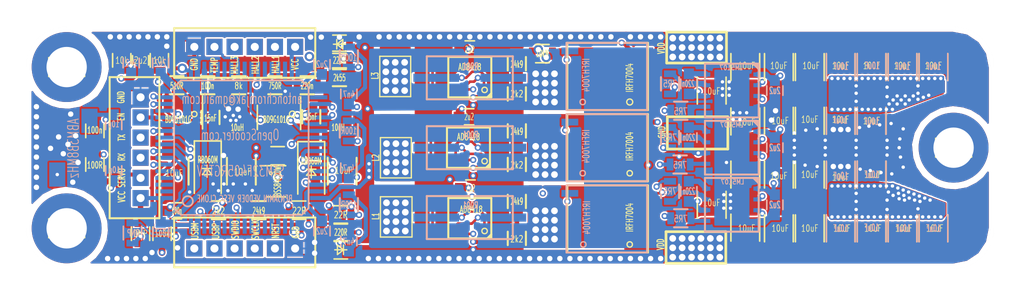
<source format=kicad_pcb>
(kicad_pcb (version 4) (host pcbnew 4.0.6)

  (general
    (links 463)
    (no_connects 1)
    (area 67.999499 81.999499 140.000501 100.000501)
    (thickness 1.6)
    (drawings 222)
    (tracks 2131)
    (zones 0)
    (modules 141)
    (nets 107)
  )

  (page A4 portrait)
  (layers
    (0 F.Cu signal)
    (1 In1.Cu signal)
    (2 In2.Cu signal)
    (31 B.Cu signal)
    (32 B.Adhes user hide)
    (33 F.Adhes user hide)
    (34 B.Paste user hide)
    (35 F.Paste user hide)
    (36 B.SilkS user)
    (37 F.SilkS user hide)
    (38 B.Mask user hide)
    (39 F.Mask user hide)
    (40 Dwgs.User user hide)
    (41 Cmts.User user hide)
    (42 Eco1.User user hide)
    (43 Eco2.User user hide)
    (44 Edge.Cuts user hide)
    (45 Margin user hide)
    (46 B.CrtYd user hide)
    (47 F.CrtYd user hide)
    (48 B.Fab user hide)
    (49 F.Fab user hide)
  )

  (setup
    (last_trace_width 0.19)
    (trace_clearance 0.127)
    (zone_clearance 0.128)
    (zone_45_only yes)
    (trace_min 0.126)
    (segment_width 0.1)
    (edge_width 0.02)
    (via_size 0.46)
    (via_drill 0.254)
    (via_min_size 0.1)
    (via_min_drill 0.1)
    (uvia_size 0.3)
    (uvia_drill 0.1)
    (uvias_allowed no)
    (uvia_min_size 0.2)
    (uvia_min_drill 0.1)
    (pcb_text_width 0.3)
    (pcb_text_size 1.5 1.5)
    (mod_edge_width 0.15)
    (mod_text_size 1 1)
    (mod_text_width 0.15)
    (pad_size 5.2 5.2)
    (pad_drill 3)
    (pad_to_mask_clearance 0)
    (aux_axis_origin 0 0)
    (visible_elements 7FFCC609)
    (pcbplotparams
      (layerselection 0x0000c_00000000)
      (usegerberextensions false)
      (excludeedgelayer true)
      (linewidth 0.100000)
      (plotframeref false)
      (viasonmask false)
      (mode 1)
      (useauxorigin false)
      (hpglpennumber 1)
      (hpglpenspeed 20)
      (hpglpendiameter 15)
      (hpglpenoverlay 2)
      (psnegative false)
      (psa4output false)
      (plotreference false)
      (plotvalue false)
      (plotinvisibletext false)
      (padsonsilk false)
      (subtractmaskfromsilk false)
      (outputformat 1)
      (mirror false)
      (drillshape 0)
      (scaleselection 1)
      (outputdirectory ../../../../../../Desktop/))
  )

  (net 0 "")
  (net 1 VDD)
  (net 2 "Net-(Q1-Pad1)")
  (net 3 "Net-(Q2-Pad1)")
  (net 4 VSS)
  (net 5 "Net-(Q3-Pad1)")
  (net 6 "Net-(Q5-Pad1)")
  (net 7 "Net-(Q6-Pad1)")
  (net 8 "Net-(C1-Pad1)")
  (net 9 "Net-(C2-Pad1)")
  (net 10 "Net-(C3-Pad1)")
  (net 11 "Net-(U4-Pad4)")
  (net 12 "Net-(U5-Pad4)")
  (net 13 "Net-(U6-Pad4)")
  (net 14 "Net-(U7-Pad4)")
  (net 15 "Net-(U7-Pad2)")
  (net 16 "Net-(U7-Pad3)")
  (net 17 "Net-(U7-Pad20)")
  (net 18 "Net-(U7-Pad21)")
  (net 19 "Net-(U7-Pad22)")
  (net 20 "Net-(U7-Pad23)")
  (net 21 "Net-(U7-Pad33)")
  (net 22 "Net-(U7-Pad40)")
  (net 23 "Net-(U7-Pad50)")
  (net 24 "Net-(U7-Pad51)")
  (net 25 "Net-(U7-Pad52)")
  (net 26 "Net-(U7-Pad53)")
  (net 27 "Net-(U7-Pad54)")
  (net 28 "Net-(U7-Pad55)")
  (net 29 "Net-(U7-Pad56)")
  (net 30 "Net-(U7-Pad25)")
  (net 31 "Net-(U7-Pad58)")
  (net 32 "Net-(U7-Pad59)")
  (net 33 "Net-(U7-Pad28)")
  (net 34 "Net-(U7-Pad29)")
  (net 35 "Net-(U7-Pad30)")
  (net 36 "Net-(P1-Pad1)")
  (net 37 "Net-(P2-Pad1)")
  (net 38 "Net-(P3-Pad1)")
  (net 39 SH1)
  (net 40 SH2)
  (net 41 SH3)
  (net 42 C1)
  (net 43 C2)
  (net 44 C3)
  (net 45 "Net-(C17-Pad2)")
  (net 46 "Net-(C18-Pad2)")
  (net 47 VCC)
  (net 48 SENS_SUPPLY)
  (net 49 "Net-(R6-Pad2)")
  (net 50 "Net-(R7-Pad2)")
  (net 51 "Net-(R8-Pad2)")
  (net 52 "Net-(R10-Pad2)")
  (net 53 "Net-(R11-Pad2)")
  (net 54 SENS_1)
  (net 55 SENS_2)
  (net 56 SENS_3)
  (net 57 I1)
  (net 58 I2)
  (net 59 I3)
  (net 60 LI1)
  (net 61 HI1)
  (net 62 LI2)
  (net 63 HI2)
  (net 64 LI3)
  (net 65 HI3)
  (net 66 "Net-(C23-Pad1)")
  (net 67 "Net-(C23-Pad2)")
  (net 68 "Net-(C22-Pad2)")
  (net 69 +9V)
  (net 70 "Net-(C26-Pad2)")
  (net 71 "Net-(C27-Pad1)")
  (net 72 "Net-(C27-Pad2)")
  (net 73 "Net-(P10-Pad2)")
  (net 74 USB-DM)
  (net 75 USB-DP)
  (net 76 "Net-(D3-Pad1)")
  (net 77 "Net-(D4-Pad1)")
  (net 78 LED_GREEN)
  (net 79 LED_RED)
  (net 80 HALL_1)
  (net 81 HALL_2)
  (net 82 HALL_3)
  (net 83 SWCLK)
  (net 84 SWDIO)
  (net 85 NRST)
  (net 86 "Net-(C30-Pad1)")
  (net 87 "Net-(C31-Pad1)")
  (net 88 SERVO)
  (net 89 "Net-(P10-Pad1)")
  (net 90 TEMP_MOTOR)
  (net 91 RX)
  (net 92 TX)
  (net 93 EN)
  (net 94 servoi)
  (net 95 "Net-(C77-Pad2)")
  (net 96 "Net-(R1-Pad3)")
  (net 97 "Net-(R1-Pad4)")
  (net 98 "Net-(R2-Pad3)")
  (net 99 "Net-(R2-Pad4)")
  (net 100 "Net-(R3-Pad3)")
  (net 101 "Net-(R3-Pad4)")
  (net 102 "Net-(Q4-Pad1)")
  (net 103 "Net-(R9-Pad2)")
  (net 104 "Net-(R4-Pad2)")
  (net 105 "Net-(R35-Pad1)")
  (net 106 "Net-(R35-Pad2)")

  (net_class Default "This is the default net class."
    (clearance 0.127)
    (trace_width 0.19)
    (via_dia 0.46)
    (via_drill 0.254)
    (uvia_dia 0.3)
    (uvia_drill 0.1)
    (add_net +9V)
    (add_net C1)
    (add_net C2)
    (add_net C3)
    (add_net EN)
    (add_net HALL_1)
    (add_net HALL_2)
    (add_net HALL_3)
    (add_net HI1)
    (add_net HI2)
    (add_net HI3)
    (add_net I1)
    (add_net I2)
    (add_net I3)
    (add_net LED_GREEN)
    (add_net LED_RED)
    (add_net LI1)
    (add_net LI2)
    (add_net LI3)
    (add_net NRST)
    (add_net "Net-(C1-Pad1)")
    (add_net "Net-(C17-Pad2)")
    (add_net "Net-(C18-Pad2)")
    (add_net "Net-(C2-Pad1)")
    (add_net "Net-(C22-Pad2)")
    (add_net "Net-(C23-Pad1)")
    (add_net "Net-(C23-Pad2)")
    (add_net "Net-(C26-Pad2)")
    (add_net "Net-(C27-Pad1)")
    (add_net "Net-(C27-Pad2)")
    (add_net "Net-(C3-Pad1)")
    (add_net "Net-(C30-Pad1)")
    (add_net "Net-(C31-Pad1)")
    (add_net "Net-(C77-Pad2)")
    (add_net "Net-(D3-Pad1)")
    (add_net "Net-(D4-Pad1)")
    (add_net "Net-(P1-Pad1)")
    (add_net "Net-(P10-Pad1)")
    (add_net "Net-(P10-Pad2)")
    (add_net "Net-(P2-Pad1)")
    (add_net "Net-(P3-Pad1)")
    (add_net "Net-(Q1-Pad1)")
    (add_net "Net-(Q2-Pad1)")
    (add_net "Net-(Q3-Pad1)")
    (add_net "Net-(Q4-Pad1)")
    (add_net "Net-(Q5-Pad1)")
    (add_net "Net-(Q6-Pad1)")
    (add_net "Net-(R1-Pad3)")
    (add_net "Net-(R1-Pad4)")
    (add_net "Net-(R10-Pad2)")
    (add_net "Net-(R11-Pad2)")
    (add_net "Net-(R2-Pad3)")
    (add_net "Net-(R2-Pad4)")
    (add_net "Net-(R3-Pad3)")
    (add_net "Net-(R3-Pad4)")
    (add_net "Net-(R35-Pad1)")
    (add_net "Net-(R35-Pad2)")
    (add_net "Net-(R4-Pad2)")
    (add_net "Net-(R6-Pad2)")
    (add_net "Net-(R7-Pad2)")
    (add_net "Net-(R8-Pad2)")
    (add_net "Net-(R9-Pad2)")
    (add_net "Net-(U4-Pad4)")
    (add_net "Net-(U5-Pad4)")
    (add_net "Net-(U6-Pad4)")
    (add_net "Net-(U7-Pad2)")
    (add_net "Net-(U7-Pad20)")
    (add_net "Net-(U7-Pad21)")
    (add_net "Net-(U7-Pad22)")
    (add_net "Net-(U7-Pad23)")
    (add_net "Net-(U7-Pad25)")
    (add_net "Net-(U7-Pad28)")
    (add_net "Net-(U7-Pad29)")
    (add_net "Net-(U7-Pad3)")
    (add_net "Net-(U7-Pad30)")
    (add_net "Net-(U7-Pad33)")
    (add_net "Net-(U7-Pad4)")
    (add_net "Net-(U7-Pad40)")
    (add_net "Net-(U7-Pad50)")
    (add_net "Net-(U7-Pad51)")
    (add_net "Net-(U7-Pad52)")
    (add_net "Net-(U7-Pad53)")
    (add_net "Net-(U7-Pad54)")
    (add_net "Net-(U7-Pad55)")
    (add_net "Net-(U7-Pad56)")
    (add_net "Net-(U7-Pad58)")
    (add_net "Net-(U7-Pad59)")
    (add_net RX)
    (add_net SENS_1)
    (add_net SENS_2)
    (add_net SENS_3)
    (add_net SENS_SUPPLY)
    (add_net SERVO)
    (add_net SH1)
    (add_net SH2)
    (add_net SH3)
    (add_net SWCLK)
    (add_net SWDIO)
    (add_net TEMP_MOTOR)
    (add_net TX)
    (add_net USB-DM)
    (add_net USB-DP)
    (add_net VCC)
    (add_net VDD)
    (add_net VSS)
    (add_net servoi)
  )

  (net_class 05 ""
    (clearance 0.127)
    (trace_width 0.3)
    (via_dia 0.46)
    (via_drill 0.254)
    (uvia_dia 0.3)
    (uvia_drill 0.1)
  )

  (net_class abc ""
    (clearance 0.127)
    (trace_width 0.127)
    (via_dia 1)
    (via_drill 0.8)
    (uvia_dia 0.3)
    (uvia_drill 0.1)
  )

  (net_class vss ""
    (clearance 0.127)
    (trace_width 0.127)
    (via_dia 0.8)
    (via_drill 0.5)
    (uvia_dia 0.3)
    (uvia_drill 0.1)
  )

  (module Resistors_SMD:R_0603 (layer F.Cu) (tedit 5949890A) (tstamp 59485289)
    (at 78.1 97.4 270)
    (descr "Resistor SMD 0603, reflow soldering, Vishay (see dcrcw.pdf)")
    (tags "resistor 0603")
    (path /5948B35D)
    (attr smd)
    (fp_text reference R36 (at 0 -1.45 270) (layer F.SilkS) hide
      (effects (font (size 1 1) (thickness 0.15)))
    )
    (fp_text value 2k2 (at 0 1.5 270) (layer F.Fab)
      (effects (font (size 1 1) (thickness 0.15)))
    )
    (fp_text user %R (at 0 0 270) (layer F.Fab)
      (effects (font (size 0.5 0.5) (thickness 0.075)))
    )
    (fp_line (start -0.8 0.4) (end -0.8 -0.4) (layer F.Fab) (width 0.1))
    (fp_line (start 0.8 0.4) (end -0.8 0.4) (layer F.Fab) (width 0.1))
    (fp_line (start 0.8 -0.4) (end 0.8 0.4) (layer F.Fab) (width 0.1))
    (fp_line (start -0.8 -0.4) (end 0.8 -0.4) (layer F.Fab) (width 0.1))
    (fp_line (start 0.5 0.68) (end -0.5 0.68) (layer F.SilkS) (width 0.12))
    (fp_line (start -0.5 -0.68) (end 0.5 -0.68) (layer F.SilkS) (width 0.12))
    (fp_line (start -1.25 -0.7) (end 1.25 -0.7) (layer F.CrtYd) (width 0.05))
    (fp_line (start -1.25 -0.7) (end -1.25 0.7) (layer F.CrtYd) (width 0.05))
    (fp_line (start 1.25 0.7) (end 1.25 -0.7) (layer F.CrtYd) (width 0.05))
    (fp_line (start 1.25 0.7) (end -1.25 0.7) (layer F.CrtYd) (width 0.05))
    (pad 1 smd rect (at -0.75 0 270) (size 0.5 0.9) (layers F.Cu F.Paste F.Mask)
      (net 1 VDD))
    (pad 2 smd rect (at 0.75 0 270) (size 0.5 0.9) (layers F.Cu F.Paste F.Mask)
      (net 106 "Net-(R35-Pad2)"))
    (model ${KISYS3DMOD}/Resistors_SMD.3dshapes/R_0603.wrl
      (at (xyz 0 0 0))
      (scale (xyz 1 1 1))
      (rotate (xyz 0 0 0))
    )
  )

  (module Pin_Headers:Pin_Header_Straight_1x01_Pitch1.27mm (layer F.Cu) (tedit 58EFBF8F) (tstamp 58EFBF82)
    (at 71 85)
    (descr "Through hole straight pin header, 1x01, 1.27mm pitch, single row")
    (tags "Through hole pin header THT 1x01 1.27mm single row")
    (fp_text reference REF** (at 0 -1.695) (layer F.SilkS) hide
      (effects (font (size 1 1) (thickness 0.15)))
    )
    (fp_text value Pin_Header_Straight_1x01_Pitch1.27mm (at 0 1.695) (layer F.Fab) hide
      (effects (font (size 1 1) (thickness 0.15)))
    )
    (fp_line (start -1.27 -0.635) (end -1.27 0.635) (layer F.Fab) (width 0.1))
    (fp_line (start -1.27 0.635) (end 1.27 0.635) (layer F.Fab) (width 0.1))
    (fp_line (start 1.27 0.635) (end 1.27 -0.635) (layer F.Fab) (width 0.1))
    (fp_line (start 1.27 -0.635) (end -1.27 -0.635) (layer F.Fab) (width 0.1))
    (fp_line (start -1.33 0.635) (end -1.33 0.695) (layer F.SilkS) (width 0.12))
    (fp_line (start -1.33 0.695) (end 1.33 0.695) (layer F.SilkS) (width 0.12))
    (fp_line (start 1.33 0.695) (end 1.33 0.635) (layer F.SilkS) (width 0.12))
    (fp_line (start 1.33 0.635) (end -1.33 0.635) (layer F.SilkS) (width 0.12))
    (fp_line (start -1.33 0) (end -1.33 -0.695) (layer F.SilkS) (width 0.12))
    (fp_line (start -1.33 -0.695) (end 0 -0.695) (layer F.SilkS) (width 0.12))
    (fp_line (start -1.8 -1.15) (end -1.8 1.15) (layer F.CrtYd) (width 0.05))
    (fp_line (start -1.8 1.15) (end 1.8 1.15) (layer F.CrtYd) (width 0.05))
    (fp_line (start 1.8 1.15) (end 1.8 -1.15) (layer F.CrtYd) (width 0.05))
    (fp_line (start 1.8 -1.15) (end -1.8 -1.15) (layer F.CrtYd) (width 0.05))
    (fp_text user %R (at 0 -1.695) (layer F.Fab)
      (effects (font (size 1 1) (thickness 0.15)))
    )
    (pad 1 thru_hole circle (at 0 0) (size 5.2 5.2) (drill 3) (layers *.Cu *.Mask))
    (model ${KISYS3DMOD}/Pin_Headers.3dshapes/Pin_Header_Straight_1x01_Pitch1.27mm.wrl
      (at (xyz 0 0 0))
      (scale (xyz 1 1 1))
      (rotate (xyz 0 0 0))
    )
  )

  (module Pin_Headers:Pin_Header_Straight_1x01_Pitch1.27mm (layer F.Cu) (tedit 58EFBF84) (tstamp 58EFBF6F)
    (at 71 97)
    (descr "Through hole straight pin header, 1x01, 1.27mm pitch, single row")
    (tags "Through hole pin header THT 1x01 1.27mm single row")
    (fp_text reference REF** (at 0 -1.695) (layer F.SilkS) hide
      (effects (font (size 1 1) (thickness 0.15)))
    )
    (fp_text value Pin_Header_Straight_1x01_Pitch1.27mm (at 0 1.695) (layer F.Fab) hide
      (effects (font (size 1 1) (thickness 0.15)))
    )
    (fp_line (start -1.27 -0.635) (end -1.27 0.635) (layer F.Fab) (width 0.1))
    (fp_line (start -1.27 0.635) (end 1.27 0.635) (layer F.Fab) (width 0.1))
    (fp_line (start 1.27 0.635) (end 1.27 -0.635) (layer F.Fab) (width 0.1))
    (fp_line (start 1.27 -0.635) (end -1.27 -0.635) (layer F.Fab) (width 0.1))
    (fp_line (start -1.33 0.635) (end -1.33 0.695) (layer F.SilkS) (width 0.12))
    (fp_line (start -1.33 0.695) (end 1.33 0.695) (layer F.SilkS) (width 0.12))
    (fp_line (start 1.33 0.695) (end 1.33 0.635) (layer F.SilkS) (width 0.12))
    (fp_line (start 1.33 0.635) (end -1.33 0.635) (layer F.SilkS) (width 0.12))
    (fp_line (start -1.33 0) (end -1.33 -0.695) (layer F.SilkS) (width 0.12))
    (fp_line (start -1.33 -0.695) (end 0 -0.695) (layer F.SilkS) (width 0.12))
    (fp_line (start -1.8 -1.15) (end -1.8 1.15) (layer F.CrtYd) (width 0.05))
    (fp_line (start -1.8 1.15) (end 1.8 1.15) (layer F.CrtYd) (width 0.05))
    (fp_line (start 1.8 1.15) (end 1.8 -1.15) (layer F.CrtYd) (width 0.05))
    (fp_line (start 1.8 -1.15) (end -1.8 -1.15) (layer F.CrtYd) (width 0.05))
    (fp_text user %R (at 0 -1.695) (layer F.Fab)
      (effects (font (size 1 1) (thickness 0.15)))
    )
    (pad 1 thru_hole circle (at 0 0) (size 5.2 5.2) (drill 3) (layers *.Cu *.Mask))
    (model ${KISYS3DMOD}/Pin_Headers.3dshapes/Pin_Header_Straight_1x01_Pitch1.27mm.wrl
      (at (xyz 0 0 0))
      (scale (xyz 1 1 1))
      (rotate (xyz 0 0 0))
    )
  )

  (module kicad_subory:2512R (layer B.Cu) (tedit 58EE59F1) (tstamp 5890FF9B)
    (at 101 96.2)
    (path /5890FF81)
    (fp_text reference R2 (at 0 -3.6) (layer B.SilkS) hide
      (effects (font (size 1 1) (thickness 0.15)) (justify mirror))
    )
    (fp_text value RSENS (at 0.2 3.4) (layer B.Fab)
      (effects (font (size 1 1) (thickness 0.15)) (justify mirror))
    )
    (fp_line (start 3.2 1.6) (end -3.2 1.6) (layer B.SilkS) (width 0.15))
    (fp_line (start 3.2 -1.6) (end 3.2 1.6) (layer B.SilkS) (width 0.15))
    (fp_line (start -3.2 -1.6) (end 3.2 -1.6) (layer B.SilkS) (width 0.15))
    (fp_line (start -3.2 1.6) (end -3.2 -1.6) (layer B.SilkS) (width 0.15))
    (pad 3 smd rect (at -2.5 0) (size 3.4 0.6) (layers B.Cu B.Paste B.Mask)
      (net 98 "Net-(R2-Pad3)"))
    (pad 4 smd rect (at 2.5 0) (size 3.4 0.6) (layers B.Cu B.Paste B.Mask)
      (net 99 "Net-(R2-Pad4)"))
    (pad 1 smd rect (at -2.5 1.4) (size 3.4 1.2) (layers B.Cu B.Paste B.Mask)
      (net 37 "Net-(P2-Pad1)"))
    (pad 2 smd rect (at 2.5 1.4) (size 3.4 1.2) (layers B.Cu B.Paste B.Mask)
      (net 40 SH2))
    (pad 1 smd rect (at -2.5 -1.4) (size 3.4 1.2) (layers B.Cu B.Paste B.Mask)
      (net 37 "Net-(P2-Pad1)"))
    (pad 2 smd rect (at 2.5 -1.4) (size 3.4 1.2) (layers B.Cu B.Paste B.Mask)
      (net 40 SH2))
    (model Resistors_SMD.3dshapes/R_2512.wrl
      (at (xyz 0 0 0))
      (scale (xyz 1 1 1))
      (rotate (xyz 0 0 0))
    )
  )

  (module kicad_subory:PQFN5x6B (layer F.Cu) (tedit 58EE590B) (tstamp 5890FF5D)
    (at 114.005 96.3 180)
    (path /5890FF3B)
    (fp_text reference Q4 (at -3.5 0 270) (layer F.SilkS) hide
      (effects (font (size 1 1) (thickness 0.15)))
    )
    (fp_text value Q_NMOS_GSD (at 2.75 -3.5 180) (layer F.Fab)
      (effects (font (size 1 1) (thickness 0.15)))
    )
    (fp_line (start -0.25 -2.5) (end 5.75 -2.5) (layer F.SilkS) (width 0.15))
    (fp_line (start 5.75 -2.5) (end 5.75 2.5) (layer F.SilkS) (width 0.15))
    (fp_line (start 5.75 2.5) (end -0.25 2.5) (layer F.SilkS) (width 0.15))
    (fp_line (start -0.25 2.5) (end -0.25 -2.5) (layer F.SilkS) (width 0.15))
    (pad 3 smd rect (at 5.77 -0.635 180) (size 0.79 0.5) (layers F.Cu F.Paste F.Mask)
      (net 40 SH2))
    (pad 3 smd rect (at 5.77 0.635 180) (size 0.79 0.5) (layers F.Cu F.Paste F.Mask)
      (net 40 SH2))
    (pad 3 smd rect (at 5.77 1.905 180) (size 0.79 0.5) (layers F.Cu F.Paste F.Mask)
      (net 40 SH2))
    (pad 1 smd rect (at 0 1.905 180) (size 1.25 0.5) (layers F.Cu F.Paste F.Mask)
      (net 102 "Net-(Q4-Pad1)"))
    (pad 2 smd rect (at 0 0.635 180) (size 1.25 0.5) (layers F.Cu F.Paste F.Mask)
      (net 4 VSS))
    (pad 2 smd rect (at 0 -0.635 180) (size 1.25 0.5) (layers F.Cu F.Paste F.Mask)
      (net 4 VSS))
    (pad 2 smd rect (at 0 -1.905 180) (size 1.25 0.5) (layers F.Cu F.Paste F.Mask)
      (net 4 VSS))
    (pad 3 smd rect (at 3.555 0 180) (size 3.65 4.31) (layers F.Cu F.Paste F.Mask)
      (net 40 SH2))
    (pad 3 smd rect (at 5.77 -1.905 180) (size 0.79 0.5) (layers F.Cu F.Paste F.Mask)
      (net 40 SH2))
    (model "../../../../../../Users/Anton/OneDrive/Work/Work/Kicad/kicad_subory/3dmodels/1PQFN 5x6.wrl"
      (at (xyz -0.01 0.098 0))
      (scale (xyz 1 1 1))
      (rotate (xyz 0 0 0))
    )
  )

  (module kicad_subory:PQFN5x6B (layer B.Cu) (tedit 58EE59FF) (tstamp 5890FF2A)
    (at 108.445 91)
    (path /589100ED)
    (fp_text reference Q1 (at -1.5 0 90) (layer B.SilkS) hide
      (effects (font (size 1 1) (thickness 0.15)) (justify mirror))
    )
    (fp_text value Q_NMOS_GSD (at 2.75 3.5) (layer B.Fab)
      (effects (font (size 1 1) (thickness 0.15)) (justify mirror))
    )
    (fp_line (start -0.25 2.5) (end 5.75 2.5) (layer B.SilkS) (width 0.15))
    (fp_line (start 5.75 2.5) (end 5.75 -2.5) (layer B.SilkS) (width 0.15))
    (fp_line (start 5.75 -2.5) (end -0.25 -2.5) (layer B.SilkS) (width 0.15))
    (fp_line (start -0.25 -2.5) (end -0.25 2.5) (layer B.SilkS) (width 0.15))
    (pad 3 smd rect (at 5.77 0.635) (size 0.79 0.5) (layers B.Cu B.Paste B.Mask)
      (net 1 VDD))
    (pad 3 smd rect (at 5.77 -0.635) (size 0.79 0.5) (layers B.Cu B.Paste B.Mask)
      (net 1 VDD))
    (pad 3 smd rect (at 5.77 -1.905) (size 0.79 0.5) (layers B.Cu B.Paste B.Mask)
      (net 1 VDD))
    (pad 1 smd rect (at 0 -1.905) (size 1.25 0.5) (layers B.Cu B.Paste B.Mask)
      (net 2 "Net-(Q1-Pad1)"))
    (pad 2 smd rect (at 0 -0.635) (size 1.25 0.5) (layers B.Cu B.Paste B.Mask)
      (net 39 SH1))
    (pad 2 smd rect (at 0 0.635) (size 1.25 0.5) (layers B.Cu B.Paste B.Mask)
      (net 39 SH1))
    (pad 2 smd rect (at 0 1.905) (size 1.25 0.5) (layers B.Cu B.Paste B.Mask)
      (net 39 SH1))
    (pad 3 smd rect (at 3.555 0) (size 3.65 4.31) (layers B.Cu B.Paste B.Mask)
      (net 1 VDD))
    (pad 3 smd rect (at 5.77 1.905) (size 0.79 0.5) (layers B.Cu B.Paste B.Mask)
      (net 1 VDD))
    (model "../../../../../../Users/Anton/OneDrive/Work/Work/Kicad/kicad_subory/3dmodels/1PQFN 5x6.wrl"
      (at (xyz -0.01 0.098 0))
      (scale (xyz 1 1 1))
      (rotate (xyz 0 0 0))
    )
  )

  (module kicad_subory:PQFN5x6B (layer F.Cu) (tedit 58EE58F8) (tstamp 5890FF3B)
    (at 114 91 180)
    (path /589100F3)
    (fp_text reference Q2 (at -3.5 0 270) (layer F.SilkS) hide
      (effects (font (size 1 1) (thickness 0.15)))
    )
    (fp_text value Q_NMOS_GSD (at 2.75 -3.5 180) (layer F.Fab)
      (effects (font (size 1 1) (thickness 0.15)))
    )
    (fp_line (start -0.25 -2.5) (end 5.75 -2.5) (layer F.SilkS) (width 0.15))
    (fp_line (start 5.75 -2.5) (end 5.75 2.5) (layer F.SilkS) (width 0.15))
    (fp_line (start 5.75 2.5) (end -0.25 2.5) (layer F.SilkS) (width 0.15))
    (fp_line (start -0.25 2.5) (end -0.25 -2.5) (layer F.SilkS) (width 0.15))
    (pad 3 smd rect (at 5.77 -0.635 180) (size 0.79 0.5) (layers F.Cu F.Paste F.Mask)
      (net 39 SH1))
    (pad 3 smd rect (at 5.77 0.635 180) (size 0.79 0.5) (layers F.Cu F.Paste F.Mask)
      (net 39 SH1))
    (pad 3 smd rect (at 5.77 1.905 180) (size 0.79 0.5) (layers F.Cu F.Paste F.Mask)
      (net 39 SH1))
    (pad 1 smd rect (at 0 1.905 180) (size 1.25 0.5) (layers F.Cu F.Paste F.Mask)
      (net 3 "Net-(Q2-Pad1)"))
    (pad 2 smd rect (at 0 0.635 180) (size 1.25 0.5) (layers F.Cu F.Paste F.Mask)
      (net 4 VSS))
    (pad 2 smd rect (at 0 -0.635 180) (size 1.25 0.5) (layers F.Cu F.Paste F.Mask)
      (net 4 VSS))
    (pad 2 smd rect (at 0 -1.905 180) (size 1.25 0.5) (layers F.Cu F.Paste F.Mask)
      (net 4 VSS))
    (pad 3 smd rect (at 3.555 0 180) (size 3.65 4.31) (layers F.Cu F.Paste F.Mask)
      (net 39 SH1))
    (pad 3 smd rect (at 5.77 -1.905 180) (size 0.79 0.5) (layers F.Cu F.Paste F.Mask)
      (net 39 SH1))
    (model "../../../../../../Users/Anton/OneDrive/Work/Work/Kicad/kicad_subory/3dmodels/1PQFN 5x6.wrl"
      (at (xyz -0.01 0.098 0))
      (scale (xyz 1 1 1))
      (rotate (xyz 0 0 0))
    )
  )

  (module kicad_subory:PQFN5x6B (layer B.Cu) (tedit 58EE5A02) (tstamp 5890FF4C)
    (at 108.445 96.3)
    (path /5890FF35)
    (fp_text reference Q3 (at -1.5 0 90) (layer B.SilkS) hide
      (effects (font (size 1 1) (thickness 0.15)) (justify mirror))
    )
    (fp_text value Q_NMOS_GSD (at 2.75 3.5) (layer B.Fab)
      (effects (font (size 1 1) (thickness 0.15)) (justify mirror))
    )
    (fp_line (start -0.25 2.5) (end 5.75 2.5) (layer B.SilkS) (width 0.15))
    (fp_line (start 5.75 2.5) (end 5.75 -2.5) (layer B.SilkS) (width 0.15))
    (fp_line (start 5.75 -2.5) (end -0.25 -2.5) (layer B.SilkS) (width 0.15))
    (fp_line (start -0.25 -2.5) (end -0.25 2.5) (layer B.SilkS) (width 0.15))
    (pad 3 smd rect (at 5.77 0.635) (size 0.79 0.5) (layers B.Cu B.Paste B.Mask)
      (net 1 VDD))
    (pad 3 smd rect (at 5.77 -0.635) (size 0.79 0.5) (layers B.Cu B.Paste B.Mask)
      (net 1 VDD))
    (pad 3 smd rect (at 5.77 -1.905) (size 0.79 0.5) (layers B.Cu B.Paste B.Mask)
      (net 1 VDD))
    (pad 1 smd rect (at 0 -1.905) (size 1.25 0.5) (layers B.Cu B.Paste B.Mask)
      (net 5 "Net-(Q3-Pad1)"))
    (pad 2 smd rect (at 0 -0.635) (size 1.25 0.5) (layers B.Cu B.Paste B.Mask)
      (net 40 SH2))
    (pad 2 smd rect (at 0 0.635) (size 1.25 0.5) (layers B.Cu B.Paste B.Mask)
      (net 40 SH2))
    (pad 2 smd rect (at 0 1.905) (size 1.25 0.5) (layers B.Cu B.Paste B.Mask)
      (net 40 SH2))
    (pad 3 smd rect (at 3.555 0) (size 3.65 4.31) (layers B.Cu B.Paste B.Mask)
      (net 1 VDD))
    (pad 3 smd rect (at 5.77 1.905) (size 0.79 0.5) (layers B.Cu B.Paste B.Mask)
      (net 1 VDD))
    (model "../../../../../../Users/Anton/OneDrive/Work/Work/Kicad/kicad_subory/3dmodels/1PQFN 5x6.wrl"
      (at (xyz -0.01 0.098 0))
      (scale (xyz 1 1 1))
      (rotate (xyz 0 0 0))
    )
  )

  (module kicad_subory:PQFN5x6B (layer B.Cu) (tedit 58EE59FD) (tstamp 5890FF6E)
    (at 108.445 85.7)
    (path /5890D596)
    (fp_text reference Q5 (at -1.5 0 90) (layer B.SilkS) hide
      (effects (font (size 1 1) (thickness 0.15)) (justify mirror))
    )
    (fp_text value Q_NMOS_GSD (at 2.75 3.5) (layer B.Fab)
      (effects (font (size 1 1) (thickness 0.15)) (justify mirror))
    )
    (fp_line (start -0.25 2.5) (end 5.75 2.5) (layer B.SilkS) (width 0.15))
    (fp_line (start 5.75 2.5) (end 5.75 -2.5) (layer B.SilkS) (width 0.15))
    (fp_line (start 5.75 -2.5) (end -0.25 -2.5) (layer B.SilkS) (width 0.15))
    (fp_line (start -0.25 -2.5) (end -0.25 2.5) (layer B.SilkS) (width 0.15))
    (pad 3 smd rect (at 5.77 0.635) (size 0.79 0.5) (layers B.Cu B.Paste B.Mask)
      (net 1 VDD))
    (pad 3 smd rect (at 5.77 -0.635) (size 0.79 0.5) (layers B.Cu B.Paste B.Mask)
      (net 1 VDD))
    (pad 3 smd rect (at 5.77 -1.905) (size 0.79 0.5) (layers B.Cu B.Paste B.Mask)
      (net 1 VDD))
    (pad 1 smd rect (at 0 -1.905) (size 1.25 0.5) (layers B.Cu B.Paste B.Mask)
      (net 6 "Net-(Q5-Pad1)"))
    (pad 2 smd rect (at 0 -0.635) (size 1.25 0.5) (layers B.Cu B.Paste B.Mask)
      (net 41 SH3))
    (pad 2 smd rect (at 0 0.635) (size 1.25 0.5) (layers B.Cu B.Paste B.Mask)
      (net 41 SH3))
    (pad 2 smd rect (at 0 1.905) (size 1.25 0.5) (layers B.Cu B.Paste B.Mask)
      (net 41 SH3))
    (pad 3 smd rect (at 3.555 0) (size 3.65 4.31) (layers B.Cu B.Paste B.Mask)
      (net 1 VDD))
    (pad 3 smd rect (at 5.77 1.905) (size 0.79 0.5) (layers B.Cu B.Paste B.Mask)
      (net 1 VDD))
    (model "../../../../../../Users/Anton/OneDrive/Work/Work/Kicad/kicad_subory/3dmodels/1PQFN 5x6.wrl"
      (at (xyz -0.01 0.098 0))
      (scale (xyz 1 1 1))
      (rotate (xyz 0 0 0))
    )
  )

  (module kicad_subory:PQFN5x6B (layer F.Cu) (tedit 58EE58E8) (tstamp 5890FF7F)
    (at 114.005 85.7 180)
    (path /5890DDDE)
    (fp_text reference Q6 (at -3.5 0 270) (layer F.SilkS) hide
      (effects (font (size 1 1) (thickness 0.15)))
    )
    (fp_text value Q_NMOS_GSD (at 2.75 -3.5 180) (layer F.Fab)
      (effects (font (size 1 1) (thickness 0.15)))
    )
    (fp_line (start -0.25 -2.5) (end 5.75 -2.5) (layer F.SilkS) (width 0.15))
    (fp_line (start 5.75 -2.5) (end 5.75 2.5) (layer F.SilkS) (width 0.15))
    (fp_line (start 5.75 2.5) (end -0.25 2.5) (layer F.SilkS) (width 0.15))
    (fp_line (start -0.25 2.5) (end -0.25 -2.5) (layer F.SilkS) (width 0.15))
    (pad 3 smd rect (at 5.77 -0.635 180) (size 0.79 0.5) (layers F.Cu F.Paste F.Mask)
      (net 41 SH3))
    (pad 3 smd rect (at 5.77 0.635 180) (size 0.79 0.5) (layers F.Cu F.Paste F.Mask)
      (net 41 SH3))
    (pad 3 smd rect (at 5.77 1.905 180) (size 0.79 0.5) (layers F.Cu F.Paste F.Mask)
      (net 41 SH3))
    (pad 1 smd rect (at 0 1.905 180) (size 1.25 0.5) (layers F.Cu F.Paste F.Mask)
      (net 7 "Net-(Q6-Pad1)"))
    (pad 2 smd rect (at 0 0.635 180) (size 1.25 0.5) (layers F.Cu F.Paste F.Mask)
      (net 4 VSS))
    (pad 2 smd rect (at 0 -0.635 180) (size 1.25 0.5) (layers F.Cu F.Paste F.Mask)
      (net 4 VSS))
    (pad 2 smd rect (at 0 -1.905 180) (size 1.25 0.5) (layers F.Cu F.Paste F.Mask)
      (net 4 VSS))
    (pad 3 smd rect (at 3.555 0 180) (size 3.65 4.31) (layers F.Cu F.Paste F.Mask)
      (net 41 SH3))
    (pad 3 smd rect (at 5.77 -1.905 180) (size 0.79 0.5) (layers F.Cu F.Paste F.Mask)
      (net 41 SH3))
    (model "../../../../../../Users/Anton/OneDrive/Work/Work/Kicad/kicad_subory/3dmodels/1PQFN 5x6.wrl"
      (at (xyz -0.01 0.098 0))
      (scale (xyz 1 1 1))
      (rotate (xyz 0 0 0))
    )
  )

  (module kicad_subory:2512R (layer B.Cu) (tedit 58EE5A7D) (tstamp 5890FF8D)
    (at 101 91)
    (path /58910139)
    (fp_text reference R1 (at 0 -3.6) (layer B.SilkS) hide
      (effects (font (size 1 1) (thickness 0.15)) (justify mirror))
    )
    (fp_text value RSENS (at 0.2 3.4) (layer B.Fab)
      (effects (font (size 1 1) (thickness 0.15)) (justify mirror))
    )
    (fp_line (start 3.2 1.6) (end -3.2 1.6) (layer B.SilkS) (width 0.15))
    (fp_line (start 3.2 -1.6) (end 3.2 1.6) (layer B.SilkS) (width 0.15))
    (fp_line (start -3.2 -1.6) (end 3.2 -1.6) (layer B.SilkS) (width 0.15))
    (fp_line (start -3.2 1.6) (end -3.2 -1.6) (layer B.SilkS) (width 0.15))
    (pad 3 smd rect (at -2.5 0) (size 3.4 0.6) (layers B.Cu B.Paste B.Mask)
      (net 96 "Net-(R1-Pad3)"))
    (pad 4 smd rect (at 2.5 0) (size 3.4 0.6) (layers B.Cu B.Paste B.Mask)
      (net 97 "Net-(R1-Pad4)"))
    (pad 1 smd rect (at -2.5 1.4) (size 3.4 1.2) (layers B.Cu B.Paste B.Mask)
      (net 36 "Net-(P1-Pad1)"))
    (pad 2 smd rect (at 2.5 1.4) (size 3.4 1.2) (layers B.Cu B.Paste B.Mask)
      (net 39 SH1))
    (pad 1 smd rect (at -2.5 -1.4) (size 3.4 1.2) (layers B.Cu B.Paste B.Mask)
      (net 36 "Net-(P1-Pad1)"))
    (pad 2 smd rect (at 2.5 -1.4) (size 3.4 1.2) (layers B.Cu B.Paste B.Mask)
      (net 39 SH1))
    (model Resistors_SMD.3dshapes/R_2512.wrl
      (at (xyz 0 0 0))
      (scale (xyz 1 1 1))
      (rotate (xyz 0 0 0))
    )
  )

  (module kicad_subory:2512R (layer B.Cu) (tedit 58EE59EF) (tstamp 5890FFA9)
    (at 101 85.8)
    (path /5890E02B)
    (fp_text reference R3 (at 0 -3.6) (layer B.SilkS) hide
      (effects (font (size 1 1) (thickness 0.15)) (justify mirror))
    )
    (fp_text value RSENS (at 0.2 3.4) (layer B.Fab)
      (effects (font (size 1 1) (thickness 0.15)) (justify mirror))
    )
    (fp_line (start 3.2 1.6) (end -3.2 1.6) (layer B.SilkS) (width 0.15))
    (fp_line (start 3.2 -1.6) (end 3.2 1.6) (layer B.SilkS) (width 0.15))
    (fp_line (start -3.2 -1.6) (end 3.2 -1.6) (layer B.SilkS) (width 0.15))
    (fp_line (start -3.2 1.6) (end -3.2 -1.6) (layer B.SilkS) (width 0.15))
    (pad 3 smd rect (at -2.5 0) (size 3.4 0.6) (layers B.Cu B.Paste B.Mask)
      (net 100 "Net-(R3-Pad3)"))
    (pad 4 smd rect (at 2.5 0) (size 3.4 0.6) (layers B.Cu B.Paste B.Mask)
      (net 101 "Net-(R3-Pad4)"))
    (pad 1 smd rect (at -2.5 1.4) (size 3.4 1.2) (layers B.Cu B.Paste B.Mask)
      (net 38 "Net-(P3-Pad1)"))
    (pad 2 smd rect (at 2.5 1.4) (size 3.4 1.2) (layers B.Cu B.Paste B.Mask)
      (net 41 SH3))
    (pad 1 smd rect (at -2.5 -1.4) (size 3.4 1.2) (layers B.Cu B.Paste B.Mask)
      (net 38 "Net-(P3-Pad1)"))
    (pad 2 smd rect (at 2.5 -1.4) (size 3.4 1.2) (layers B.Cu B.Paste B.Mask)
      (net 41 SH3))
    (model Resistors_SMD.3dshapes/R_2512.wrl
      (at (xyz 0 0 0))
      (scale (xyz 1 1 1))
      (rotate (xyz 0 0 0))
    )
  )

  (module kicad_subory:MSOP (layer F.Cu) (tedit 58EE5957) (tstamp 5890FFFB)
    (at 100.9 91 180)
    (descr "MS8E Package; 8-Lead Plastic MSOP, Exposed Die Pad (see Linear Technology 05081662_K_MS8E.pdf)")
    (tags "SSOP 0.65")
    (path /5891012A)
    (attr smd)
    (fp_text reference U4 (at 0 -2.55 180) (layer F.SilkS) hide
      (effects (font (size 1 1) (thickness 0.15)))
    )
    (fp_text value AD8418 (at 0 2.55 180) (layer F.Fab)
      (effects (font (size 1 1) (thickness 0.15)))
    )
    (fp_line (start -2.8 1.8) (end 2.8 1.8) (layer F.CrtYd) (width 0.05))
    (fp_line (start -2.8 -1.8) (end 2.8 -1.8) (layer F.CrtYd) (width 0.05))
    (fp_line (start 2.8 -1.8) (end 2.8 1.8) (layer F.CrtYd) (width 0.05))
    (fp_line (start -2.8 -1.8) (end -2.8 1.8) (layer F.CrtYd) (width 0.05))
    (fp_line (start -1.6 -1.5) (end 1.6 -1.5) (layer F.SilkS) (width 0.15))
    (fp_line (start -1.6 1.5) (end -1.6 -1.5) (layer F.SilkS) (width 0.15))
    (fp_line (start 1.6 1.5) (end -1.6 1.5) (layer F.SilkS) (width 0.15))
    (fp_line (start 1.6 -1.5) (end 1.6 1.5) (layer F.SilkS) (width 0.15))
    (fp_line (start -1.3 -1.5) (end -1.5 -1.4) (layer F.SilkS) (width 0.15))
    (fp_line (start -1.6 -1.2) (end -1.3 -1.5) (layer F.SilkS) (width 0.15))
    (pad 8 smd rect (at 2.105 -0.975 180) (size 0.89 0.42) (layers F.Cu F.Paste F.Mask)
      (net 97 "Net-(R1-Pad4)"))
    (pad 7 smd rect (at 2.105 -0.325 180) (size 0.89 0.42) (layers F.Cu F.Paste F.Mask)
      (net 47 VCC))
    (pad 6 smd rect (at 2.105 0.325 180) (size 0.89 0.42) (layers F.Cu F.Paste F.Mask)
      (net 47 VCC))
    (pad 5 smd rect (at 2.105 0.975 180) (size 0.89 0.42) (layers F.Cu F.Paste F.Mask)
      (net 57 I1))
    (pad 4 smd rect (at -2.105 0.975 180) (size 0.89 0.42) (layers F.Cu F.Paste F.Mask)
      (net 11 "Net-(U4-Pad4)"))
    (pad 3 smd rect (at -2.105 0.325 180) (size 0.89 0.42) (layers F.Cu F.Paste F.Mask)
      (net 4 VSS))
    (pad 2 smd rect (at -2.105 -0.325 180) (size 0.89 0.42) (layers F.Cu F.Paste F.Mask)
      (net 4 VSS))
    (pad 1 smd rect (at -2.105 -0.975 180) (size 0.89 0.42) (layers F.Cu F.Paste F.Mask)
      (net 96 "Net-(R1-Pad3)"))
    (model Housings_SSOP.3dshapes/MSOP-8-1EP_3x3mm_Pitch0.65mm.wrl
      (at (xyz 0 0 0))
      (scale (xyz 1 1 1))
      (rotate (xyz 0 0 0))
    )
  )

  (module kicad_subory:MSOP (layer F.Cu) (tedit 58EE595E) (tstamp 58910011)
    (at 101 96.25 180)
    (descr "MS8E Package; 8-Lead Plastic MSOP, Exposed Die Pad (see Linear Technology 05081662_K_MS8E.pdf)")
    (tags "SSOP 0.65")
    (path /5890FF72)
    (attr smd)
    (fp_text reference U5 (at 0 -2.55 180) (layer F.SilkS) hide
      (effects (font (size 1 1) (thickness 0.15)))
    )
    (fp_text value AD8418 (at 0 2.55 180) (layer F.Fab)
      (effects (font (size 1 1) (thickness 0.15)))
    )
    (fp_line (start -2.8 1.8) (end 2.8 1.8) (layer F.CrtYd) (width 0.05))
    (fp_line (start -2.8 -1.8) (end 2.8 -1.8) (layer F.CrtYd) (width 0.05))
    (fp_line (start 2.8 -1.8) (end 2.8 1.8) (layer F.CrtYd) (width 0.05))
    (fp_line (start -2.8 -1.8) (end -2.8 1.8) (layer F.CrtYd) (width 0.05))
    (fp_line (start -1.6 -1.5) (end 1.6 -1.5) (layer F.SilkS) (width 0.15))
    (fp_line (start -1.6 1.5) (end -1.6 -1.5) (layer F.SilkS) (width 0.15))
    (fp_line (start 1.6 1.5) (end -1.6 1.5) (layer F.SilkS) (width 0.15))
    (fp_line (start 1.6 -1.5) (end 1.6 1.5) (layer F.SilkS) (width 0.15))
    (fp_line (start -1.3 -1.5) (end -1.5 -1.4) (layer F.SilkS) (width 0.15))
    (fp_line (start -1.6 -1.2) (end -1.3 -1.5) (layer F.SilkS) (width 0.15))
    (pad 8 smd rect (at 2.105 -0.975 180) (size 0.89 0.42) (layers F.Cu F.Paste F.Mask)
      (net 99 "Net-(R2-Pad4)"))
    (pad 7 smd rect (at 2.105 -0.325 180) (size 0.89 0.42) (layers F.Cu F.Paste F.Mask)
      (net 47 VCC))
    (pad 6 smd rect (at 2.105 0.325 180) (size 0.89 0.42) (layers F.Cu F.Paste F.Mask)
      (net 47 VCC))
    (pad 5 smd rect (at 2.105 0.975 180) (size 0.89 0.42) (layers F.Cu F.Paste F.Mask)
      (net 58 I2))
    (pad 4 smd rect (at -2.105 0.975 180) (size 0.89 0.42) (layers F.Cu F.Paste F.Mask)
      (net 12 "Net-(U5-Pad4)"))
    (pad 3 smd rect (at -2.105 0.325 180) (size 0.89 0.42) (layers F.Cu F.Paste F.Mask)
      (net 4 VSS))
    (pad 2 smd rect (at -2.105 -0.325 180) (size 0.89 0.42) (layers F.Cu F.Paste F.Mask)
      (net 4 VSS))
    (pad 1 smd rect (at -2.105 -0.975 180) (size 0.89 0.42) (layers F.Cu F.Paste F.Mask)
      (net 98 "Net-(R2-Pad3)"))
    (model Housings_SSOP.3dshapes/MSOP-8-1EP_3x3mm_Pitch0.65mm.wrl
      (at (xyz 0 0 0))
      (scale (xyz 1 1 1))
      (rotate (xyz 0 0 0))
    )
  )

  (module kicad_subory:MSOP (layer F.Cu) (tedit 58EE594C) (tstamp 58910027)
    (at 101 85.75 180)
    (descr "MS8E Package; 8-Lead Plastic MSOP, Exposed Die Pad (see Linear Technology 05081662_K_MS8E.pdf)")
    (tags "SSOP 0.65")
    (path /5890EA34)
    (attr smd)
    (fp_text reference U6 (at 0 -2.55 180) (layer F.SilkS) hide
      (effects (font (size 1 1) (thickness 0.15)))
    )
    (fp_text value AD8418 (at 0 2.55 180) (layer F.Fab)
      (effects (font (size 1 1) (thickness 0.15)))
    )
    (fp_line (start -2.8 1.8) (end 2.8 1.8) (layer F.CrtYd) (width 0.05))
    (fp_line (start -2.8 -1.8) (end 2.8 -1.8) (layer F.CrtYd) (width 0.05))
    (fp_line (start 2.8 -1.8) (end 2.8 1.8) (layer F.CrtYd) (width 0.05))
    (fp_line (start -2.8 -1.8) (end -2.8 1.8) (layer F.CrtYd) (width 0.05))
    (fp_line (start -1.6 -1.5) (end 1.6 -1.5) (layer F.SilkS) (width 0.15))
    (fp_line (start -1.6 1.5) (end -1.6 -1.5) (layer F.SilkS) (width 0.15))
    (fp_line (start 1.6 1.5) (end -1.6 1.5) (layer F.SilkS) (width 0.15))
    (fp_line (start 1.6 -1.5) (end 1.6 1.5) (layer F.SilkS) (width 0.15))
    (fp_line (start -1.3 -1.5) (end -1.5 -1.4) (layer F.SilkS) (width 0.15))
    (fp_line (start -1.6 -1.2) (end -1.3 -1.5) (layer F.SilkS) (width 0.15))
    (pad 8 smd rect (at 2.105 -0.975 180) (size 0.89 0.42) (layers F.Cu F.Paste F.Mask)
      (net 101 "Net-(R3-Pad4)"))
    (pad 7 smd rect (at 2.105 -0.325 180) (size 0.89 0.42) (layers F.Cu F.Paste F.Mask)
      (net 47 VCC))
    (pad 6 smd rect (at 2.105 0.325 180) (size 0.89 0.42) (layers F.Cu F.Paste F.Mask)
      (net 47 VCC))
    (pad 5 smd rect (at 2.105 0.975 180) (size 0.89 0.42) (layers F.Cu F.Paste F.Mask)
      (net 59 I3))
    (pad 4 smd rect (at -2.105 0.975 180) (size 0.89 0.42) (layers F.Cu F.Paste F.Mask)
      (net 13 "Net-(U6-Pad4)"))
    (pad 3 smd rect (at -2.105 0.325 180) (size 0.89 0.42) (layers F.Cu F.Paste F.Mask)
      (net 4 VSS))
    (pad 2 smd rect (at -2.105 -0.325 180) (size 0.89 0.42) (layers F.Cu F.Paste F.Mask)
      (net 4 VSS))
    (pad 1 smd rect (at -2.105 -0.975 180) (size 0.89 0.42) (layers F.Cu F.Paste F.Mask)
      (net 100 "Net-(R3-Pad3)"))
    (model Housings_SSOP.3dshapes/MSOP-8-1EP_3x3mm_Pitch0.65mm.wrl
      (at (xyz 0 0 0))
      (scale (xyz 1 1 1))
      (rotate (xyz 0 0 0))
    )
  )

  (module Capacitors_SMD:C_0603 (layer B.Cu) (tedit 58EE5A0C) (tstamp 5891337F)
    (at 117.3 90.25 270)
    (descr "Capacitor SMD 0603, reflow soldering, AVX (see smccp.pdf)")
    (tags "capacitor 0603")
    (path /58910116)
    (attr smd)
    (fp_text reference C1 (at 0 1.9 270) (layer B.SilkS) hide
      (effects (font (size 1 1) (thickness 0.15)) (justify mirror))
    )
    (fp_text value 220n (at 0 -1.9 270) (layer B.Fab)
      (effects (font (size 1 1) (thickness 0.15)) (justify mirror))
    )
    (fp_line (start -0.8 -0.4) (end -0.8 0.4) (layer B.Fab) (width 0.1))
    (fp_line (start 0.8 -0.4) (end -0.8 -0.4) (layer B.Fab) (width 0.1))
    (fp_line (start 0.8 0.4) (end 0.8 -0.4) (layer B.Fab) (width 0.1))
    (fp_line (start -0.8 0.4) (end 0.8 0.4) (layer B.Fab) (width 0.1))
    (fp_line (start -1.45 0.75) (end 1.45 0.75) (layer B.CrtYd) (width 0.05))
    (fp_line (start -1.45 -0.75) (end 1.45 -0.75) (layer B.CrtYd) (width 0.05))
    (fp_line (start -1.45 0.75) (end -1.45 -0.75) (layer B.CrtYd) (width 0.05))
    (fp_line (start 1.45 0.75) (end 1.45 -0.75) (layer B.CrtYd) (width 0.05))
    (fp_line (start -0.35 0.6) (end 0.35 0.6) (layer B.SilkS) (width 0.12))
    (fp_line (start 0.35 -0.6) (end -0.35 -0.6) (layer B.SilkS) (width 0.12))
    (pad 1 smd rect (at -0.75 0 270) (size 0.8 0.75) (layers B.Cu B.Paste B.Mask)
      (net 8 "Net-(C1-Pad1)"))
    (pad 2 smd rect (at 0.75 0 270) (size 0.8 0.75) (layers B.Cu B.Paste B.Mask)
      (net 39 SH1))
    (model Capacitors_SMD.3dshapes/C_0603.wrl
      (at (xyz 0 0 0))
      (scale (xyz 1 1 1))
      (rotate (xyz 0 0 0))
    )
  )

  (module Capacitors_SMD:C_0603 (layer B.Cu) (tedit 58EE5A16) (tstamp 58913385)
    (at 117.3 94.25 270)
    (descr "Capacitor SMD 0603, reflow soldering, AVX (see smccp.pdf)")
    (tags "capacitor 0603")
    (path /5890FF5E)
    (attr smd)
    (fp_text reference C2 (at 0 1.9 270) (layer B.SilkS) hide
      (effects (font (size 1 1) (thickness 0.15)) (justify mirror))
    )
    (fp_text value 220n (at 0 -1.9 270) (layer B.Fab)
      (effects (font (size 1 1) (thickness 0.15)) (justify mirror))
    )
    (fp_line (start -0.8 -0.4) (end -0.8 0.4) (layer B.Fab) (width 0.1))
    (fp_line (start 0.8 -0.4) (end -0.8 -0.4) (layer B.Fab) (width 0.1))
    (fp_line (start 0.8 0.4) (end 0.8 -0.4) (layer B.Fab) (width 0.1))
    (fp_line (start -0.8 0.4) (end 0.8 0.4) (layer B.Fab) (width 0.1))
    (fp_line (start -1.45 0.75) (end 1.45 0.75) (layer B.CrtYd) (width 0.05))
    (fp_line (start -1.45 -0.75) (end 1.45 -0.75) (layer B.CrtYd) (width 0.05))
    (fp_line (start -1.45 0.75) (end -1.45 -0.75) (layer B.CrtYd) (width 0.05))
    (fp_line (start 1.45 0.75) (end 1.45 -0.75) (layer B.CrtYd) (width 0.05))
    (fp_line (start -0.35 0.6) (end 0.35 0.6) (layer B.SilkS) (width 0.12))
    (fp_line (start 0.35 -0.6) (end -0.35 -0.6) (layer B.SilkS) (width 0.12))
    (pad 1 smd rect (at -0.75 0 270) (size 0.8 0.75) (layers B.Cu B.Paste B.Mask)
      (net 9 "Net-(C2-Pad1)"))
    (pad 2 smd rect (at 0.75 0 270) (size 0.8 0.75) (layers B.Cu B.Paste B.Mask)
      (net 40 SH2))
    (model Capacitors_SMD.3dshapes/C_0603.wrl
      (at (xyz 0 0 0))
      (scale (xyz 1 1 1))
      (rotate (xyz 0 0 0))
    )
  )

  (module Capacitors_SMD:C_0603 (layer B.Cu) (tedit 58EE5A06) (tstamp 5891338B)
    (at 117.3 86.25 270)
    (descr "Capacitor SMD 0603, reflow soldering, AVX (see smccp.pdf)")
    (tags "capacitor 0603")
    (path /5890E3FB)
    (attr smd)
    (fp_text reference C3 (at 0 1.9 270) (layer B.SilkS) hide
      (effects (font (size 1 1) (thickness 0.15)) (justify mirror))
    )
    (fp_text value 220n (at 0 -1.9 270) (layer B.Fab)
      (effects (font (size 1 1) (thickness 0.15)) (justify mirror))
    )
    (fp_line (start -0.8 -0.4) (end -0.8 0.4) (layer B.Fab) (width 0.1))
    (fp_line (start 0.8 -0.4) (end -0.8 -0.4) (layer B.Fab) (width 0.1))
    (fp_line (start 0.8 0.4) (end 0.8 -0.4) (layer B.Fab) (width 0.1))
    (fp_line (start -0.8 0.4) (end 0.8 0.4) (layer B.Fab) (width 0.1))
    (fp_line (start -1.45 0.75) (end 1.45 0.75) (layer B.CrtYd) (width 0.05))
    (fp_line (start -1.45 -0.75) (end 1.45 -0.75) (layer B.CrtYd) (width 0.05))
    (fp_line (start -1.45 0.75) (end -1.45 -0.75) (layer B.CrtYd) (width 0.05))
    (fp_line (start 1.45 0.75) (end 1.45 -0.75) (layer B.CrtYd) (width 0.05))
    (fp_line (start -0.35 0.6) (end 0.35 0.6) (layer B.SilkS) (width 0.12))
    (fp_line (start 0.35 -0.6) (end -0.35 -0.6) (layer B.SilkS) (width 0.12))
    (pad 1 smd rect (at -0.75 0 270) (size 0.8 0.75) (layers B.Cu B.Paste B.Mask)
      (net 10 "Net-(C3-Pad1)"))
    (pad 2 smd rect (at 0.75 0 270) (size 0.8 0.75) (layers B.Cu B.Paste B.Mask)
      (net 41 SH3))
    (model Capacitors_SMD.3dshapes/C_0603.wrl
      (at (xyz 0 0 0))
      (scale (xyz 1 1 1))
      (rotate (xyz 0 0 0))
    )
  )

  (module crf1:lqfp64_pad_mod (layer B.Cu) (tedit 58EE5A69) (tstamp 589133D8)
    (at 84 91 90)
    (descr LQFP-64)
    (path /58912BD6)
    (fp_text reference U7 (at 0 -1.143 90) (layer B.SilkS) hide
      (effects (font (size 0.7493 0.7493) (thickness 0.14986)) (justify mirror))
    )
    (fp_text value STM32F40X_LQFP64 (at 0 1.143 90) (layer B.SilkS) hide
      (effects (font (size 0.7493 0.7493) (thickness 0.14986)) (justify mirror))
    )
    (fp_line (start 4.4958 -5.0038) (end -4.4958 -5.0038) (layer B.SilkS) (width 0.127))
    (fp_line (start 5.0038 -4.4958) (end 5.0038 4.4958) (layer B.SilkS) (width 0.127))
    (fp_line (start -4.4958 5.0038) (end 4.4958 5.0038) (layer B.SilkS) (width 0.127))
    (fp_line (start -5.0038 -4.4958) (end -5.0038 4.4958) (layer B.SilkS) (width 0.127))
    (fp_circle (center -3.9878 -3.9878) (end -4.2164 -4.2926) (layer B.SilkS) (width 0.127))
    (fp_line (start -4.4958 -5.0038) (end -5.0038 -4.4958) (layer B.SilkS) (width 0.127))
    (fp_line (start 5.0038 -4.4958) (end 4.4958 -5.0038) (layer B.SilkS) (width 0.127))
    (fp_line (start 4.4958 5.0038) (end 5.0038 4.4958) (layer B.SilkS) (width 0.127))
    (fp_line (start -5.0038 4.4958) (end -4.4958 5.0038) (layer B.SilkS) (width 0.127))
    (pad 4 smd rect (at -2.25044 -5.75056 90) (size 0.3 1.30048) (layers B.Cu B.Paste B.Mask)
      (net 14 "Net-(U7-Pad4)"))
    (pad 5 smd rect (at -1.75006 -5.75056 90) (size 0.3 1.30048) (layers B.Cu B.Paste B.Mask)
      (net 86 "Net-(C30-Pad1)"))
    (pad 6 smd rect (at -1.24968 -5.75056 90) (size 0.3 1.30048) (layers B.Cu B.Paste B.Mask)
      (net 87 "Net-(C31-Pad1)"))
    (pad 7 smd rect (at -0.7493 -5.75056 90) (size 0.3 1.30048) (layers B.Cu B.Paste B.Mask)
      (net 85 NRST))
    (pad 8 smd rect (at -0.24892 -5.75056 90) (size 0.3 1.30048) (layers B.Cu B.Paste B.Mask)
      (net 42 C1))
    (pad 1 smd rect (at -3.74904 -5.75056 90) (size 0.3 1.30048) (layers B.Cu B.Paste B.Mask)
      (net 47 VCC))
    (pad 2 smd rect (at -3.2512 -5.75056 90) (size 0.3 1.30048) (layers B.Cu B.Paste B.Mask)
      (net 15 "Net-(U7-Pad2)"))
    (pad 3 smd rect (at -2.75082 -5.75056 90) (size 0.3 1.30048) (layers B.Cu B.Paste B.Mask)
      (net 16 "Net-(U7-Pad3)"))
    (pad 17 smd rect (at 5.75056 -3.74904 90) (size 1.30048 0.3) (layers B.Cu B.Paste B.Mask)
      (net 95 "Net-(C77-Pad2)"))
    (pad 18 smd rect (at 5.75056 -3.2512 90) (size 1.30048 0.3) (layers B.Cu B.Paste B.Mask)
      (net 4 VSS))
    (pad 19 smd rect (at 5.75056 -2.75082 90) (size 1.30048 0.3) (layers B.Cu B.Paste B.Mask)
      (net 47 VCC))
    (pad 20 smd rect (at 5.75056 -2.25044 90) (size 1.30048 0.3) (layers B.Cu B.Paste B.Mask)
      (net 17 "Net-(U7-Pad20)"))
    (pad 21 smd rect (at 5.75056 -1.75006 90) (size 1.30048 0.3) (layers B.Cu B.Paste B.Mask)
      (net 18 "Net-(U7-Pad21)"))
    (pad 22 smd rect (at 5.75056 -1.24968 90) (size 1.30048 0.3) (layers B.Cu B.Paste B.Mask)
      (net 19 "Net-(U7-Pad22)"))
    (pad 23 smd rect (at 5.75056 -0.7493 90) (size 1.30048 0.3) (layers B.Cu B.Paste B.Mask)
      (net 20 "Net-(U7-Pad23)"))
    (pad 24 smd rect (at 5.75056 -0.24892 90) (size 1.30048 0.3) (layers B.Cu B.Paste B.Mask)
      (net 90 TEMP_MOTOR))
    (pad 33 smd rect (at 3.74904 5.75056 90) (size 0.3 1.30048) (layers B.Cu B.Paste B.Mask)
      (net 21 "Net-(U7-Pad33)"))
    (pad 34 smd rect (at 3.2512 5.75056 90) (size 0.3 1.30048) (layers B.Cu B.Paste B.Mask)
      (net 60 LI1))
    (pad 35 smd rect (at 2.75082 5.75056 90) (size 0.3 1.30048) (layers B.Cu B.Paste B.Mask)
      (net 62 LI2))
    (pad 36 smd rect (at 2.25044 5.75056 90) (size 0.3 1.30048) (layers B.Cu B.Paste B.Mask)
      (net 64 LI3))
    (pad 37 smd rect (at 1.75006 5.75056 90) (size 0.3 1.30048) (layers B.Cu B.Paste B.Mask)
      (net 80 HALL_1))
    (pad 38 smd rect (at 1.24968 5.75056 90) (size 0.3 1.30048) (layers B.Cu B.Paste B.Mask)
      (net 81 HALL_2))
    (pad 39 smd rect (at 0.7493 5.75056 90) (size 0.3 1.30048) (layers B.Cu B.Paste B.Mask)
      (net 82 HALL_3))
    (pad 40 smd rect (at 0.24892 5.75056 90) (size 0.3 1.30048) (layers B.Cu B.Paste B.Mask)
      (net 22 "Net-(U7-Pad40)"))
    (pad 49 smd rect (at -5.75056 3.74904 90) (size 1.30048 0.3) (layers B.Cu B.Paste B.Mask)
      (net 83 SWCLK))
    (pad 50 smd rect (at -5.75056 3.2512 90) (size 1.30048 0.3) (layers B.Cu B.Paste B.Mask)
      (net 23 "Net-(U7-Pad50)"))
    (pad 51 smd rect (at -5.75056 2.75082 90) (size 1.30048 0.3) (layers B.Cu B.Paste B.Mask)
      (net 24 "Net-(U7-Pad51)"))
    (pad 52 smd rect (at -5.75056 2.25044 90) (size 1.30048 0.3) (layers B.Cu B.Paste B.Mask)
      (net 25 "Net-(U7-Pad52)"))
    (pad 53 smd rect (at -5.75056 1.75006 90) (size 1.30048 0.3) (layers B.Cu B.Paste B.Mask)
      (net 26 "Net-(U7-Pad53)"))
    (pad 54 smd rect (at -5.75056 1.24968 90) (size 1.30048 0.3) (layers B.Cu B.Paste B.Mask)
      (net 27 "Net-(U7-Pad54)"))
    (pad 55 smd rect (at -5.75056 0.7493 90) (size 1.30048 0.3) (layers B.Cu B.Paste B.Mask)
      (net 28 "Net-(U7-Pad55)"))
    (pad 56 smd rect (at -5.75056 0.24892 90) (size 1.30048 0.3) (layers B.Cu B.Paste B.Mask)
      (net 29 "Net-(U7-Pad56)"))
    (pad 9 smd rect (at 0.24892 -5.75056 90) (size 0.3 1.30048) (layers B.Cu B.Paste B.Mask)
      (net 43 C2))
    (pad 10 smd rect (at 0.7493 -5.75056 90) (size 0.3 1.30048) (layers B.Cu B.Paste B.Mask)
      (net 44 C3))
    (pad 11 smd rect (at 1.24968 -5.75056 90) (size 0.3 1.30048) (layers B.Cu B.Paste B.Mask)
      (net 48 SENS_SUPPLY))
    (pad 25 smd rect (at 5.75056 0.24892 90) (size 1.30048 0.3) (layers B.Cu B.Paste B.Mask)
      (net 30 "Net-(U7-Pad25)"))
    (pad 26 smd rect (at 5.75056 0.7493 90) (size 1.30048 0.3) (layers B.Cu B.Paste B.Mask)
      (net 78 LED_GREEN))
    (pad 27 smd rect (at 5.75056 1.24968 90) (size 1.30048 0.3) (layers B.Cu B.Paste B.Mask)
      (net 79 LED_RED))
    (pad 41 smd rect (at -0.24892 5.75056 90) (size 0.3 1.30048) (layers B.Cu B.Paste B.Mask)
      (net 61 HI1))
    (pad 42 smd rect (at -0.7493 5.75056 90) (size 0.3 1.30048) (layers B.Cu B.Paste B.Mask)
      (net 63 HI2))
    (pad 43 smd rect (at -1.24968 5.75056 90) (size 0.3 1.30048) (layers B.Cu B.Paste B.Mask)
      (net 65 HI3))
    (pad 57 smd rect (at -5.75056 -0.24892 90) (size 1.30048 0.3) (layers B.Cu B.Paste B.Mask)
      (net 88 SERVO))
    (pad 58 smd rect (at -5.75056 -0.7493 90) (size 1.30048 0.3) (layers B.Cu B.Paste B.Mask)
      (net 31 "Net-(U7-Pad58)"))
    (pad 59 smd rect (at -5.75056 -1.24968 90) (size 1.30048 0.3) (layers B.Cu B.Paste B.Mask)
      (net 32 "Net-(U7-Pad59)"))
    (pad 12 smd rect (at 1.75006 -5.75056 90) (size 0.3 1.30048) (layers B.Cu B.Paste B.Mask)
      (net 4 VSS))
    (pad 13 smd rect (at 2.25044 -5.75056 90) (size 0.3 1.30048) (layers B.Cu B.Paste B.Mask)
      (net 47 VCC))
    (pad 14 smd rect (at 2.75082 -5.75056 90) (size 0.3 1.30048) (layers B.Cu B.Paste B.Mask)
      (net 54 SENS_1))
    (pad 15 smd rect (at 3.2512 -5.75056 90) (size 0.3 1.30048) (layers B.Cu B.Paste B.Mask)
      (net 55 SENS_2))
    (pad 16 smd rect (at 3.74904 -5.75056 90) (size 0.3 1.30048) (layers B.Cu B.Paste B.Mask)
      (net 56 SENS_3))
    (pad 28 smd rect (at 5.75056 1.75006 90) (size 1.30048 0.3) (layers B.Cu B.Paste B.Mask)
      (net 33 "Net-(U7-Pad28)"))
    (pad 29 smd rect (at 5.75056 2.25044 90) (size 1.30048 0.3) (layers B.Cu B.Paste B.Mask)
      (net 34 "Net-(U7-Pad29)"))
    (pad 30 smd rect (at 5.75056 2.75082 90) (size 1.30048 0.3) (layers B.Cu B.Paste B.Mask)
      (net 35 "Net-(U7-Pad30)"))
    (pad 31 smd rect (at 5.75056 3.2512 90) (size 1.30048 0.3) (layers B.Cu B.Paste B.Mask)
      (net 45 "Net-(C17-Pad2)"))
    (pad 32 smd rect (at 5.75056 3.74904 90) (size 1.30048 0.3) (layers B.Cu B.Paste B.Mask)
      (net 47 VCC))
    (pad 44 smd rect (at -1.75006 5.75056 90) (size 0.3 1.30048) (layers B.Cu B.Paste B.Mask)
      (net 74 USB-DM))
    (pad 45 smd rect (at -2.25044 5.75056 90) (size 0.3 1.30048) (layers B.Cu B.Paste B.Mask)
      (net 75 USB-DP))
    (pad 46 smd rect (at -2.75082 5.75056 90) (size 0.3 1.30048) (layers B.Cu B.Paste B.Mask)
      (net 84 SWDIO))
    (pad 47 smd rect (at -3.2512 5.75056 90) (size 0.3 1.30048) (layers B.Cu B.Paste B.Mask)
      (net 46 "Net-(C18-Pad2)"))
    (pad 48 smd rect (at -3.74904 5.75056 90) (size 0.3 1.30048) (layers B.Cu B.Paste B.Mask)
      (net 47 VCC))
    (pad 60 smd rect (at -5.75056 -1.75006 90) (size 1.30048 0.3) (layers B.Cu B.Paste B.Mask)
      (net 4 VSS))
    (pad 61 smd rect (at -5.75056 -2.25044 90) (size 1.30048 0.3) (layers B.Cu B.Paste B.Mask)
      (net 91 RX))
    (pad 62 smd rect (at -5.75056 -2.75082 90) (size 1.30048 0.3) (layers B.Cu B.Paste B.Mask)
      (net 92 TX))
    (pad 63 smd rect (at -5.75056 -3.2512 90) (size 1.30048 0.3) (layers B.Cu B.Paste B.Mask)
      (net 4 VSS))
    (pad 64 smd rect (at -5.75056 -3.74904 90) (size 1.30048 0.3) (layers B.Cu B.Paste B.Mask)
      (net 47 VCC))
    (model ../../../../../../Users/Anton/OneDrive/Work/Work/Kicad/kicad_subory/bldc-hardware-master/design/Libraries/3D/lqfp-64.wrl
      (at (xyz 0 0 0))
      (scale (xyz 1 1 1))
      (rotate (xyz 0 0 0))
    )
  )

  (module Capacitors_SMD:C_0603 (layer B.Cu) (tedit 58EE5A24) (tstamp 5894C4D7)
    (at 123.7 91 270)
    (descr "Capacitor SMD 0603, reflow soldering, AVX (see smccp.pdf)")
    (tags "capacitor 0603")
    (path /5894C8BF)
    (attr smd)
    (fp_text reference C6 (at 0 1.9 270) (layer B.SilkS) hide
      (effects (font (size 1 1) (thickness 0.15)) (justify mirror))
    )
    (fp_text value 2u2 (at 0 -1.9 270) (layer B.Fab)
      (effects (font (size 1 1) (thickness 0.15)) (justify mirror))
    )
    (fp_line (start -0.8 -0.4) (end -0.8 0.4) (layer B.Fab) (width 0.1))
    (fp_line (start 0.8 -0.4) (end -0.8 -0.4) (layer B.Fab) (width 0.1))
    (fp_line (start 0.8 0.4) (end 0.8 -0.4) (layer B.Fab) (width 0.1))
    (fp_line (start -0.8 0.4) (end 0.8 0.4) (layer B.Fab) (width 0.1))
    (fp_line (start -1.45 0.75) (end 1.45 0.75) (layer B.CrtYd) (width 0.05))
    (fp_line (start -1.45 -0.75) (end 1.45 -0.75) (layer B.CrtYd) (width 0.05))
    (fp_line (start -1.45 0.75) (end -1.45 -0.75) (layer B.CrtYd) (width 0.05))
    (fp_line (start 1.45 0.75) (end 1.45 -0.75) (layer B.CrtYd) (width 0.05))
    (fp_line (start -0.35 0.6) (end 0.35 0.6) (layer B.SilkS) (width 0.12))
    (fp_line (start 0.35 -0.6) (end -0.35 -0.6) (layer B.SilkS) (width 0.12))
    (pad 1 smd rect (at -0.75 0 270) (size 0.8 0.75) (layers B.Cu B.Paste B.Mask)
      (net 69 +9V))
    (pad 2 smd rect (at 0.75 0 270) (size 0.8 0.75) (layers B.Cu B.Paste B.Mask)
      (net 4 VSS))
    (model Capacitors_SMD.3dshapes/C_0603.wrl
      (at (xyz 0 0 0))
      (scale (xyz 1 1 1))
      (rotate (xyz 0 0 0))
    )
  )

  (module Capacitors_SMD:C_0603 (layer B.Cu) (tedit 58EE5A22) (tstamp 5894C4E7)
    (at 123.7 95.25 270)
    (descr "Capacitor SMD 0603, reflow soldering, AVX (see smccp.pdf)")
    (tags "capacitor 0603")
    (path /5894CEB8)
    (attr smd)
    (fp_text reference C7 (at 0 1.9 270) (layer B.SilkS) hide
      (effects (font (size 1 1) (thickness 0.15)) (justify mirror))
    )
    (fp_text value 2u2 (at 0 -1.9 270) (layer B.Fab)
      (effects (font (size 1 1) (thickness 0.15)) (justify mirror))
    )
    (fp_line (start -0.8 -0.4) (end -0.8 0.4) (layer B.Fab) (width 0.1))
    (fp_line (start 0.8 -0.4) (end -0.8 -0.4) (layer B.Fab) (width 0.1))
    (fp_line (start 0.8 0.4) (end 0.8 -0.4) (layer B.Fab) (width 0.1))
    (fp_line (start -0.8 0.4) (end 0.8 0.4) (layer B.Fab) (width 0.1))
    (fp_line (start -1.45 0.75) (end 1.45 0.75) (layer B.CrtYd) (width 0.05))
    (fp_line (start -1.45 -0.75) (end 1.45 -0.75) (layer B.CrtYd) (width 0.05))
    (fp_line (start -1.45 0.75) (end -1.45 -0.75) (layer B.CrtYd) (width 0.05))
    (fp_line (start 1.45 0.75) (end 1.45 -0.75) (layer B.CrtYd) (width 0.05))
    (fp_line (start -0.35 0.6) (end 0.35 0.6) (layer B.SilkS) (width 0.12))
    (fp_line (start 0.35 -0.6) (end -0.35 -0.6) (layer B.SilkS) (width 0.12))
    (pad 1 smd rect (at -0.75 0 270) (size 0.8 0.75) (layers B.Cu B.Paste B.Mask)
      (net 69 +9V))
    (pad 2 smd rect (at 0.75 0 270) (size 0.8 0.75) (layers B.Cu B.Paste B.Mask)
      (net 4 VSS))
    (model Capacitors_SMD.3dshapes/C_0603.wrl
      (at (xyz 0 0 0))
      (scale (xyz 1 1 1))
      (rotate (xyz 0 0 0))
    )
  )

  (module Capacitors_SMD:C_0603 (layer B.Cu) (tedit 58EE5A29) (tstamp 5894C4F7)
    (at 123.7 86.75 270)
    (descr "Capacitor SMD 0603, reflow soldering, AVX (see smccp.pdf)")
    (tags "capacitor 0603")
    (path /5894D060)
    (attr smd)
    (fp_text reference C8 (at 0 1.9 270) (layer B.SilkS) hide
      (effects (font (size 1 1) (thickness 0.15)) (justify mirror))
    )
    (fp_text value 2u2 (at 0 -1.9 270) (layer B.Fab)
      (effects (font (size 1 1) (thickness 0.15)) (justify mirror))
    )
    (fp_line (start -0.8 -0.4) (end -0.8 0.4) (layer B.Fab) (width 0.1))
    (fp_line (start 0.8 -0.4) (end -0.8 -0.4) (layer B.Fab) (width 0.1))
    (fp_line (start 0.8 0.4) (end 0.8 -0.4) (layer B.Fab) (width 0.1))
    (fp_line (start -0.8 0.4) (end 0.8 0.4) (layer B.Fab) (width 0.1))
    (fp_line (start -1.45 0.75) (end 1.45 0.75) (layer B.CrtYd) (width 0.05))
    (fp_line (start -1.45 -0.75) (end 1.45 -0.75) (layer B.CrtYd) (width 0.05))
    (fp_line (start -1.45 0.75) (end -1.45 -0.75) (layer B.CrtYd) (width 0.05))
    (fp_line (start 1.45 0.75) (end 1.45 -0.75) (layer B.CrtYd) (width 0.05))
    (fp_line (start -0.35 0.6) (end 0.35 0.6) (layer B.SilkS) (width 0.12))
    (fp_line (start 0.35 -0.6) (end -0.35 -0.6) (layer B.SilkS) (width 0.12))
    (pad 1 smd rect (at -0.75 0 270) (size 0.8 0.75) (layers B.Cu B.Paste B.Mask)
      (net 69 +9V))
    (pad 2 smd rect (at 0.75 0 270) (size 0.8 0.75) (layers B.Cu B.Paste B.Mask)
      (net 4 VSS))
    (model Capacitors_SMD.3dshapes/C_0603.wrl
      (at (xyz 0 0 0))
      (scale (xyz 1 1 1))
      (rotate (xyz 0 0 0))
    )
  )

  (module Capacitors_SMD:C_0603 (layer F.Cu) (tedit 58EE593A) (tstamp 5894C507)
    (at 101.05 94 180)
    (descr "Capacitor SMD 0603, reflow soldering, AVX (see smccp.pdf)")
    (tags "capacitor 0603")
    (path /5894DE62)
    (attr smd)
    (fp_text reference C9 (at 0 -1.9 180) (layer F.SilkS) hide
      (effects (font (size 1 1) (thickness 0.15)))
    )
    (fp_text value 2u2 (at 0 1.9 180) (layer F.Fab)
      (effects (font (size 1 1) (thickness 0.15)))
    )
    (fp_line (start -0.8 0.4) (end -0.8 -0.4) (layer F.Fab) (width 0.1))
    (fp_line (start 0.8 0.4) (end -0.8 0.4) (layer F.Fab) (width 0.1))
    (fp_line (start 0.8 -0.4) (end 0.8 0.4) (layer F.Fab) (width 0.1))
    (fp_line (start -0.8 -0.4) (end 0.8 -0.4) (layer F.Fab) (width 0.1))
    (fp_line (start -1.45 -0.75) (end 1.45 -0.75) (layer F.CrtYd) (width 0.05))
    (fp_line (start -1.45 0.75) (end 1.45 0.75) (layer F.CrtYd) (width 0.05))
    (fp_line (start -1.45 -0.75) (end -1.45 0.75) (layer F.CrtYd) (width 0.05))
    (fp_line (start 1.45 -0.75) (end 1.45 0.75) (layer F.CrtYd) (width 0.05))
    (fp_line (start -0.35 -0.6) (end 0.35 -0.6) (layer F.SilkS) (width 0.12))
    (fp_line (start 0.35 0.6) (end -0.35 0.6) (layer F.SilkS) (width 0.12))
    (pad 1 smd rect (at -0.75 0 180) (size 0.8 0.75) (layers F.Cu F.Paste F.Mask)
      (net 4 VSS))
    (pad 2 smd rect (at 0.75 0 180) (size 0.8 0.75) (layers F.Cu F.Paste F.Mask)
      (net 47 VCC))
    (model Capacitors_SMD.3dshapes/C_0603.wrl
      (at (xyz 0 0 0))
      (scale (xyz 1 1 1))
      (rotate (xyz 0 0 0))
    )
  )

  (module Capacitors_SMD:C_0603 (layer F.Cu) (tedit 58EE593D) (tstamp 5894C517)
    (at 100.95 88.7 180)
    (descr "Capacitor SMD 0603, reflow soldering, AVX (see smccp.pdf)")
    (tags "capacitor 0603")
    (path /5894E744)
    (attr smd)
    (fp_text reference C10 (at 0 -1.9 180) (layer F.SilkS) hide
      (effects (font (size 1 1) (thickness 0.15)))
    )
    (fp_text value 2u2 (at 0 1.9 180) (layer F.Fab)
      (effects (font (size 1 1) (thickness 0.15)))
    )
    (fp_line (start -0.8 0.4) (end -0.8 -0.4) (layer F.Fab) (width 0.1))
    (fp_line (start 0.8 0.4) (end -0.8 0.4) (layer F.Fab) (width 0.1))
    (fp_line (start 0.8 -0.4) (end 0.8 0.4) (layer F.Fab) (width 0.1))
    (fp_line (start -0.8 -0.4) (end 0.8 -0.4) (layer F.Fab) (width 0.1))
    (fp_line (start -1.45 -0.75) (end 1.45 -0.75) (layer F.CrtYd) (width 0.05))
    (fp_line (start -1.45 0.75) (end 1.45 0.75) (layer F.CrtYd) (width 0.05))
    (fp_line (start -1.45 -0.75) (end -1.45 0.75) (layer F.CrtYd) (width 0.05))
    (fp_line (start 1.45 -0.75) (end 1.45 0.75) (layer F.CrtYd) (width 0.05))
    (fp_line (start -0.35 -0.6) (end 0.35 -0.6) (layer F.SilkS) (width 0.12))
    (fp_line (start 0.35 0.6) (end -0.35 0.6) (layer F.SilkS) (width 0.12))
    (pad 1 smd rect (at -0.75 0 180) (size 0.8 0.75) (layers F.Cu F.Paste F.Mask)
      (net 4 VSS))
    (pad 2 smd rect (at 0.75 0 180) (size 0.8 0.75) (layers F.Cu F.Paste F.Mask)
      (net 47 VCC))
    (model Capacitors_SMD.3dshapes/C_0603.wrl
      (at (xyz 0 0 0))
      (scale (xyz 1 1 1))
      (rotate (xyz 0 0 0))
    )
  )

  (module Capacitors_SMD:C_0603 (layer F.Cu) (tedit 58EE592F) (tstamp 5894C527)
    (at 101 83.65 180)
    (descr "Capacitor SMD 0603, reflow soldering, AVX (see smccp.pdf)")
    (tags "capacitor 0603")
    (path /5894E9D8)
    (attr smd)
    (fp_text reference C11 (at 0 -1.9 180) (layer F.SilkS) hide
      (effects (font (size 1 1) (thickness 0.15)))
    )
    (fp_text value 2u2 (at 0 1.9 180) (layer F.Fab)
      (effects (font (size 1 1) (thickness 0.15)))
    )
    (fp_line (start -0.8 0.4) (end -0.8 -0.4) (layer F.Fab) (width 0.1))
    (fp_line (start 0.8 0.4) (end -0.8 0.4) (layer F.Fab) (width 0.1))
    (fp_line (start 0.8 -0.4) (end 0.8 0.4) (layer F.Fab) (width 0.1))
    (fp_line (start -0.8 -0.4) (end 0.8 -0.4) (layer F.Fab) (width 0.1))
    (fp_line (start -1.45 -0.75) (end 1.45 -0.75) (layer F.CrtYd) (width 0.05))
    (fp_line (start -1.45 0.75) (end 1.45 0.75) (layer F.CrtYd) (width 0.05))
    (fp_line (start -1.45 -0.75) (end -1.45 0.75) (layer F.CrtYd) (width 0.05))
    (fp_line (start 1.45 -0.75) (end 1.45 0.75) (layer F.CrtYd) (width 0.05))
    (fp_line (start -0.35 -0.6) (end 0.35 -0.6) (layer F.SilkS) (width 0.12))
    (fp_line (start 0.35 0.6) (end -0.35 0.6) (layer F.SilkS) (width 0.12))
    (pad 1 smd rect (at -0.75 0 180) (size 0.8 0.75) (layers F.Cu F.Paste F.Mask)
      (net 4 VSS))
    (pad 2 smd rect (at 0.75 0 180) (size 0.8 0.75) (layers F.Cu F.Paste F.Mask)
      (net 47 VCC))
    (model Capacitors_SMD.3dshapes/C_0603.wrl
      (at (xyz 0 0 0))
      (scale (xyz 1 1 1))
      (rotate (xyz 0 0 0))
    )
  )

  (module kicad_subory:WSON (layer B.Cu) (tedit 58EE5A12) (tstamp 5894D6A7)
    (at 120.5 91 90)
    (path /5891010A)
    (fp_text reference U1 (at 0 -5 90) (layer B.SilkS) hide
      (effects (font (size 1 1) (thickness 0.15)) (justify mirror))
    )
    (fp_text value LM5107 (at 0 3.81 90) (layer B.Fab)
      (effects (font (size 1 1) (thickness 0.15)) (justify mirror))
    )
    (fp_line (start -2 -2) (end -2 2) (layer B.SilkS) (width 0.15))
    (fp_line (start 2 -2) (end -2 -2) (layer B.SilkS) (width 0.15))
    (fp_line (start 2 2) (end 2 -2) (layer B.SilkS) (width 0.15))
    (fp_line (start -2 2) (end 2 2) (layer B.SilkS) (width 0.15))
    (fp_line (start 2 1.8) (end 1.8 2) (layer B.SilkS) (width 0.15))
    (fp_line (start 2 1.6) (end 2 1.8) (layer B.SilkS) (width 0.15))
    (fp_line (start 1.6 2) (end 2 1.6) (layer B.SilkS) (width 0.15))
    (pad 7 smd rect (at 0.4 -1.9 90) (size 0.3 0.6) (layers B.Cu B.Paste B.Mask)
      (net 49 "Net-(R6-Pad2)"))
    (pad 4 smd rect (at 0 0 90) (size 3 2.6) (layers B.Cu B.Paste B.Mask)
      (net 4 VSS))
    (pad 6 smd rect (at -0.4 -1.9 90) (size 0.3 0.6) (layers B.Cu B.Paste B.Mask)
      (net 39 SH1))
    (pad 5 smd rect (at -1.2 -1.9 90) (size 0.3 0.6) (layers B.Cu B.Paste B.Mask)
      (net 50 "Net-(R7-Pad2)"))
    (pad 8 smd rect (at 1.2 -1.9 90) (size 0.3 0.6) (layers B.Cu B.Paste B.Mask)
      (net 8 "Net-(C1-Pad1)"))
    (pad 3 smd rect (at -0.4 1.9 90) (size 0.3 0.6) (layers B.Cu B.Paste B.Mask)
      (net 60 LI1))
    (pad 2 smd rect (at 0.4 1.9 90) (size 0.3 0.6) (layers B.Cu B.Paste B.Mask)
      (net 61 HI1))
    (pad 1 smd rect (at 1.2 1.9 90) (size 0.3 0.6) (layers B.Cu B.Paste B.Mask)
      (net 69 +9V))
    (pad 4 smd rect (at -1.2 1.9 90) (size 0.3 0.6) (layers B.Cu B.Paste B.Mask)
      (net 4 VSS))
    (model ../../../../../../Users/Anton/OneDrive/Work/Work/Kicad/kicad_subory/3dmodels/wson.wrl
      (at (xyz 0.08 0.08 0))
      (scale (xyz 1 1 1))
      (rotate (xyz 0 0 90))
    )
  )

  (module kicad_subory:WSON (layer B.Cu) (tedit 58EE5A1C) (tstamp 5894D6BB)
    (at 120.5 95.25 90)
    (path /5890FF52)
    (fp_text reference U2 (at 0 -5 90) (layer B.SilkS) hide
      (effects (font (size 1 1) (thickness 0.15)) (justify mirror))
    )
    (fp_text value LM5107 (at 0 3.81 90) (layer B.Fab)
      (effects (font (size 1 1) (thickness 0.15)) (justify mirror))
    )
    (fp_line (start -2 -2) (end -2 2) (layer B.SilkS) (width 0.15))
    (fp_line (start 2 -2) (end -2 -2) (layer B.SilkS) (width 0.15))
    (fp_line (start 2 2) (end 2 -2) (layer B.SilkS) (width 0.15))
    (fp_line (start -2 2) (end 2 2) (layer B.SilkS) (width 0.15))
    (fp_line (start 2 1.8) (end 1.8 2) (layer B.SilkS) (width 0.15))
    (fp_line (start 2 1.6) (end 2 1.8) (layer B.SilkS) (width 0.15))
    (fp_line (start 1.6 2) (end 2 1.6) (layer B.SilkS) (width 0.15))
    (pad 7 smd rect (at 0.4 -1.9 90) (size 0.3 0.6) (layers B.Cu B.Paste B.Mask)
      (net 51 "Net-(R8-Pad2)"))
    (pad 4 smd rect (at 0 0 90) (size 3 2.6) (layers B.Cu B.Paste B.Mask)
      (net 4 VSS))
    (pad 6 smd rect (at -0.4 -1.9 90) (size 0.3 0.6) (layers B.Cu B.Paste B.Mask)
      (net 40 SH2))
    (pad 5 smd rect (at -1.2 -1.9 90) (size 0.3 0.6) (layers B.Cu B.Paste B.Mask)
      (net 103 "Net-(R9-Pad2)"))
    (pad 8 smd rect (at 1.2 -1.9 90) (size 0.3 0.6) (layers B.Cu B.Paste B.Mask)
      (net 9 "Net-(C2-Pad1)"))
    (pad 3 smd rect (at -0.4 1.9 90) (size 0.3 0.6) (layers B.Cu B.Paste B.Mask)
      (net 62 LI2))
    (pad 2 smd rect (at 0.4 1.9 90) (size 0.3 0.6) (layers B.Cu B.Paste B.Mask)
      (net 63 HI2))
    (pad 1 smd rect (at 1.2 1.9 90) (size 0.3 0.6) (layers B.Cu B.Paste B.Mask)
      (net 69 +9V))
    (pad 4 smd rect (at -1.2 1.9 90) (size 0.3 0.6) (layers B.Cu B.Paste B.Mask)
      (net 4 VSS))
    (model ../../../../../../Users/Anton/OneDrive/Work/Work/Kicad/kicad_subory/3dmodels/wson.wrl
      (at (xyz 0.08 0.08 0))
      (scale (xyz 1 1 1))
      (rotate (xyz 0 0 90))
    )
  )

  (module kicad_subory:WSON (layer B.Cu) (tedit 58EE5A08) (tstamp 5894D6CF)
    (at 120.5 86.75 90)
    (path /5890E2DC)
    (fp_text reference U3 (at 0 -5 90) (layer B.SilkS) hide
      (effects (font (size 1 1) (thickness 0.15)) (justify mirror))
    )
    (fp_text value LM5107 (at 0 3.81 90) (layer B.Fab)
      (effects (font (size 1 1) (thickness 0.15)) (justify mirror))
    )
    (fp_line (start -2 -2) (end -2 2) (layer B.SilkS) (width 0.15))
    (fp_line (start 2 -2) (end -2 -2) (layer B.SilkS) (width 0.15))
    (fp_line (start 2 2) (end 2 -2) (layer B.SilkS) (width 0.15))
    (fp_line (start -2 2) (end 2 2) (layer B.SilkS) (width 0.15))
    (fp_line (start 2 1.8) (end 1.8 2) (layer B.SilkS) (width 0.15))
    (fp_line (start 2 1.6) (end 2 1.8) (layer B.SilkS) (width 0.15))
    (fp_line (start 1.6 2) (end 2 1.6) (layer B.SilkS) (width 0.15))
    (pad 7 smd rect (at 0.4 -1.9 90) (size 0.3 0.6) (layers B.Cu B.Paste B.Mask)
      (net 52 "Net-(R10-Pad2)"))
    (pad 4 smd rect (at 0 0 90) (size 3 2.6) (layers B.Cu B.Paste B.Mask)
      (net 4 VSS))
    (pad 6 smd rect (at -0.4 -1.9 90) (size 0.3 0.6) (layers B.Cu B.Paste B.Mask)
      (net 41 SH3))
    (pad 5 smd rect (at -1.2 -1.9 90) (size 0.3 0.6) (layers B.Cu B.Paste B.Mask)
      (net 53 "Net-(R11-Pad2)"))
    (pad 8 smd rect (at 1.2 -1.9 90) (size 0.3 0.6) (layers B.Cu B.Paste B.Mask)
      (net 10 "Net-(C3-Pad1)"))
    (pad 3 smd rect (at -0.4 1.9 90) (size 0.3 0.6) (layers B.Cu B.Paste B.Mask)
      (net 64 LI3))
    (pad 2 smd rect (at 0.4 1.9 90) (size 0.3 0.6) (layers B.Cu B.Paste B.Mask)
      (net 65 HI3))
    (pad 1 smd rect (at 1.2 1.9 90) (size 0.3 0.6) (layers B.Cu B.Paste B.Mask)
      (net 69 +9V))
    (pad 4 smd rect (at -1.2 1.9 90) (size 0.3 0.6) (layers B.Cu B.Paste B.Mask)
      (net 4 VSS))
    (model ../../../../../../Users/Anton/OneDrive/Work/Work/Kicad/kicad_subory/3dmodels/wson.wrl
      (at (xyz 0.08 0.08 0))
      (scale (xyz 1 1 1))
      (rotate (xyz 0 0 90))
    )
  )

  (module Capacitors_SMD:C_0603 (layer B.Cu) (tedit 58EE5A70) (tstamp 5897623A)
    (at 92 97.95 270)
    (descr "Capacitor SMD 0603, reflow soldering, AVX (see smccp.pdf)")
    (tags "capacitor 0603")
    (path /58977874)
    (attr smd)
    (fp_text reference C14 (at 0 1.9 270) (layer B.SilkS) hide
      (effects (font (size 1 1) (thickness 0.15)) (justify mirror))
    )
    (fp_text value 4n7 (at 0 -1.9 270) (layer B.Fab)
      (effects (font (size 1 1) (thickness 0.15)) (justify mirror))
    )
    (fp_line (start -0.8 -0.4) (end -0.8 0.4) (layer B.Fab) (width 0.1))
    (fp_line (start 0.8 -0.4) (end -0.8 -0.4) (layer B.Fab) (width 0.1))
    (fp_line (start 0.8 0.4) (end 0.8 -0.4) (layer B.Fab) (width 0.1))
    (fp_line (start -0.8 0.4) (end 0.8 0.4) (layer B.Fab) (width 0.1))
    (fp_line (start -1.45 0.75) (end 1.45 0.75) (layer B.CrtYd) (width 0.05))
    (fp_line (start -1.45 -0.75) (end 1.45 -0.75) (layer B.CrtYd) (width 0.05))
    (fp_line (start -1.45 0.75) (end -1.45 -0.75) (layer B.CrtYd) (width 0.05))
    (fp_line (start 1.45 0.75) (end 1.45 -0.75) (layer B.CrtYd) (width 0.05))
    (fp_line (start -0.35 0.6) (end 0.35 0.6) (layer B.SilkS) (width 0.12))
    (fp_line (start 0.35 -0.6) (end -0.35 -0.6) (layer B.SilkS) (width 0.12))
    (pad 1 smd rect (at -0.75 0 270) (size 0.8 0.75) (layers B.Cu B.Paste B.Mask)
      (net 4 VSS))
    (pad 2 smd rect (at 0.75 0 270) (size 0.8 0.75) (layers B.Cu B.Paste B.Mask)
      (net 42 C1))
    (model Capacitors_SMD.3dshapes/C_0603.wrl
      (at (xyz 0 0 0))
      (scale (xyz 1 1 1))
      (rotate (xyz 0 0 0))
    )
  )

  (module Capacitors_SMD:C_0603 (layer B.Cu) (tedit 58EE5A83) (tstamp 5897624A)
    (at 92 92.5 270)
    (descr "Capacitor SMD 0603, reflow soldering, AVX (see smccp.pdf)")
    (tags "capacitor 0603")
    (path /5898EE5B)
    (attr smd)
    (fp_text reference C15 (at 0 1.9 270) (layer B.SilkS) hide
      (effects (font (size 1 1) (thickness 0.15)) (justify mirror))
    )
    (fp_text value 4n7 (at 0 -1.9 270) (layer B.Fab)
      (effects (font (size 1 1) (thickness 0.15)) (justify mirror))
    )
    (fp_line (start -0.8 -0.4) (end -0.8 0.4) (layer B.Fab) (width 0.1))
    (fp_line (start 0.8 -0.4) (end -0.8 -0.4) (layer B.Fab) (width 0.1))
    (fp_line (start 0.8 0.4) (end 0.8 -0.4) (layer B.Fab) (width 0.1))
    (fp_line (start -0.8 0.4) (end 0.8 0.4) (layer B.Fab) (width 0.1))
    (fp_line (start -1.45 0.75) (end 1.45 0.75) (layer B.CrtYd) (width 0.05))
    (fp_line (start -1.45 -0.75) (end 1.45 -0.75) (layer B.CrtYd) (width 0.05))
    (fp_line (start -1.45 0.75) (end -1.45 -0.75) (layer B.CrtYd) (width 0.05))
    (fp_line (start 1.45 0.75) (end 1.45 -0.75) (layer B.CrtYd) (width 0.05))
    (fp_line (start -0.35 0.6) (end 0.35 0.6) (layer B.SilkS) (width 0.12))
    (fp_line (start 0.35 -0.6) (end -0.35 -0.6) (layer B.SilkS) (width 0.12))
    (pad 1 smd rect (at -0.75 0 270) (size 0.8 0.75) (layers B.Cu B.Paste B.Mask)
      (net 4 VSS))
    (pad 2 smd rect (at 0.75 0 270) (size 0.8 0.75) (layers B.Cu B.Paste B.Mask)
      (net 43 C2))
    (model Capacitors_SMD.3dshapes/C_0603.wrl
      (at (xyz 0 0 0))
      (scale (xyz 1 1 1))
      (rotate (xyz 0 0 0))
    )
  )

  (module Capacitors_SMD:C_0603 (layer B.Cu) (tedit 58EE5A76) (tstamp 5897625A)
    (at 92 87 270)
    (descr "Capacitor SMD 0603, reflow soldering, AVX (see smccp.pdf)")
    (tags "capacitor 0603")
    (path /5898EF30)
    (attr smd)
    (fp_text reference C16 (at 0 1.9 270) (layer B.SilkS) hide
      (effects (font (size 1 1) (thickness 0.15)) (justify mirror))
    )
    (fp_text value 4n7 (at 0 -1.9 270) (layer B.Fab)
      (effects (font (size 1 1) (thickness 0.15)) (justify mirror))
    )
    (fp_line (start -0.8 -0.4) (end -0.8 0.4) (layer B.Fab) (width 0.1))
    (fp_line (start 0.8 -0.4) (end -0.8 -0.4) (layer B.Fab) (width 0.1))
    (fp_line (start 0.8 0.4) (end 0.8 -0.4) (layer B.Fab) (width 0.1))
    (fp_line (start -0.8 0.4) (end 0.8 0.4) (layer B.Fab) (width 0.1))
    (fp_line (start -1.45 0.75) (end 1.45 0.75) (layer B.CrtYd) (width 0.05))
    (fp_line (start -1.45 -0.75) (end 1.45 -0.75) (layer B.CrtYd) (width 0.05))
    (fp_line (start -1.45 0.75) (end -1.45 -0.75) (layer B.CrtYd) (width 0.05))
    (fp_line (start 1.45 0.75) (end 1.45 -0.75) (layer B.CrtYd) (width 0.05))
    (fp_line (start -0.35 0.6) (end 0.35 0.6) (layer B.SilkS) (width 0.12))
    (fp_line (start 0.35 -0.6) (end -0.35 -0.6) (layer B.SilkS) (width 0.12))
    (pad 1 smd rect (at -0.75 0 270) (size 0.8 0.75) (layers B.Cu B.Paste B.Mask)
      (net 4 VSS))
    (pad 2 smd rect (at 0.75 0 270) (size 0.8 0.75) (layers B.Cu B.Paste B.Mask)
      (net 44 C3))
    (model Capacitors_SMD.3dshapes/C_0603.wrl
      (at (xyz 0 0 0))
      (scale (xyz 1 1 1))
      (rotate (xyz 0 0 0))
    )
  )

  (module Capacitors_SMD:C_0603 (layer B.Cu) (tedit 58EE5A78) (tstamp 5897626A)
    (at 90 84.8 270)
    (descr "Capacitor SMD 0603, reflow soldering, AVX (see smccp.pdf)")
    (tags "capacitor 0603")
    (path /589A55F2)
    (attr smd)
    (fp_text reference C17 (at 0 1.9 270) (layer B.SilkS) hide
      (effects (font (size 1 1) (thickness 0.15)) (justify mirror))
    )
    (fp_text value 2u2 (at 0 -1.9 270) (layer B.Fab)
      (effects (font (size 1 1) (thickness 0.15)) (justify mirror))
    )
    (fp_line (start -0.8 -0.4) (end -0.8 0.4) (layer B.Fab) (width 0.1))
    (fp_line (start 0.8 -0.4) (end -0.8 -0.4) (layer B.Fab) (width 0.1))
    (fp_line (start 0.8 0.4) (end 0.8 -0.4) (layer B.Fab) (width 0.1))
    (fp_line (start -0.8 0.4) (end 0.8 0.4) (layer B.Fab) (width 0.1))
    (fp_line (start -1.45 0.75) (end 1.45 0.75) (layer B.CrtYd) (width 0.05))
    (fp_line (start -1.45 -0.75) (end 1.45 -0.75) (layer B.CrtYd) (width 0.05))
    (fp_line (start -1.45 0.75) (end -1.45 -0.75) (layer B.CrtYd) (width 0.05))
    (fp_line (start 1.45 0.75) (end 1.45 -0.75) (layer B.CrtYd) (width 0.05))
    (fp_line (start -0.35 0.6) (end 0.35 0.6) (layer B.SilkS) (width 0.12))
    (fp_line (start 0.35 -0.6) (end -0.35 -0.6) (layer B.SilkS) (width 0.12))
    (pad 1 smd rect (at -0.75 0 270) (size 0.8 0.75) (layers B.Cu B.Paste B.Mask)
      (net 4 VSS))
    (pad 2 smd rect (at 0.75 0 270) (size 0.8 0.75) (layers B.Cu B.Paste B.Mask)
      (net 45 "Net-(C17-Pad2)"))
    (model Capacitors_SMD.3dshapes/C_0603.wrl
      (at (xyz 0 0 0))
      (scale (xyz 1 1 1))
      (rotate (xyz 0 0 0))
    )
  )

  (module Capacitors_SMD:C_0603 (layer B.Cu) (tedit 58EE5A6C) (tstamp 5897627A)
    (at 90 97.2 90)
    (descr "Capacitor SMD 0603, reflow soldering, AVX (see smccp.pdf)")
    (tags "capacitor 0603")
    (path /589A56C6)
    (attr smd)
    (fp_text reference C18 (at 0 1.9 90) (layer B.SilkS) hide
      (effects (font (size 1 1) (thickness 0.15)) (justify mirror))
    )
    (fp_text value 2u2 (at 0 -1.9 90) (layer B.Fab)
      (effects (font (size 1 1) (thickness 0.15)) (justify mirror))
    )
    (fp_line (start -0.8 -0.4) (end -0.8 0.4) (layer B.Fab) (width 0.1))
    (fp_line (start 0.8 -0.4) (end -0.8 -0.4) (layer B.Fab) (width 0.1))
    (fp_line (start 0.8 0.4) (end 0.8 -0.4) (layer B.Fab) (width 0.1))
    (fp_line (start -0.8 0.4) (end 0.8 0.4) (layer B.Fab) (width 0.1))
    (fp_line (start -1.45 0.75) (end 1.45 0.75) (layer B.CrtYd) (width 0.05))
    (fp_line (start -1.45 -0.75) (end 1.45 -0.75) (layer B.CrtYd) (width 0.05))
    (fp_line (start -1.45 0.75) (end -1.45 -0.75) (layer B.CrtYd) (width 0.05))
    (fp_line (start 1.45 0.75) (end 1.45 -0.75) (layer B.CrtYd) (width 0.05))
    (fp_line (start -0.35 0.6) (end 0.35 0.6) (layer B.SilkS) (width 0.12))
    (fp_line (start 0.35 -0.6) (end -0.35 -0.6) (layer B.SilkS) (width 0.12))
    (pad 1 smd rect (at -0.75 0 90) (size 0.8 0.75) (layers B.Cu B.Paste B.Mask)
      (net 4 VSS))
    (pad 2 smd rect (at 0.75 0 90) (size 0.8 0.75) (layers B.Cu B.Paste B.Mask)
      (net 46 "Net-(C18-Pad2)"))
    (model Capacitors_SMD.3dshapes/C_0603.wrl
      (at (xyz 0 0 0))
      (scale (xyz 1 1 1))
      (rotate (xyz 0 0 0))
    )
  )

  (module Capacitors_SMD:C_0603 (layer B.Cu) (tedit 58EE5A7A) (tstamp 5897628A)
    (at 78 84.7 90)
    (descr "Capacitor SMD 0603, reflow soldering, AVX (see smccp.pdf)")
    (tags "capacitor 0603")
    (path /589A4E59)
    (attr smd)
    (fp_text reference C19 (at 0 1.9 90) (layer B.SilkS) hide
      (effects (font (size 1 1) (thickness 0.15)) (justify mirror))
    )
    (fp_text value 2u2 (at 0 -1.9 90) (layer B.Fab)
      (effects (font (size 1 1) (thickness 0.15)) (justify mirror))
    )
    (fp_line (start -0.8 -0.4) (end -0.8 0.4) (layer B.Fab) (width 0.1))
    (fp_line (start 0.8 -0.4) (end -0.8 -0.4) (layer B.Fab) (width 0.1))
    (fp_line (start 0.8 0.4) (end 0.8 -0.4) (layer B.Fab) (width 0.1))
    (fp_line (start -0.8 0.4) (end 0.8 0.4) (layer B.Fab) (width 0.1))
    (fp_line (start -1.45 0.75) (end 1.45 0.75) (layer B.CrtYd) (width 0.05))
    (fp_line (start -1.45 -0.75) (end 1.45 -0.75) (layer B.CrtYd) (width 0.05))
    (fp_line (start -1.45 0.75) (end -1.45 -0.75) (layer B.CrtYd) (width 0.05))
    (fp_line (start 1.45 0.75) (end 1.45 -0.75) (layer B.CrtYd) (width 0.05))
    (fp_line (start -0.35 0.6) (end 0.35 0.6) (layer B.SilkS) (width 0.12))
    (fp_line (start 0.35 -0.6) (end -0.35 -0.6) (layer B.SilkS) (width 0.12))
    (pad 1 smd rect (at -0.75 0 90) (size 0.8 0.75) (layers B.Cu B.Paste B.Mask)
      (net 47 VCC))
    (pad 2 smd rect (at 0.75 0 90) (size 0.8 0.75) (layers B.Cu B.Paste B.Mask)
      (net 4 VSS))
    (model Capacitors_SMD.3dshapes/C_0603.wrl
      (at (xyz 0 0 0))
      (scale (xyz 1 1 1))
      (rotate (xyz 0 0 0))
    )
  )

  (module Capacitors_SMD:C_0603 (layer F.Cu) (tedit 58EE59AC) (tstamp 5897629A)
    (at 79.2 95.7 180)
    (descr "Capacitor SMD 0603, reflow soldering, AVX (see smccp.pdf)")
    (tags "capacitor 0603")
    (path /589A6A09)
    (attr smd)
    (fp_text reference C20 (at 0 -1.9 180) (layer F.SilkS) hide
      (effects (font (size 1 1) (thickness 0.15)))
    )
    (fp_text value 100n (at 0 1.9 180) (layer F.Fab)
      (effects (font (size 1 1) (thickness 0.15)))
    )
    (fp_line (start -0.8 0.4) (end -0.8 -0.4) (layer F.Fab) (width 0.1))
    (fp_line (start 0.8 0.4) (end -0.8 0.4) (layer F.Fab) (width 0.1))
    (fp_line (start 0.8 -0.4) (end 0.8 0.4) (layer F.Fab) (width 0.1))
    (fp_line (start -0.8 -0.4) (end 0.8 -0.4) (layer F.Fab) (width 0.1))
    (fp_line (start -1.45 -0.75) (end 1.45 -0.75) (layer F.CrtYd) (width 0.05))
    (fp_line (start -1.45 0.75) (end 1.45 0.75) (layer F.CrtYd) (width 0.05))
    (fp_line (start -1.45 -0.75) (end -1.45 0.75) (layer F.CrtYd) (width 0.05))
    (fp_line (start 1.45 -0.75) (end 1.45 0.75) (layer F.CrtYd) (width 0.05))
    (fp_line (start -0.35 -0.6) (end 0.35 -0.6) (layer F.SilkS) (width 0.12))
    (fp_line (start 0.35 0.6) (end -0.35 0.6) (layer F.SilkS) (width 0.12))
    (pad 1 smd rect (at -0.75 0 180) (size 0.8 0.75) (layers F.Cu F.Paste F.Mask)
      (net 4 VSS))
    (pad 2 smd rect (at 0.75 0 180) (size 0.8 0.75) (layers F.Cu F.Paste F.Mask)
      (net 85 NRST))
    (model Capacitors_SMD.3dshapes/C_0603.wrl
      (at (xyz 0 0 0))
      (scale (xyz 1 1 1))
      (rotate (xyz 0 0 0))
    )
  )

  (module Capacitors_SMD:C_0603 (layer B.Cu) (tedit 58EE5A56) (tstamp 589762AA)
    (at 78 97.3 270)
    (descr "Capacitor SMD 0603, reflow soldering, AVX (see smccp.pdf)")
    (tags "capacitor 0603")
    (path /589A5533)
    (attr smd)
    (fp_text reference C21 (at 0 1.9 270) (layer B.SilkS) hide
      (effects (font (size 1 1) (thickness 0.15)) (justify mirror))
    )
    (fp_text value 2u2 (at 0 -1.9 270) (layer B.Fab)
      (effects (font (size 1 1) (thickness 0.15)) (justify mirror))
    )
    (fp_line (start -0.8 -0.4) (end -0.8 0.4) (layer B.Fab) (width 0.1))
    (fp_line (start 0.8 -0.4) (end -0.8 -0.4) (layer B.Fab) (width 0.1))
    (fp_line (start 0.8 0.4) (end 0.8 -0.4) (layer B.Fab) (width 0.1))
    (fp_line (start -0.8 0.4) (end 0.8 0.4) (layer B.Fab) (width 0.1))
    (fp_line (start -1.45 0.75) (end 1.45 0.75) (layer B.CrtYd) (width 0.05))
    (fp_line (start -1.45 -0.75) (end 1.45 -0.75) (layer B.CrtYd) (width 0.05))
    (fp_line (start -1.45 0.75) (end -1.45 -0.75) (layer B.CrtYd) (width 0.05))
    (fp_line (start 1.45 0.75) (end 1.45 -0.75) (layer B.CrtYd) (width 0.05))
    (fp_line (start -0.35 0.6) (end 0.35 0.6) (layer B.SilkS) (width 0.12))
    (fp_line (start 0.35 -0.6) (end -0.35 -0.6) (layer B.SilkS) (width 0.12))
    (pad 1 smd rect (at -0.75 0 270) (size 0.8 0.75) (layers B.Cu B.Paste B.Mask)
      (net 47 VCC))
    (pad 2 smd rect (at 0.75 0 270) (size 0.8 0.75) (layers B.Cu B.Paste B.Mask)
      (net 4 VSS))
    (model Capacitors_SMD.3dshapes/C_0603.wrl
      (at (xyz 0 0 0))
      (scale (xyz 1 1 1))
      (rotate (xyz 0 0 0))
    )
  )

  (module Resistors_SMD:R_0603 (layer F.Cu) (tedit 58EE597D) (tstamp 589762BA)
    (at 85.3 95.65)
    (descr "Resistor SMD 0603, reflow soldering, Vishay (see dcrcw.pdf)")
    (tags "resistor 0603")
    (path /58998A6F)
    (attr smd)
    (fp_text reference R4 (at 0 -1.9) (layer F.SilkS) hide
      (effects (font (size 1 1) (thickness 0.15)))
    )
    (fp_text value 25k5 (at 0 1.9) (layer F.Fab)
      (effects (font (size 1 1) (thickness 0.15)))
    )
    (fp_line (start -0.8 0.4) (end -0.8 -0.4) (layer F.Fab) (width 0.1))
    (fp_line (start 0.8 0.4) (end -0.8 0.4) (layer F.Fab) (width 0.1))
    (fp_line (start 0.8 -0.4) (end 0.8 0.4) (layer F.Fab) (width 0.1))
    (fp_line (start -0.8 -0.4) (end 0.8 -0.4) (layer F.Fab) (width 0.1))
    (fp_line (start -1.3 -0.8) (end 1.3 -0.8) (layer F.CrtYd) (width 0.05))
    (fp_line (start -1.3 0.8) (end 1.3 0.8) (layer F.CrtYd) (width 0.05))
    (fp_line (start -1.3 -0.8) (end -1.3 0.8) (layer F.CrtYd) (width 0.05))
    (fp_line (start 1.3 -0.8) (end 1.3 0.8) (layer F.CrtYd) (width 0.05))
    (fp_line (start 0.5 0.675) (end -0.5 0.675) (layer F.SilkS) (width 0.15))
    (fp_line (start -0.5 -0.675) (end 0.5 -0.675) (layer F.SilkS) (width 0.15))
    (pad 1 smd rect (at -0.75 0) (size 0.5 0.9) (layers F.Cu F.Paste F.Mask)
      (net 48 SENS_SUPPLY))
    (pad 2 smd rect (at 0.75 0) (size 0.5 0.9) (layers F.Cu F.Paste F.Mask)
      (net 104 "Net-(R4-Pad2)"))
    (model Resistors_SMD.3dshapes/R_0603.wrl
      (at (xyz 0 0 0))
      (scale (xyz 1 1 1))
      (rotate (xyz 0 0 0))
    )
  )

  (module Resistors_SMD:R_0603 (layer F.Cu) (tedit 58EE598C) (tstamp 589762CA)
    (at 82.3 95.65)
    (descr "Resistor SMD 0603, reflow soldering, Vishay (see dcrcw.pdf)")
    (tags "resistor 0603")
    (path /58998A75)
    (attr smd)
    (fp_text reference R5 (at 0 -1.9) (layer F.SilkS) hide
      (effects (font (size 1 1) (thickness 0.15)))
    )
    (fp_text value 2k2 (at 0 1.9) (layer F.Fab)
      (effects (font (size 1 1) (thickness 0.15)))
    )
    (fp_line (start -0.8 0.4) (end -0.8 -0.4) (layer F.Fab) (width 0.1))
    (fp_line (start 0.8 0.4) (end -0.8 0.4) (layer F.Fab) (width 0.1))
    (fp_line (start 0.8 -0.4) (end 0.8 0.4) (layer F.Fab) (width 0.1))
    (fp_line (start -0.8 -0.4) (end 0.8 -0.4) (layer F.Fab) (width 0.1))
    (fp_line (start -1.3 -0.8) (end 1.3 -0.8) (layer F.CrtYd) (width 0.05))
    (fp_line (start -1.3 0.8) (end 1.3 0.8) (layer F.CrtYd) (width 0.05))
    (fp_line (start -1.3 -0.8) (end -1.3 0.8) (layer F.CrtYd) (width 0.05))
    (fp_line (start 1.3 -0.8) (end 1.3 0.8) (layer F.CrtYd) (width 0.05))
    (fp_line (start 0.5 0.675) (end -0.5 0.675) (layer F.SilkS) (width 0.15))
    (fp_line (start -0.5 -0.675) (end 0.5 -0.675) (layer F.SilkS) (width 0.15))
    (pad 1 smd rect (at -0.75 0) (size 0.5 0.9) (layers F.Cu F.Paste F.Mask)
      (net 4 VSS))
    (pad 2 smd rect (at 0.75 0) (size 0.5 0.9) (layers F.Cu F.Paste F.Mask)
      (net 48 SENS_SUPPLY))
    (model Resistors_SMD.3dshapes/R_0603.wrl
      (at (xyz 0 0 0))
      (scale (xyz 1 1 1))
      (rotate (xyz 0 0 0))
    )
  )

  (module Resistors_SMD:R_0603 (layer B.Cu) (tedit 58EE5A26) (tstamp 589762DA)
    (at 115.9 90.25 90)
    (descr "Resistor SMD 0603, reflow soldering, Vishay (see dcrcw.pdf)")
    (tags "resistor 0603")
    (path /5897AF37)
    (attr smd)
    (fp_text reference R6 (at 0 1.9 90) (layer B.SilkS) hide
      (effects (font (size 1 1) (thickness 0.15)) (justify mirror))
    )
    (fp_text value 7R5 (at 0 -1.9 90) (layer B.Fab)
      (effects (font (size 1 1) (thickness 0.15)) (justify mirror))
    )
    (fp_line (start -0.8 -0.4) (end -0.8 0.4) (layer B.Fab) (width 0.1))
    (fp_line (start 0.8 -0.4) (end -0.8 -0.4) (layer B.Fab) (width 0.1))
    (fp_line (start 0.8 0.4) (end 0.8 -0.4) (layer B.Fab) (width 0.1))
    (fp_line (start -0.8 0.4) (end 0.8 0.4) (layer B.Fab) (width 0.1))
    (fp_line (start -1.3 0.8) (end 1.3 0.8) (layer B.CrtYd) (width 0.05))
    (fp_line (start -1.3 -0.8) (end 1.3 -0.8) (layer B.CrtYd) (width 0.05))
    (fp_line (start -1.3 0.8) (end -1.3 -0.8) (layer B.CrtYd) (width 0.05))
    (fp_line (start 1.3 0.8) (end 1.3 -0.8) (layer B.CrtYd) (width 0.05))
    (fp_line (start 0.5 -0.675) (end -0.5 -0.675) (layer B.SilkS) (width 0.15))
    (fp_line (start -0.5 0.675) (end 0.5 0.675) (layer B.SilkS) (width 0.15))
    (pad 1 smd rect (at -0.75 0 90) (size 0.5 0.9) (layers B.Cu B.Paste B.Mask)
      (net 2 "Net-(Q1-Pad1)"))
    (pad 2 smd rect (at 0.75 0 90) (size 0.5 0.9) (layers B.Cu B.Paste B.Mask)
      (net 49 "Net-(R6-Pad2)"))
    (model Resistors_SMD.3dshapes/R_0603.wrl
      (at (xyz 0 0 0))
      (scale (xyz 1 1 1))
      (rotate (xyz 0 0 0))
    )
  )

  (module Resistors_SMD:R_0603 (layer B.Cu) (tedit 58EE5A19) (tstamp 589762EA)
    (at 116.65 92.25)
    (descr "Resistor SMD 0603, reflow soldering, Vishay (see dcrcw.pdf)")
    (tags "resistor 0603")
    (path /5897C4A5)
    (attr smd)
    (fp_text reference R7 (at 0 1.9) (layer B.SilkS) hide
      (effects (font (size 1 1) (thickness 0.15)) (justify mirror))
    )
    (fp_text value 7R5 (at 0 -1.9) (layer B.Fab)
      (effects (font (size 1 1) (thickness 0.15)) (justify mirror))
    )
    (fp_line (start -0.8 -0.4) (end -0.8 0.4) (layer B.Fab) (width 0.1))
    (fp_line (start 0.8 -0.4) (end -0.8 -0.4) (layer B.Fab) (width 0.1))
    (fp_line (start 0.8 0.4) (end 0.8 -0.4) (layer B.Fab) (width 0.1))
    (fp_line (start -0.8 0.4) (end 0.8 0.4) (layer B.Fab) (width 0.1))
    (fp_line (start -1.3 0.8) (end 1.3 0.8) (layer B.CrtYd) (width 0.05))
    (fp_line (start -1.3 -0.8) (end 1.3 -0.8) (layer B.CrtYd) (width 0.05))
    (fp_line (start -1.3 0.8) (end -1.3 -0.8) (layer B.CrtYd) (width 0.05))
    (fp_line (start 1.3 0.8) (end 1.3 -0.8) (layer B.CrtYd) (width 0.05))
    (fp_line (start 0.5 -0.675) (end -0.5 -0.675) (layer B.SilkS) (width 0.15))
    (fp_line (start -0.5 0.675) (end 0.5 0.675) (layer B.SilkS) (width 0.15))
    (pad 1 smd rect (at -0.75 0) (size 0.5 0.9) (layers B.Cu B.Paste B.Mask)
      (net 3 "Net-(Q2-Pad1)"))
    (pad 2 smd rect (at 0.75 0) (size 0.5 0.9) (layers B.Cu B.Paste B.Mask)
      (net 50 "Net-(R7-Pad2)"))
    (model Resistors_SMD.3dshapes/R_0603.wrl
      (at (xyz 0 0 0))
      (scale (xyz 1 1 1))
      (rotate (xyz 0 0 0))
    )
  )

  (module Resistors_SMD:R_0603 (layer B.Cu) (tedit 58EE5A73) (tstamp 589762FA)
    (at 115.9 94.25 270)
    (descr "Resistor SMD 0603, reflow soldering, Vishay (see dcrcw.pdf)")
    (tags "resistor 0603")
    (path /5897FE58)
    (attr smd)
    (fp_text reference R8 (at 0 1.9 270) (layer B.SilkS) hide
      (effects (font (size 1 1) (thickness 0.15)) (justify mirror))
    )
    (fp_text value 7R5 (at 0 -1.9 270) (layer B.Fab)
      (effects (font (size 1 1) (thickness 0.15)) (justify mirror))
    )
    (fp_line (start -0.8 -0.4) (end -0.8 0.4) (layer B.Fab) (width 0.1))
    (fp_line (start 0.8 -0.4) (end -0.8 -0.4) (layer B.Fab) (width 0.1))
    (fp_line (start 0.8 0.4) (end 0.8 -0.4) (layer B.Fab) (width 0.1))
    (fp_line (start -0.8 0.4) (end 0.8 0.4) (layer B.Fab) (width 0.1))
    (fp_line (start -1.3 0.8) (end 1.3 0.8) (layer B.CrtYd) (width 0.05))
    (fp_line (start -1.3 -0.8) (end 1.3 -0.8) (layer B.CrtYd) (width 0.05))
    (fp_line (start -1.3 0.8) (end -1.3 -0.8) (layer B.CrtYd) (width 0.05))
    (fp_line (start 1.3 0.8) (end 1.3 -0.8) (layer B.CrtYd) (width 0.05))
    (fp_line (start 0.5 -0.675) (end -0.5 -0.675) (layer B.SilkS) (width 0.15))
    (fp_line (start -0.5 0.675) (end 0.5 0.675) (layer B.SilkS) (width 0.15))
    (pad 1 smd rect (at -0.75 0 270) (size 0.5 0.9) (layers B.Cu B.Paste B.Mask)
      (net 5 "Net-(Q3-Pad1)"))
    (pad 2 smd rect (at 0.75 0 270) (size 0.5 0.9) (layers B.Cu B.Paste B.Mask)
      (net 51 "Net-(R8-Pad2)"))
    (model Resistors_SMD.3dshapes/R_0603.wrl
      (at (xyz 0 0 0))
      (scale (xyz 1 1 1))
      (rotate (xyz 0 0 0))
    )
  )

  (module Resistors_SMD:R_0603 (layer B.Cu) (tedit 58EE5A1F) (tstamp 5897630A)
    (at 116.7 96.25)
    (descr "Resistor SMD 0603, reflow soldering, Vishay (see dcrcw.pdf)")
    (tags "resistor 0603")
    (path /58980012)
    (attr smd)
    (fp_text reference R9 (at 0 1.9) (layer B.SilkS) hide
      (effects (font (size 1 1) (thickness 0.15)) (justify mirror))
    )
    (fp_text value 7R5 (at 0 -1.9) (layer B.Fab)
      (effects (font (size 1 1) (thickness 0.15)) (justify mirror))
    )
    (fp_line (start -0.8 -0.4) (end -0.8 0.4) (layer B.Fab) (width 0.1))
    (fp_line (start 0.8 -0.4) (end -0.8 -0.4) (layer B.Fab) (width 0.1))
    (fp_line (start 0.8 0.4) (end 0.8 -0.4) (layer B.Fab) (width 0.1))
    (fp_line (start -0.8 0.4) (end 0.8 0.4) (layer B.Fab) (width 0.1))
    (fp_line (start -1.3 0.8) (end 1.3 0.8) (layer B.CrtYd) (width 0.05))
    (fp_line (start -1.3 -0.8) (end 1.3 -0.8) (layer B.CrtYd) (width 0.05))
    (fp_line (start -1.3 0.8) (end -1.3 -0.8) (layer B.CrtYd) (width 0.05))
    (fp_line (start 1.3 0.8) (end 1.3 -0.8) (layer B.CrtYd) (width 0.05))
    (fp_line (start 0.5 -0.675) (end -0.5 -0.675) (layer B.SilkS) (width 0.15))
    (fp_line (start -0.5 0.675) (end 0.5 0.675) (layer B.SilkS) (width 0.15))
    (pad 1 smd rect (at -0.75 0) (size 0.5 0.9) (layers B.Cu B.Paste B.Mask)
      (net 102 "Net-(Q4-Pad1)"))
    (pad 2 smd rect (at 0.75 0) (size 0.5 0.9) (layers B.Cu B.Paste B.Mask)
      (net 103 "Net-(R9-Pad2)"))
    (model Resistors_SMD.3dshapes/R_0603.wrl
      (at (xyz 0 0 0))
      (scale (xyz 1 1 1))
      (rotate (xyz 0 0 0))
    )
  )

  (module Resistors_SMD:R_0603 (layer B.Cu) (tedit 58EE5A2B) (tstamp 5897631A)
    (at 115.9 86.25 90)
    (descr "Resistor SMD 0603, reflow soldering, Vishay (see dcrcw.pdf)")
    (tags "resistor 0603")
    (path /589878E1)
    (attr smd)
    (fp_text reference R10 (at 0 1.9 90) (layer B.SilkS) hide
      (effects (font (size 1 1) (thickness 0.15)) (justify mirror))
    )
    (fp_text value 7R5 (at 0 -1.9 90) (layer B.Fab)
      (effects (font (size 1 1) (thickness 0.15)) (justify mirror))
    )
    (fp_line (start -0.8 -0.4) (end -0.8 0.4) (layer B.Fab) (width 0.1))
    (fp_line (start 0.8 -0.4) (end -0.8 -0.4) (layer B.Fab) (width 0.1))
    (fp_line (start 0.8 0.4) (end 0.8 -0.4) (layer B.Fab) (width 0.1))
    (fp_line (start -0.8 0.4) (end 0.8 0.4) (layer B.Fab) (width 0.1))
    (fp_line (start -1.3 0.8) (end 1.3 0.8) (layer B.CrtYd) (width 0.05))
    (fp_line (start -1.3 -0.8) (end 1.3 -0.8) (layer B.CrtYd) (width 0.05))
    (fp_line (start -1.3 0.8) (end -1.3 -0.8) (layer B.CrtYd) (width 0.05))
    (fp_line (start 1.3 0.8) (end 1.3 -0.8) (layer B.CrtYd) (width 0.05))
    (fp_line (start 0.5 -0.675) (end -0.5 -0.675) (layer B.SilkS) (width 0.15))
    (fp_line (start -0.5 0.675) (end 0.5 0.675) (layer B.SilkS) (width 0.15))
    (pad 1 smd rect (at -0.75 0 90) (size 0.5 0.9) (layers B.Cu B.Paste B.Mask)
      (net 6 "Net-(Q5-Pad1)"))
    (pad 2 smd rect (at 0.75 0 90) (size 0.5 0.9) (layers B.Cu B.Paste B.Mask)
      (net 52 "Net-(R10-Pad2)"))
    (model Resistors_SMD.3dshapes/R_0603.wrl
      (at (xyz 0 0 0))
      (scale (xyz 1 1 1))
      (rotate (xyz 0 0 0))
    )
  )

  (module Resistors_SMD:R_0603 (layer B.Cu) (tedit 58EE5A10) (tstamp 5897632A)
    (at 116.7 88.25)
    (descr "Resistor SMD 0603, reflow soldering, Vishay (see dcrcw.pdf)")
    (tags "resistor 0603")
    (path /58987E9B)
    (attr smd)
    (fp_text reference R11 (at 0 1.9) (layer B.SilkS) hide
      (effects (font (size 1 1) (thickness 0.15)) (justify mirror))
    )
    (fp_text value 7R5 (at 0 -1.9) (layer B.Fab)
      (effects (font (size 1 1) (thickness 0.15)) (justify mirror))
    )
    (fp_line (start -0.8 -0.4) (end -0.8 0.4) (layer B.Fab) (width 0.1))
    (fp_line (start 0.8 -0.4) (end -0.8 -0.4) (layer B.Fab) (width 0.1))
    (fp_line (start 0.8 0.4) (end 0.8 -0.4) (layer B.Fab) (width 0.1))
    (fp_line (start -0.8 0.4) (end 0.8 0.4) (layer B.Fab) (width 0.1))
    (fp_line (start -1.3 0.8) (end 1.3 0.8) (layer B.CrtYd) (width 0.05))
    (fp_line (start -1.3 -0.8) (end 1.3 -0.8) (layer B.CrtYd) (width 0.05))
    (fp_line (start -1.3 0.8) (end -1.3 -0.8) (layer B.CrtYd) (width 0.05))
    (fp_line (start 1.3 0.8) (end 1.3 -0.8) (layer B.CrtYd) (width 0.05))
    (fp_line (start 0.5 -0.675) (end -0.5 -0.675) (layer B.SilkS) (width 0.15))
    (fp_line (start -0.5 0.675) (end 0.5 0.675) (layer B.SilkS) (width 0.15))
    (pad 1 smd rect (at -0.75 0) (size 0.5 0.9) (layers B.Cu B.Paste B.Mask)
      (net 7 "Net-(Q6-Pad1)"))
    (pad 2 smd rect (at 0.75 0) (size 0.5 0.9) (layers B.Cu B.Paste B.Mask)
      (net 53 "Net-(R11-Pad2)"))
    (model Resistors_SMD.3dshapes/R_0603.wrl
      (at (xyz 0 0 0))
      (scale (xyz 1 1 1))
      (rotate (xyz 0 0 0))
    )
  )

  (module Resistors_SMD:R_0603 (layer F.Cu) (tedit 58EE594F) (tstamp 5897633A)
    (at 104.5 89.75 90)
    (descr "Resistor SMD 0603, reflow soldering, Vishay (see dcrcw.pdf)")
    (tags "resistor 0603")
    (path /58994A65)
    (attr smd)
    (fp_text reference R12 (at 0 -1.9 90) (layer F.SilkS) hide
      (effects (font (size 1 1) (thickness 0.15)))
    )
    (fp_text value 25k5 (at 0 1.9 90) (layer F.Fab)
      (effects (font (size 1 1) (thickness 0.15)))
    )
    (fp_line (start -0.8 0.4) (end -0.8 -0.4) (layer F.Fab) (width 0.1))
    (fp_line (start 0.8 0.4) (end -0.8 0.4) (layer F.Fab) (width 0.1))
    (fp_line (start 0.8 -0.4) (end 0.8 0.4) (layer F.Fab) (width 0.1))
    (fp_line (start -0.8 -0.4) (end 0.8 -0.4) (layer F.Fab) (width 0.1))
    (fp_line (start -1.3 -0.8) (end 1.3 -0.8) (layer F.CrtYd) (width 0.05))
    (fp_line (start -1.3 0.8) (end 1.3 0.8) (layer F.CrtYd) (width 0.05))
    (fp_line (start -1.3 -0.8) (end -1.3 0.8) (layer F.CrtYd) (width 0.05))
    (fp_line (start 1.3 -0.8) (end 1.3 0.8) (layer F.CrtYd) (width 0.05))
    (fp_line (start 0.5 0.675) (end -0.5 0.675) (layer F.SilkS) (width 0.15))
    (fp_line (start -0.5 -0.675) (end 0.5 -0.675) (layer F.SilkS) (width 0.15))
    (pad 1 smd rect (at -0.75 0 90) (size 0.5 0.9) (layers F.Cu F.Paste F.Mask)
      (net 54 SENS_1))
    (pad 2 smd rect (at 0.75 0 90) (size 0.5 0.9) (layers F.Cu F.Paste F.Mask)
      (net 39 SH1))
    (model Resistors_SMD.3dshapes/R_0603.wrl
      (at (xyz 0 0 0))
      (scale (xyz 1 1 1))
      (rotate (xyz 0 0 0))
    )
  )

  (module Resistors_SMD:R_0603 (layer F.Cu) (tedit 58EE594A) (tstamp 5897634A)
    (at 104.5 92.25 90)
    (descr "Resistor SMD 0603, reflow soldering, Vishay (see dcrcw.pdf)")
    (tags "resistor 0603")
    (path /58994D9C)
    (attr smd)
    (fp_text reference R13 (at 0 -1.9 90) (layer F.SilkS) hide
      (effects (font (size 1 1) (thickness 0.15)))
    )
    (fp_text value 2k2 (at 0 1.9 90) (layer F.Fab)
      (effects (font (size 1 1) (thickness 0.15)))
    )
    (fp_line (start -0.8 0.4) (end -0.8 -0.4) (layer F.Fab) (width 0.1))
    (fp_line (start 0.8 0.4) (end -0.8 0.4) (layer F.Fab) (width 0.1))
    (fp_line (start 0.8 -0.4) (end 0.8 0.4) (layer F.Fab) (width 0.1))
    (fp_line (start -0.8 -0.4) (end 0.8 -0.4) (layer F.Fab) (width 0.1))
    (fp_line (start -1.3 -0.8) (end 1.3 -0.8) (layer F.CrtYd) (width 0.05))
    (fp_line (start -1.3 0.8) (end 1.3 0.8) (layer F.CrtYd) (width 0.05))
    (fp_line (start -1.3 -0.8) (end -1.3 0.8) (layer F.CrtYd) (width 0.05))
    (fp_line (start 1.3 -0.8) (end 1.3 0.8) (layer F.CrtYd) (width 0.05))
    (fp_line (start 0.5 0.675) (end -0.5 0.675) (layer F.SilkS) (width 0.15))
    (fp_line (start -0.5 -0.675) (end 0.5 -0.675) (layer F.SilkS) (width 0.15))
    (pad 1 smd rect (at -0.75 0 90) (size 0.5 0.9) (layers F.Cu F.Paste F.Mask)
      (net 4 VSS))
    (pad 2 smd rect (at 0.75 0 90) (size 0.5 0.9) (layers F.Cu F.Paste F.Mask)
      (net 54 SENS_1))
    (model Resistors_SMD.3dshapes/R_0603.wrl
      (at (xyz 0 0 0))
      (scale (xyz 1 1 1))
      (rotate (xyz 0 0 0))
    )
  )

  (module Resistors_SMD:R_0603 (layer F.Cu) (tedit 58EE5959) (tstamp 5897635A)
    (at 104.5 95 90)
    (descr "Resistor SMD 0603, reflow soldering, Vishay (see dcrcw.pdf)")
    (tags "resistor 0603")
    (path /589981EF)
    (attr smd)
    (fp_text reference R14 (at 0 -1.9 90) (layer F.SilkS) hide
      (effects (font (size 1 1) (thickness 0.15)))
    )
    (fp_text value 25k5 (at 0 1.9 90) (layer F.Fab)
      (effects (font (size 1 1) (thickness 0.15)))
    )
    (fp_line (start -0.8 0.4) (end -0.8 -0.4) (layer F.Fab) (width 0.1))
    (fp_line (start 0.8 0.4) (end -0.8 0.4) (layer F.Fab) (width 0.1))
    (fp_line (start 0.8 -0.4) (end 0.8 0.4) (layer F.Fab) (width 0.1))
    (fp_line (start -0.8 -0.4) (end 0.8 -0.4) (layer F.Fab) (width 0.1))
    (fp_line (start -1.3 -0.8) (end 1.3 -0.8) (layer F.CrtYd) (width 0.05))
    (fp_line (start -1.3 0.8) (end 1.3 0.8) (layer F.CrtYd) (width 0.05))
    (fp_line (start -1.3 -0.8) (end -1.3 0.8) (layer F.CrtYd) (width 0.05))
    (fp_line (start 1.3 -0.8) (end 1.3 0.8) (layer F.CrtYd) (width 0.05))
    (fp_line (start 0.5 0.675) (end -0.5 0.675) (layer F.SilkS) (width 0.15))
    (fp_line (start -0.5 -0.675) (end 0.5 -0.675) (layer F.SilkS) (width 0.15))
    (pad 1 smd rect (at -0.75 0 90) (size 0.5 0.9) (layers F.Cu F.Paste F.Mask)
      (net 55 SENS_2))
    (pad 2 smd rect (at 0.75 0 90) (size 0.5 0.9) (layers F.Cu F.Paste F.Mask)
      (net 40 SH2))
    (model Resistors_SMD.3dshapes/R_0603.wrl
      (at (xyz 0 0 0))
      (scale (xyz 1 1 1))
      (rotate (xyz 0 0 0))
    )
  )

  (module Resistors_SMD:R_0603 (layer F.Cu) (tedit 58EE595C) (tstamp 5897636A)
    (at 104.5 97.75 90)
    (descr "Resistor SMD 0603, reflow soldering, Vishay (see dcrcw.pdf)")
    (tags "resistor 0603")
    (path /589981F5)
    (attr smd)
    (fp_text reference R15 (at 0 -1.9 90) (layer F.SilkS) hide
      (effects (font (size 1 1) (thickness 0.15)))
    )
    (fp_text value 2k2 (at 0 1.9 90) (layer F.Fab)
      (effects (font (size 1 1) (thickness 0.15)))
    )
    (fp_line (start -0.8 0.4) (end -0.8 -0.4) (layer F.Fab) (width 0.1))
    (fp_line (start 0.8 0.4) (end -0.8 0.4) (layer F.Fab) (width 0.1))
    (fp_line (start 0.8 -0.4) (end 0.8 0.4) (layer F.Fab) (width 0.1))
    (fp_line (start -0.8 -0.4) (end 0.8 -0.4) (layer F.Fab) (width 0.1))
    (fp_line (start -1.3 -0.8) (end 1.3 -0.8) (layer F.CrtYd) (width 0.05))
    (fp_line (start -1.3 0.8) (end 1.3 0.8) (layer F.CrtYd) (width 0.05))
    (fp_line (start -1.3 -0.8) (end -1.3 0.8) (layer F.CrtYd) (width 0.05))
    (fp_line (start 1.3 -0.8) (end 1.3 0.8) (layer F.CrtYd) (width 0.05))
    (fp_line (start 0.5 0.675) (end -0.5 0.675) (layer F.SilkS) (width 0.15))
    (fp_line (start -0.5 -0.675) (end 0.5 -0.675) (layer F.SilkS) (width 0.15))
    (pad 1 smd rect (at -0.75 0 90) (size 0.5 0.9) (layers F.Cu F.Paste F.Mask)
      (net 4 VSS))
    (pad 2 smd rect (at 0.75 0 90) (size 0.5 0.9) (layers F.Cu F.Paste F.Mask)
      (net 55 SENS_2))
    (model Resistors_SMD.3dshapes/R_0603.wrl
      (at (xyz 0 0 0))
      (scale (xyz 1 1 1))
      (rotate (xyz 0 0 0))
    )
  )

  (module Resistors_SMD:R_0603 (layer F.Cu) (tedit 58EE5941) (tstamp 5897637A)
    (at 104.5 84.75 90)
    (descr "Resistor SMD 0603, reflow soldering, Vishay (see dcrcw.pdf)")
    (tags "resistor 0603")
    (path /589982A0)
    (attr smd)
    (fp_text reference R16 (at 0 -1.9 90) (layer F.SilkS) hide
      (effects (font (size 1 1) (thickness 0.15)))
    )
    (fp_text value 25k5 (at 0 1.9 90) (layer F.Fab)
      (effects (font (size 1 1) (thickness 0.15)))
    )
    (fp_line (start -0.8 0.4) (end -0.8 -0.4) (layer F.Fab) (width 0.1))
    (fp_line (start 0.8 0.4) (end -0.8 0.4) (layer F.Fab) (width 0.1))
    (fp_line (start 0.8 -0.4) (end 0.8 0.4) (layer F.Fab) (width 0.1))
    (fp_line (start -0.8 -0.4) (end 0.8 -0.4) (layer F.Fab) (width 0.1))
    (fp_line (start -1.3 -0.8) (end 1.3 -0.8) (layer F.CrtYd) (width 0.05))
    (fp_line (start -1.3 0.8) (end 1.3 0.8) (layer F.CrtYd) (width 0.05))
    (fp_line (start -1.3 -0.8) (end -1.3 0.8) (layer F.CrtYd) (width 0.05))
    (fp_line (start 1.3 -0.8) (end 1.3 0.8) (layer F.CrtYd) (width 0.05))
    (fp_line (start 0.5 0.675) (end -0.5 0.675) (layer F.SilkS) (width 0.15))
    (fp_line (start -0.5 -0.675) (end 0.5 -0.675) (layer F.SilkS) (width 0.15))
    (pad 1 smd rect (at -0.75 0 90) (size 0.5 0.9) (layers F.Cu F.Paste F.Mask)
      (net 56 SENS_3))
    (pad 2 smd rect (at 0.75 0 90) (size 0.5 0.9) (layers F.Cu F.Paste F.Mask)
      (net 41 SH3))
    (model Resistors_SMD.3dshapes/R_0603.wrl
      (at (xyz 0 0 0))
      (scale (xyz 1 1 1))
      (rotate (xyz 0 0 0))
    )
  )

  (module Resistors_SMD:R_0603 (layer F.Cu) (tedit 58EE5945) (tstamp 5897638A)
    (at 104.5 87 90)
    (descr "Resistor SMD 0603, reflow soldering, Vishay (see dcrcw.pdf)")
    (tags "resistor 0603")
    (path /589982A6)
    (attr smd)
    (fp_text reference R17 (at 0 -1.9 90) (layer F.SilkS) hide
      (effects (font (size 1 1) (thickness 0.15)))
    )
    (fp_text value 2k2 (at 0 1.9 90) (layer F.Fab)
      (effects (font (size 1 1) (thickness 0.15)))
    )
    (fp_line (start -0.8 0.4) (end -0.8 -0.4) (layer F.Fab) (width 0.1))
    (fp_line (start 0.8 0.4) (end -0.8 0.4) (layer F.Fab) (width 0.1))
    (fp_line (start 0.8 -0.4) (end 0.8 0.4) (layer F.Fab) (width 0.1))
    (fp_line (start -0.8 -0.4) (end 0.8 -0.4) (layer F.Fab) (width 0.1))
    (fp_line (start -1.3 -0.8) (end 1.3 -0.8) (layer F.CrtYd) (width 0.05))
    (fp_line (start -1.3 0.8) (end 1.3 0.8) (layer F.CrtYd) (width 0.05))
    (fp_line (start -1.3 -0.8) (end -1.3 0.8) (layer F.CrtYd) (width 0.05))
    (fp_line (start 1.3 -0.8) (end 1.3 0.8) (layer F.CrtYd) (width 0.05))
    (fp_line (start 0.5 0.675) (end -0.5 0.675) (layer F.SilkS) (width 0.15))
    (fp_line (start -0.5 -0.675) (end 0.5 -0.675) (layer F.SilkS) (width 0.15))
    (pad 1 smd rect (at -0.75 0 90) (size 0.5 0.9) (layers F.Cu F.Paste F.Mask)
      (net 4 VSS))
    (pad 2 smd rect (at 0.75 0 90) (size 0.5 0.9) (layers F.Cu F.Paste F.Mask)
      (net 56 SENS_3))
    (model Resistors_SMD.3dshapes/R_0603.wrl
      (at (xyz 0 0 0))
      (scale (xyz 1 1 1))
      (rotate (xyz 0 0 0))
    )
  )

  (module Resistors_SMD:R_0603 (layer B.Cu) (tedit 58EE59F3) (tstamp 5897639A)
    (at 92 95.25 90)
    (descr "Resistor SMD 0603, reflow soldering, Vishay (see dcrcw.pdf)")
    (tags "resistor 0603")
    (path /5898D2A2)
    (attr smd)
    (fp_text reference R18 (at 0 1.9 90) (layer B.SilkS) hide
      (effects (font (size 1 1) (thickness 0.15)) (justify mirror))
    )
    (fp_text value 100R (at 0 -1.9 90) (layer B.Fab)
      (effects (font (size 1 1) (thickness 0.15)) (justify mirror))
    )
    (fp_line (start -0.8 -0.4) (end -0.8 0.4) (layer B.Fab) (width 0.1))
    (fp_line (start 0.8 -0.4) (end -0.8 -0.4) (layer B.Fab) (width 0.1))
    (fp_line (start 0.8 0.4) (end 0.8 -0.4) (layer B.Fab) (width 0.1))
    (fp_line (start -0.8 0.4) (end 0.8 0.4) (layer B.Fab) (width 0.1))
    (fp_line (start -1.3 0.8) (end 1.3 0.8) (layer B.CrtYd) (width 0.05))
    (fp_line (start -1.3 -0.8) (end 1.3 -0.8) (layer B.CrtYd) (width 0.05))
    (fp_line (start -1.3 0.8) (end -1.3 -0.8) (layer B.CrtYd) (width 0.05))
    (fp_line (start 1.3 0.8) (end 1.3 -0.8) (layer B.CrtYd) (width 0.05))
    (fp_line (start 0.5 -0.675) (end -0.5 -0.675) (layer B.SilkS) (width 0.15))
    (fp_line (start -0.5 0.675) (end 0.5 0.675) (layer B.SilkS) (width 0.15))
    (pad 1 smd rect (at -0.75 0 90) (size 0.5 0.9) (layers B.Cu B.Paste B.Mask)
      (net 57 I1))
    (pad 2 smd rect (at 0.75 0 90) (size 0.5 0.9) (layers B.Cu B.Paste B.Mask)
      (net 42 C1))
    (model Resistors_SMD.3dshapes/R_0603.wrl
      (at (xyz 0 0 0))
      (scale (xyz 1 1 1))
      (rotate (xyz 0 0 0))
    )
  )

  (module Resistors_SMD:R_0603 (layer B.Cu) (tedit 58EE59F6) (tstamp 589763AA)
    (at 92 89.75 90)
    (descr "Resistor SMD 0603, reflow soldering, Vishay (see dcrcw.pdf)")
    (tags "resistor 0603")
    (path /5898EE61)
    (attr smd)
    (fp_text reference R19 (at 0 1.9 90) (layer B.SilkS) hide
      (effects (font (size 1 1) (thickness 0.15)) (justify mirror))
    )
    (fp_text value 100R (at 0 -1.9 90) (layer B.Fab)
      (effects (font (size 1 1) (thickness 0.15)) (justify mirror))
    )
    (fp_line (start -0.8 -0.4) (end -0.8 0.4) (layer B.Fab) (width 0.1))
    (fp_line (start 0.8 -0.4) (end -0.8 -0.4) (layer B.Fab) (width 0.1))
    (fp_line (start 0.8 0.4) (end 0.8 -0.4) (layer B.Fab) (width 0.1))
    (fp_line (start -0.8 0.4) (end 0.8 0.4) (layer B.Fab) (width 0.1))
    (fp_line (start -1.3 0.8) (end 1.3 0.8) (layer B.CrtYd) (width 0.05))
    (fp_line (start -1.3 -0.8) (end 1.3 -0.8) (layer B.CrtYd) (width 0.05))
    (fp_line (start -1.3 0.8) (end -1.3 -0.8) (layer B.CrtYd) (width 0.05))
    (fp_line (start 1.3 0.8) (end 1.3 -0.8) (layer B.CrtYd) (width 0.05))
    (fp_line (start 0.5 -0.675) (end -0.5 -0.675) (layer B.SilkS) (width 0.15))
    (fp_line (start -0.5 0.675) (end 0.5 0.675) (layer B.SilkS) (width 0.15))
    (pad 1 smd rect (at -0.75 0 90) (size 0.5 0.9) (layers B.Cu B.Paste B.Mask)
      (net 58 I2))
    (pad 2 smd rect (at 0.75 0 90) (size 0.5 0.9) (layers B.Cu B.Paste B.Mask)
      (net 43 C2))
    (model Resistors_SMD.3dshapes/R_0603.wrl
      (at (xyz 0 0 0))
      (scale (xyz 1 1 1))
      (rotate (xyz 0 0 0))
    )
  )

  (module Resistors_SMD:R_0603 (layer B.Cu) (tedit 58EE59FA) (tstamp 589763BA)
    (at 92 84.25 90)
    (descr "Resistor SMD 0603, reflow soldering, Vishay (see dcrcw.pdf)")
    (tags "resistor 0603")
    (path /5898EF36)
    (attr smd)
    (fp_text reference R20 (at 0 1.9 90) (layer B.SilkS) hide
      (effects (font (size 1 1) (thickness 0.15)) (justify mirror))
    )
    (fp_text value 100R (at 0 -1.9 90) (layer B.Fab)
      (effects (font (size 1 1) (thickness 0.15)) (justify mirror))
    )
    (fp_line (start -0.8 -0.4) (end -0.8 0.4) (layer B.Fab) (width 0.1))
    (fp_line (start 0.8 -0.4) (end -0.8 -0.4) (layer B.Fab) (width 0.1))
    (fp_line (start 0.8 0.4) (end 0.8 -0.4) (layer B.Fab) (width 0.1))
    (fp_line (start -0.8 0.4) (end 0.8 0.4) (layer B.Fab) (width 0.1))
    (fp_line (start -1.3 0.8) (end 1.3 0.8) (layer B.CrtYd) (width 0.05))
    (fp_line (start -1.3 -0.8) (end 1.3 -0.8) (layer B.CrtYd) (width 0.05))
    (fp_line (start -1.3 0.8) (end -1.3 -0.8) (layer B.CrtYd) (width 0.05))
    (fp_line (start 1.3 0.8) (end 1.3 -0.8) (layer B.CrtYd) (width 0.05))
    (fp_line (start 0.5 -0.675) (end -0.5 -0.675) (layer B.SilkS) (width 0.15))
    (fp_line (start -0.5 0.675) (end 0.5 0.675) (layer B.SilkS) (width 0.15))
    (pad 1 smd rect (at -0.75 0 90) (size 0.5 0.9) (layers B.Cu B.Paste B.Mask)
      (net 59 I3))
    (pad 2 smd rect (at 0.75 0 90) (size 0.5 0.9) (layers B.Cu B.Paste B.Mask)
      (net 44 C3))
    (model Resistors_SMD.3dshapes/R_0603.wrl
      (at (xyz 0 0 0))
      (scale (xyz 1 1 1))
      (rotate (xyz 0 0 0))
    )
  )

  (module Resistors_SMD:R_0603 (layer F.Cu) (tedit 58EE59A6) (tstamp 58A85C49)
    (at 81.7 88.75 90)
    (descr "Resistor SMD 0603, reflow soldering, Vishay (see dcrcw.pdf)")
    (tags "resistor 0603")
    (path /589BE34B)
    (attr smd)
    (fp_text reference C23 (at 0 -1.9 90) (layer F.SilkS) hide
      (effects (font (size 1 1) (thickness 0.15)))
    )
    (fp_text value C (at 0 1.9 90) (layer F.Fab)
      (effects (font (size 1 1) (thickness 0.15)))
    )
    (fp_line (start -0.8 0.4) (end -0.8 -0.4) (layer F.Fab) (width 0.1))
    (fp_line (start 0.8 0.4) (end -0.8 0.4) (layer F.Fab) (width 0.1))
    (fp_line (start 0.8 -0.4) (end 0.8 0.4) (layer F.Fab) (width 0.1))
    (fp_line (start -0.8 -0.4) (end 0.8 -0.4) (layer F.Fab) (width 0.1))
    (fp_line (start -1.3 -0.8) (end 1.3 -0.8) (layer F.CrtYd) (width 0.05))
    (fp_line (start -1.3 0.8) (end 1.3 0.8) (layer F.CrtYd) (width 0.05))
    (fp_line (start -1.3 -0.8) (end -1.3 0.8) (layer F.CrtYd) (width 0.05))
    (fp_line (start 1.3 -0.8) (end 1.3 0.8) (layer F.CrtYd) (width 0.05))
    (fp_line (start 0.5 0.675) (end -0.5 0.675) (layer F.SilkS) (width 0.15))
    (fp_line (start -0.5 -0.675) (end 0.5 -0.675) (layer F.SilkS) (width 0.15))
    (pad 1 smd rect (at -0.75 0 90) (size 0.5 0.9) (layers F.Cu F.Paste F.Mask)
      (net 66 "Net-(C23-Pad1)"))
    (pad 2 smd rect (at 0.75 0 90) (size 0.5 0.9) (layers F.Cu F.Paste F.Mask)
      (net 67 "Net-(C23-Pad2)"))
    (model Resistors_SMD.3dshapes/R_0603.wrl
      (at (xyz 0 0 0))
      (scale (xyz 1 1 1))
      (rotate (xyz 0 0 0))
    )
  )

  (module Resistors_SMD:R_1206 (layer F.Cu) (tedit 58EE59BA) (tstamp 58A85C59)
    (at 79 92.75 90)
    (descr "Resistor SMD 1206, reflow soldering, Vishay (see dcrcw.pdf)")
    (tags "resistor 1206")
    (path /589BE681)
    (attr smd)
    (fp_text reference C24 (at 0 -2.3 90) (layer F.SilkS) hide
      (effects (font (size 1 1) (thickness 0.15)))
    )
    (fp_text value 10u (at 0 2.3 90) (layer F.Fab)
      (effects (font (size 1 1) (thickness 0.15)))
    )
    (fp_line (start -1.6 0.8) (end -1.6 -0.8) (layer F.Fab) (width 0.1))
    (fp_line (start 1.6 0.8) (end -1.6 0.8) (layer F.Fab) (width 0.1))
    (fp_line (start 1.6 -0.8) (end 1.6 0.8) (layer F.Fab) (width 0.1))
    (fp_line (start -1.6 -0.8) (end 1.6 -0.8) (layer F.Fab) (width 0.1))
    (fp_line (start -2.2 -1.2) (end 2.2 -1.2) (layer F.CrtYd) (width 0.05))
    (fp_line (start -2.2 1.2) (end 2.2 1.2) (layer F.CrtYd) (width 0.05))
    (fp_line (start -2.2 -1.2) (end -2.2 1.2) (layer F.CrtYd) (width 0.05))
    (fp_line (start 2.2 -1.2) (end 2.2 1.2) (layer F.CrtYd) (width 0.05))
    (fp_line (start 1 1.075) (end -1 1.075) (layer F.SilkS) (width 0.15))
    (fp_line (start -1 -1.075) (end 1 -1.075) (layer F.SilkS) (width 0.15))
    (pad 1 smd rect (at -1.45 0 90) (size 0.9 1.7) (layers F.Cu F.Paste F.Mask)
      (net 4 VSS))
    (pad 2 smd rect (at 1.45 0 90) (size 0.9 1.7) (layers F.Cu F.Paste F.Mask)
      (net 1 VDD))
    (model Resistors_SMD.3dshapes/R_1206.wrl
      (at (xyz 0 0 0))
      (scale (xyz 1 1 1))
      (rotate (xyz 0 0 0))
    )
  )

  (module Resistors_SMD:R_1206 (layer F.Cu) (tedit 58EE5989) (tstamp 58A85C69)
    (at 84 92.75 90)
    (descr "Resistor SMD 1206, reflow soldering, Vishay (see dcrcw.pdf)")
    (tags "resistor 1206")
    (path /589BFA7B)
    (attr smd)
    (fp_text reference C25 (at 0 -2.3 90) (layer F.SilkS) hide
      (effects (font (size 1 1) (thickness 0.15)))
    )
    (fp_text value 10u (at 0 2.3 90) (layer F.Fab)
      (effects (font (size 1 1) (thickness 0.15)))
    )
    (fp_line (start -1.6 0.8) (end -1.6 -0.8) (layer F.Fab) (width 0.1))
    (fp_line (start 1.6 0.8) (end -1.6 0.8) (layer F.Fab) (width 0.1))
    (fp_line (start 1.6 -0.8) (end 1.6 0.8) (layer F.Fab) (width 0.1))
    (fp_line (start -1.6 -0.8) (end 1.6 -0.8) (layer F.Fab) (width 0.1))
    (fp_line (start -2.2 -1.2) (end 2.2 -1.2) (layer F.CrtYd) (width 0.05))
    (fp_line (start -2.2 1.2) (end 2.2 1.2) (layer F.CrtYd) (width 0.05))
    (fp_line (start -2.2 -1.2) (end -2.2 1.2) (layer F.CrtYd) (width 0.05))
    (fp_line (start 2.2 -1.2) (end 2.2 1.2) (layer F.CrtYd) (width 0.05))
    (fp_line (start 1 1.075) (end -1 1.075) (layer F.SilkS) (width 0.15))
    (fp_line (start -1 -1.075) (end 1 -1.075) (layer F.SilkS) (width 0.15))
    (pad 1 smd rect (at -1.45 0 90) (size 0.9 1.7) (layers F.Cu F.Paste F.Mask)
      (net 4 VSS))
    (pad 2 smd rect (at 1.45 0 90) (size 0.9 1.7) (layers F.Cu F.Paste F.Mask)
      (net 69 +9V))
    (model Resistors_SMD.3dshapes/R_1206.wrl
      (at (xyz 0 0 0))
      (scale (xyz 1 1 1))
      (rotate (xyz 0 0 0))
    )
  )

  (module Diodes_SMD:D_SOD-123 (layer F.Cu) (tedit 58EE5987) (tstamp 58A85C81)
    (at 81.5 92.75 270)
    (descr SOD-123)
    (tags SOD-123)
    (path /589BFE35)
    (attr smd)
    (fp_text reference D1 (at 0 -2 270) (layer F.SilkS) hide
      (effects (font (size 1 1) (thickness 0.15)))
    )
    (fp_text value D_Schottky (at 0 2.1 270) (layer F.Fab)
      (effects (font (size 1 1) (thickness 0.15)))
    )
    (fp_line (start -2.25 -1) (end -2.25 1) (layer F.SilkS) (width 0.12))
    (fp_line (start 0.25 0) (end 0.75 0) (layer F.Fab) (width 0.1))
    (fp_line (start 0.25 0.4) (end -0.35 0) (layer F.Fab) (width 0.1))
    (fp_line (start 0.25 -0.4) (end 0.25 0.4) (layer F.Fab) (width 0.1))
    (fp_line (start -0.35 0) (end 0.25 -0.4) (layer F.Fab) (width 0.1))
    (fp_line (start -0.35 0) (end -0.35 0.55) (layer F.Fab) (width 0.1))
    (fp_line (start -0.35 0) (end -0.35 -0.55) (layer F.Fab) (width 0.1))
    (fp_line (start -0.75 0) (end -0.35 0) (layer F.Fab) (width 0.1))
    (fp_line (start -1.4 0.9) (end -1.4 -0.9) (layer F.Fab) (width 0.1))
    (fp_line (start 1.4 0.9) (end -1.4 0.9) (layer F.Fab) (width 0.1))
    (fp_line (start 1.4 -0.9) (end 1.4 0.9) (layer F.Fab) (width 0.1))
    (fp_line (start -1.4 -0.9) (end 1.4 -0.9) (layer F.Fab) (width 0.1))
    (fp_line (start -2.35 -1.15) (end 2.35 -1.15) (layer F.CrtYd) (width 0.05))
    (fp_line (start 2.35 -1.15) (end 2.35 1.15) (layer F.CrtYd) (width 0.05))
    (fp_line (start 2.35 1.15) (end -2.35 1.15) (layer F.CrtYd) (width 0.05))
    (fp_line (start -2.35 -1.15) (end -2.35 1.15) (layer F.CrtYd) (width 0.05))
    (fp_line (start -2.25 1) (end 1.65 1) (layer F.SilkS) (width 0.12))
    (fp_line (start -2.25 -1) (end 1.65 -1) (layer F.SilkS) (width 0.12))
    (pad 1 smd rect (at -1.65 0 270) (size 0.9 1.2) (layers F.Cu F.Paste F.Mask)
      (net 66 "Net-(C23-Pad1)"))
    (pad 2 smd rect (at 1.65 0 270) (size 0.9 1.2) (layers F.Cu F.Paste F.Mask)
      (net 4 VSS))
    (model ../../../../../../Users/Anton/OneDrive/Work/Work/Kicad/kicad_subory/3dmodels/0sod-123.wrl
      (at (xyz 0 0 0))
      (scale (xyz 1 1 1))
      (rotate (xyz 0 0 0))
    )
  )

  (module kicad_subory:PFD3215 (layer F.Cu) (tedit 58EE5995) (tstamp 58A85C89)
    (at 83.7 88.75 90)
    (path /589BC850)
    (fp_text reference L1 (at 0 5.3 90) (layer F.SilkS) hide
      (effects (font (size 1 1) (thickness 0.15)))
    )
    (fp_text value PFD3215 (at -0.1 -5.3 90) (layer F.Fab)
      (effects (font (size 1 1) (thickness 0.15)))
    )
    (pad 4 smd rect (at -1.425 -0.7365 90) (size 0.61 0.711) (layers F.Cu F.Paste F.Mask)
      (net 69 +9V))
    (pad 1 smd rect (at -1.425 0.7365 90) (size 0.61 0.711) (layers F.Cu F.Paste F.Mask)
      (net 69 +9V))
    (pad 3 smd rect (at 1.425 -0.7365 90) (size 0.61 0.711) (layers F.Cu F.Paste F.Mask)
      (net 66 "Net-(C23-Pad1)"))
    (pad 2 smd rect (at 1.425 0.7365 90) (size 0.61 0.711) (layers F.Cu F.Paste F.Mask)
      (net 66 "Net-(C23-Pad1)"))
    (model Resistors_SMD.3dshapes/R_1206.wrl
      (at (xyz 0 0 0))
      (scale (xyz 1.06 1.4 1))
      (rotate (xyz 0 0 0))
    )
  )

  (module Resistors_SMD:R_0603 (layer F.Cu) (tedit 58EE59A9) (tstamp 58A85C99)
    (at 79.2 86.35 180)
    (descr "Resistor SMD 0603, reflow soldering, Vishay (see dcrcw.pdf)")
    (tags "resistor 0603")
    (path /589C745B)
    (attr smd)
    (fp_text reference R21 (at 0 -1.9 180) (layer F.SilkS) hide
      (effects (font (size 1 1) (thickness 0.15)))
    )
    (fp_text value 510R (at 0 1.9 180) (layer F.Fab)
      (effects (font (size 1 1) (thickness 0.15)))
    )
    (fp_line (start -0.8 0.4) (end -0.8 -0.4) (layer F.Fab) (width 0.1))
    (fp_line (start 0.8 0.4) (end -0.8 0.4) (layer F.Fab) (width 0.1))
    (fp_line (start 0.8 -0.4) (end 0.8 0.4) (layer F.Fab) (width 0.1))
    (fp_line (start -0.8 -0.4) (end 0.8 -0.4) (layer F.Fab) (width 0.1))
    (fp_line (start -1.3 -0.8) (end 1.3 -0.8) (layer F.CrtYd) (width 0.05))
    (fp_line (start -1.3 0.8) (end 1.3 0.8) (layer F.CrtYd) (width 0.05))
    (fp_line (start -1.3 -0.8) (end -1.3 0.8) (layer F.CrtYd) (width 0.05))
    (fp_line (start 1.3 -0.8) (end 1.3 0.8) (layer F.CrtYd) (width 0.05))
    (fp_line (start 0.5 0.675) (end -0.5 0.675) (layer F.SilkS) (width 0.15))
    (fp_line (start -0.5 -0.675) (end 0.5 -0.675) (layer F.SilkS) (width 0.15))
    (pad 1 smd rect (at -0.75 0 180) (size 0.5 0.9) (layers F.Cu F.Paste F.Mask)
      (net 4 VSS))
    (pad 2 smd rect (at 0.75 0 180) (size 0.5 0.9) (layers F.Cu F.Paste F.Mask)
      (net 68 "Net-(C22-Pad2)"))
    (model Resistors_SMD.3dshapes/R_0603.wrl
      (at (xyz 0 0 0))
      (scale (xyz 1 1 1))
      (rotate (xyz 0 0 0))
    )
  )

  (module Resistors_SMD:R_0603 (layer F.Cu) (tedit 58EE59A1) (tstamp 58A85CA9)
    (at 83.8 86.35 180)
    (descr "Resistor SMD 0603, reflow soldering, Vishay (see dcrcw.pdf)")
    (tags "resistor 0603")
    (path /589C6292)
    (attr smd)
    (fp_text reference R22 (at 0 -1.9 180) (layer F.SilkS) hide
      (effects (font (size 1 1) (thickness 0.15)))
    )
    (fp_text value 8k (at 0 1.9 180) (layer F.Fab)
      (effects (font (size 1 1) (thickness 0.15)))
    )
    (fp_line (start -0.8 0.4) (end -0.8 -0.4) (layer F.Fab) (width 0.1))
    (fp_line (start 0.8 0.4) (end -0.8 0.4) (layer F.Fab) (width 0.1))
    (fp_line (start 0.8 -0.4) (end 0.8 0.4) (layer F.Fab) (width 0.1))
    (fp_line (start -0.8 -0.4) (end 0.8 -0.4) (layer F.Fab) (width 0.1))
    (fp_line (start -1.3 -0.8) (end 1.3 -0.8) (layer F.CrtYd) (width 0.05))
    (fp_line (start -1.3 0.8) (end 1.3 0.8) (layer F.CrtYd) (width 0.05))
    (fp_line (start -1.3 -0.8) (end -1.3 0.8) (layer F.CrtYd) (width 0.05))
    (fp_line (start 1.3 -0.8) (end 1.3 0.8) (layer F.CrtYd) (width 0.05))
    (fp_line (start 0.5 0.675) (end -0.5 0.675) (layer F.SilkS) (width 0.15))
    (fp_line (start -0.5 -0.675) (end 0.5 -0.675) (layer F.SilkS) (width 0.15))
    (pad 1 smd rect (at -0.75 0 180) (size 0.5 0.9) (layers F.Cu F.Paste F.Mask)
      (net 69 +9V))
    (pad 2 smd rect (at 0.75 0 180) (size 0.5 0.9) (layers F.Cu F.Paste F.Mask)
      (net 68 "Net-(C22-Pad2)"))
    (model Resistors_SMD.3dshapes/R_0603.wrl
      (at (xyz 0 0 0))
      (scale (xyz 1 1 1))
      (rotate (xyz 0 0 0))
    )
  )

  (module TO_SOT_Packages_SMD:SOT-23-6 (layer F.Cu) (tedit 58EE59A3) (tstamp 58A85CBE)
    (at 79.5 88.7 270)
    (descr "6-pin SOT-23 package")
    (tags SOT-23-6)
    (path /589B9EB0)
    (attr smd)
    (fp_text reference U8 (at 0 -2.9 270) (layer F.SilkS) hide
      (effects (font (size 1 1) (thickness 0.15)))
    )
    (fp_text value BD9G101G (at 0 2.9 270) (layer F.Fab)
      (effects (font (size 1 1) (thickness 0.15)))
    )
    (fp_line (start -0.9 1.61) (end 0.9 1.61) (layer F.SilkS) (width 0.12))
    (fp_line (start 0.9 -1.61) (end -1.55 -1.61) (layer F.SilkS) (width 0.12))
    (fp_line (start 1.9 -1.8) (end -1.9 -1.8) (layer F.CrtYd) (width 0.05))
    (fp_line (start 1.9 1.8) (end 1.9 -1.8) (layer F.CrtYd) (width 0.05))
    (fp_line (start -1.9 1.8) (end 1.9 1.8) (layer F.CrtYd) (width 0.05))
    (fp_line (start -1.9 -1.8) (end -1.9 1.8) (layer F.CrtYd) (width 0.05))
    (fp_line (start -0.9 -0.9) (end -0.25 -1.55) (layer F.Fab) (width 0.1))
    (fp_line (start 0.9 -1.55) (end -0.25 -1.55) (layer F.Fab) (width 0.1))
    (fp_line (start -0.9 -0.9) (end -0.9 1.55) (layer F.Fab) (width 0.1))
    (fp_line (start 0.9 1.55) (end -0.9 1.55) (layer F.Fab) (width 0.1))
    (fp_line (start 0.9 -1.55) (end 0.9 1.55) (layer F.Fab) (width 0.1))
    (pad 1 smd rect (at -1.1 -0.95 270) (size 1.06 0.65) (layers F.Cu F.Paste F.Mask)
      (net 67 "Net-(C23-Pad2)"))
    (pad 2 smd rect (at -1.1 0 270) (size 1.06 0.65) (layers F.Cu F.Paste F.Mask)
      (net 4 VSS))
    (pad 3 smd rect (at -1.1 0.95 270) (size 1.06 0.65) (layers F.Cu F.Paste F.Mask)
      (net 68 "Net-(C22-Pad2)"))
    (pad 4 smd rect (at 1.1 0.95 270) (size 1.06 0.65) (layers F.Cu F.Paste F.Mask)
      (net 93 EN))
    (pad 6 smd rect (at 1.1 -0.95 270) (size 1.06 0.65) (layers F.Cu F.Paste F.Mask)
      (net 66 "Net-(C23-Pad1)"))
    (pad 5 smd rect (at 1.1 0 270) (size 1.06 0.65) (layers F.Cu F.Paste F.Mask)
      (net 1 VDD))
    (model TO_SOT_Packages_SMD.3dshapes/SOT-23-6.wrl
      (at (xyz 0 0 0))
      (scale (xyz 1 1 1))
      (rotate (xyz 0 0 0))
    )
  )

  (module Resistors_SMD:R_0603 (layer F.Cu) (tedit 58EE59BD) (tstamp 58A8656B)
    (at 81.5 86.35)
    (descr "Resistor SMD 0603, reflow soldering, Vishay (see dcrcw.pdf)")
    (tags "resistor 0603")
    (path /58A8BAD9)
    (attr smd)
    (fp_text reference C22 (at 0 -1.9) (layer F.SilkS) hide
      (effects (font (size 1 1) (thickness 0.15)))
    )
    (fp_text value 100n (at 0 1.9) (layer F.Fab)
      (effects (font (size 1 1) (thickness 0.15)))
    )
    (fp_line (start -0.8 0.4) (end -0.8 -0.4) (layer F.Fab) (width 0.1))
    (fp_line (start 0.8 0.4) (end -0.8 0.4) (layer F.Fab) (width 0.1))
    (fp_line (start 0.8 -0.4) (end 0.8 0.4) (layer F.Fab) (width 0.1))
    (fp_line (start -0.8 -0.4) (end 0.8 -0.4) (layer F.Fab) (width 0.1))
    (fp_line (start -1.3 -0.8) (end 1.3 -0.8) (layer F.CrtYd) (width 0.05))
    (fp_line (start -1.3 0.8) (end 1.3 0.8) (layer F.CrtYd) (width 0.05))
    (fp_line (start -1.3 -0.8) (end -1.3 0.8) (layer F.CrtYd) (width 0.05))
    (fp_line (start 1.3 -0.8) (end 1.3 0.8) (layer F.CrtYd) (width 0.05))
    (fp_line (start 0.5 0.675) (end -0.5 0.675) (layer F.SilkS) (width 0.15))
    (fp_line (start -0.5 -0.675) (end 0.5 -0.675) (layer F.SilkS) (width 0.15))
    (pad 1 smd rect (at -0.75 0) (size 0.5 0.9) (layers F.Cu F.Paste F.Mask)
      (net 69 +9V))
    (pad 2 smd rect (at 0.75 0) (size 0.5 0.9) (layers F.Cu F.Paste F.Mask)
      (net 68 "Net-(C22-Pad2)"))
    (model Resistors_SMD.3dshapes/R_0603.wrl
      (at (xyz 0 0 0))
      (scale (xyz 1 1 1))
      (rotate (xyz 0 0 0))
    )
  )

  (module Resistors_SMD:R_0603 (layer F.Cu) (tedit 58EE59C0) (tstamp 58A86CAC)
    (at 88.9 86.35 180)
    (descr "Resistor SMD 0603, reflow soldering, Vishay (see dcrcw.pdf)")
    (tags "resistor 0603")
    (path /58A8CFD0)
    (attr smd)
    (fp_text reference C26 (at 0 -1.9 180) (layer F.SilkS) hide
      (effects (font (size 1 1) (thickness 0.15)))
    )
    (fp_text value 220n (at 0 1.9 180) (layer F.Fab)
      (effects (font (size 1 1) (thickness 0.15)))
    )
    (fp_line (start -0.8 0.4) (end -0.8 -0.4) (layer F.Fab) (width 0.1))
    (fp_line (start 0.8 0.4) (end -0.8 0.4) (layer F.Fab) (width 0.1))
    (fp_line (start 0.8 -0.4) (end 0.8 0.4) (layer F.Fab) (width 0.1))
    (fp_line (start -0.8 -0.4) (end 0.8 -0.4) (layer F.Fab) (width 0.1))
    (fp_line (start -1.3 -0.8) (end 1.3 -0.8) (layer F.CrtYd) (width 0.05))
    (fp_line (start -1.3 0.8) (end 1.3 0.8) (layer F.CrtYd) (width 0.05))
    (fp_line (start -1.3 -0.8) (end -1.3 0.8) (layer F.CrtYd) (width 0.05))
    (fp_line (start 1.3 -0.8) (end 1.3 0.8) (layer F.CrtYd) (width 0.05))
    (fp_line (start 0.5 0.675) (end -0.5 0.675) (layer F.SilkS) (width 0.15))
    (fp_line (start -0.5 -0.675) (end 0.5 -0.675) (layer F.SilkS) (width 0.15))
    (pad 1 smd rect (at -0.75 0 180) (size 0.5 0.9) (layers F.Cu F.Paste F.Mask)
      (net 47 VCC))
    (pad 2 smd rect (at 0.75 0 180) (size 0.5 0.9) (layers F.Cu F.Paste F.Mask)
      (net 70 "Net-(C26-Pad2)"))
    (model Resistors_SMD.3dshapes/R_0603.wrl
      (at (xyz 0 0 0))
      (scale (xyz 1 1 1))
      (rotate (xyz 0 0 0))
    )
  )

  (module Resistors_SMD:R_0603 (layer F.Cu) (tedit 58EE599B) (tstamp 58A86CBC)
    (at 89.2 88.7 90)
    (descr "Resistor SMD 0603, reflow soldering, Vishay (see dcrcw.pdf)")
    (tags "resistor 0603")
    (path /58A8CF61)
    (attr smd)
    (fp_text reference C27 (at 0 -1.9 90) (layer F.SilkS) hide
      (effects (font (size 1 1) (thickness 0.15)))
    )
    (fp_text value C (at 0 1.9 90) (layer F.Fab)
      (effects (font (size 1 1) (thickness 0.15)))
    )
    (fp_line (start -0.8 0.4) (end -0.8 -0.4) (layer F.Fab) (width 0.1))
    (fp_line (start 0.8 0.4) (end -0.8 0.4) (layer F.Fab) (width 0.1))
    (fp_line (start 0.8 -0.4) (end 0.8 0.4) (layer F.Fab) (width 0.1))
    (fp_line (start -0.8 -0.4) (end 0.8 -0.4) (layer F.Fab) (width 0.1))
    (fp_line (start -1.3 -0.8) (end 1.3 -0.8) (layer F.CrtYd) (width 0.05))
    (fp_line (start -1.3 0.8) (end 1.3 0.8) (layer F.CrtYd) (width 0.05))
    (fp_line (start -1.3 -0.8) (end -1.3 0.8) (layer F.CrtYd) (width 0.05))
    (fp_line (start 1.3 -0.8) (end 1.3 0.8) (layer F.CrtYd) (width 0.05))
    (fp_line (start 0.5 0.675) (end -0.5 0.675) (layer F.SilkS) (width 0.15))
    (fp_line (start -0.5 -0.675) (end 0.5 -0.675) (layer F.SilkS) (width 0.15))
    (pad 1 smd rect (at -0.75 0 90) (size 0.5 0.9) (layers F.Cu F.Paste F.Mask)
      (net 71 "Net-(C27-Pad1)"))
    (pad 2 smd rect (at 0.75 0 90) (size 0.5 0.9) (layers F.Cu F.Paste F.Mask)
      (net 72 "Net-(C27-Pad2)"))
    (model Resistors_SMD.3dshapes/R_0603.wrl
      (at (xyz 0 0 0))
      (scale (xyz 1 1 1))
      (rotate (xyz 0 0 0))
    )
  )

  (module Resistors_SMD:R_1206 (layer F.Cu) (tedit 58EE5978) (tstamp 58A86CDC)
    (at 91.5 92.75 90)
    (descr "Resistor SMD 1206, reflow soldering, Vishay (see dcrcw.pdf)")
    (tags "resistor 1206")
    (path /58A8CF6D)
    (attr smd)
    (fp_text reference C29 (at 0 -2.3 90) (layer F.SilkS) hide
      (effects (font (size 1 1) (thickness 0.15)))
    )
    (fp_text value 10u (at 0 2.3 90) (layer F.Fab)
      (effects (font (size 1 1) (thickness 0.15)))
    )
    (fp_line (start -1.6 0.8) (end -1.6 -0.8) (layer F.Fab) (width 0.1))
    (fp_line (start 1.6 0.8) (end -1.6 0.8) (layer F.Fab) (width 0.1))
    (fp_line (start 1.6 -0.8) (end 1.6 0.8) (layer F.Fab) (width 0.1))
    (fp_line (start -1.6 -0.8) (end 1.6 -0.8) (layer F.Fab) (width 0.1))
    (fp_line (start -2.2 -1.2) (end 2.2 -1.2) (layer F.CrtYd) (width 0.05))
    (fp_line (start -2.2 1.2) (end 2.2 1.2) (layer F.CrtYd) (width 0.05))
    (fp_line (start -2.2 -1.2) (end -2.2 1.2) (layer F.CrtYd) (width 0.05))
    (fp_line (start 2.2 -1.2) (end 2.2 1.2) (layer F.CrtYd) (width 0.05))
    (fp_line (start 1 1.075) (end -1 1.075) (layer F.SilkS) (width 0.15))
    (fp_line (start -1 -1.075) (end 1 -1.075) (layer F.SilkS) (width 0.15))
    (pad 1 smd rect (at -1.45 0 90) (size 0.9 1.7) (layers F.Cu F.Paste F.Mask)
      (net 4 VSS))
    (pad 2 smd rect (at 1.45 0 90) (size 0.9 1.7) (layers F.Cu F.Paste F.Mask)
      (net 47 VCC))
    (model Resistors_SMD.3dshapes/R_1206.wrl
      (at (xyz 0 0 0))
      (scale (xyz 1 1 1))
      (rotate (xyz 0 0 0))
    )
  )

  (module Diodes_SMD:D_SOD-123 (layer F.Cu) (tedit 58EE5975) (tstamp 58A86CF4)
    (at 89.2 92.8 270)
    (descr SOD-123)
    (tags SOD-123)
    (path /58A8CF73)
    (attr smd)
    (fp_text reference D2 (at 0 -2 270) (layer F.SilkS) hide
      (effects (font (size 1 1) (thickness 0.15)))
    )
    (fp_text value D_Schottky (at 0 2.1 270) (layer F.Fab)
      (effects (font (size 1 1) (thickness 0.15)))
    )
    (fp_line (start -2.25 -1) (end -2.25 1) (layer F.SilkS) (width 0.12))
    (fp_line (start 0.25 0) (end 0.75 0) (layer F.Fab) (width 0.1))
    (fp_line (start 0.25 0.4) (end -0.35 0) (layer F.Fab) (width 0.1))
    (fp_line (start 0.25 -0.4) (end 0.25 0.4) (layer F.Fab) (width 0.1))
    (fp_line (start -0.35 0) (end 0.25 -0.4) (layer F.Fab) (width 0.1))
    (fp_line (start -0.35 0) (end -0.35 0.55) (layer F.Fab) (width 0.1))
    (fp_line (start -0.35 0) (end -0.35 -0.55) (layer F.Fab) (width 0.1))
    (fp_line (start -0.75 0) (end -0.35 0) (layer F.Fab) (width 0.1))
    (fp_line (start -1.4 0.9) (end -1.4 -0.9) (layer F.Fab) (width 0.1))
    (fp_line (start 1.4 0.9) (end -1.4 0.9) (layer F.Fab) (width 0.1))
    (fp_line (start 1.4 -0.9) (end 1.4 0.9) (layer F.Fab) (width 0.1))
    (fp_line (start -1.4 -0.9) (end 1.4 -0.9) (layer F.Fab) (width 0.1))
    (fp_line (start -2.35 -1.15) (end 2.35 -1.15) (layer F.CrtYd) (width 0.05))
    (fp_line (start 2.35 -1.15) (end 2.35 1.15) (layer F.CrtYd) (width 0.05))
    (fp_line (start 2.35 1.15) (end -2.35 1.15) (layer F.CrtYd) (width 0.05))
    (fp_line (start -2.35 -1.15) (end -2.35 1.15) (layer F.CrtYd) (width 0.05))
    (fp_line (start -2.25 1) (end 1.65 1) (layer F.SilkS) (width 0.12))
    (fp_line (start -2.25 -1) (end 1.65 -1) (layer F.SilkS) (width 0.12))
    (pad 1 smd rect (at -1.65 0 270) (size 0.9 1.2) (layers F.Cu F.Paste F.Mask)
      (net 71 "Net-(C27-Pad1)"))
    (pad 2 smd rect (at 1.65 0 270) (size 0.9 1.2) (layers F.Cu F.Paste F.Mask)
      (net 4 VSS))
    (model ../../../../../../Users/Anton/OneDrive/Work/Work/Kicad/kicad_subory/3dmodels/0sod-123.wrl
      (at (xyz 0 0 0))
      (scale (xyz 1 1 1))
      (rotate (xyz 0 0 0))
    )
  )

  (module kicad_subory:PFD3215 (layer F.Cu) (tedit 58EE5935) (tstamp 58A86CFC)
    (at 91.2 88.7 90)
    (path /58A8CF56)
    (fp_text reference L2 (at 0 5.3 90) (layer F.SilkS) hide
      (effects (font (size 1 1) (thickness 0.15)))
    )
    (fp_text value PFD3215 (at -0.1 -5.3 90) (layer F.Fab)
      (effects (font (size 1 1) (thickness 0.15)))
    )
    (pad 4 smd rect (at -1.425 -0.7365 90) (size 0.61 0.711) (layers F.Cu F.Paste F.Mask)
      (net 47 VCC))
    (pad 1 smd rect (at -1.425 0.7365 90) (size 0.61 0.711) (layers F.Cu F.Paste F.Mask)
      (net 47 VCC))
    (pad 3 smd rect (at 1.425 -0.7365 90) (size 0.61 0.711) (layers F.Cu F.Paste F.Mask)
      (net 71 "Net-(C27-Pad1)"))
    (pad 2 smd rect (at 1.425 0.7365 90) (size 0.61 0.711) (layers F.Cu F.Paste F.Mask)
      (net 71 "Net-(C27-Pad1)"))
    (model Resistors_SMD.3dshapes/R_1206.wrl
      (at (xyz 0 0 0))
      (scale (xyz 1.06 1.4 1))
      (rotate (xyz 0 0 0))
    )
  )

  (module Resistors_SMD:R_0603 (layer F.Cu) (tedit 58EE5999) (tstamp 58A86D0C)
    (at 86.5 86.35 180)
    (descr "Resistor SMD 0603, reflow soldering, Vishay (see dcrcw.pdf)")
    (tags "resistor 0603")
    (path /58A8CFBB)
    (attr smd)
    (fp_text reference R23 (at 0 -1.9 180) (layer F.SilkS) hide
      (effects (font (size 1 1) (thickness 0.15)))
    )
    (fp_text value 750R (at 0 1.9 180) (layer F.Fab)
      (effects (font (size 1 1) (thickness 0.15)))
    )
    (fp_line (start -0.8 0.4) (end -0.8 -0.4) (layer F.Fab) (width 0.1))
    (fp_line (start 0.8 0.4) (end -0.8 0.4) (layer F.Fab) (width 0.1))
    (fp_line (start 0.8 -0.4) (end 0.8 0.4) (layer F.Fab) (width 0.1))
    (fp_line (start -0.8 -0.4) (end 0.8 -0.4) (layer F.Fab) (width 0.1))
    (fp_line (start -1.3 -0.8) (end 1.3 -0.8) (layer F.CrtYd) (width 0.05))
    (fp_line (start -1.3 0.8) (end 1.3 0.8) (layer F.CrtYd) (width 0.05))
    (fp_line (start -1.3 -0.8) (end -1.3 0.8) (layer F.CrtYd) (width 0.05))
    (fp_line (start 1.3 -0.8) (end 1.3 0.8) (layer F.CrtYd) (width 0.05))
    (fp_line (start 0.5 0.675) (end -0.5 0.675) (layer F.SilkS) (width 0.15))
    (fp_line (start -0.5 -0.675) (end 0.5 -0.675) (layer F.SilkS) (width 0.15))
    (pad 1 smd rect (at -0.75 0 180) (size 0.5 0.9) (layers F.Cu F.Paste F.Mask)
      (net 4 VSS))
    (pad 2 smd rect (at 0.75 0 180) (size 0.5 0.9) (layers F.Cu F.Paste F.Mask)
      (net 70 "Net-(C26-Pad2)"))
    (model Resistors_SMD.3dshapes/R_0603.wrl
      (at (xyz 0 0 0))
      (scale (xyz 1 1 1))
      (rotate (xyz 0 0 0))
    )
  )

  (module Resistors_SMD:R_0603 (layer F.Cu) (tedit 58EE598F) (tstamp 58A86D1C)
    (at 91.3 85.75 180)
    (descr "Resistor SMD 0603, reflow soldering, Vishay (see dcrcw.pdf)")
    (tags "resistor 0603")
    (path /58A8CFAF)
    (attr smd)
    (fp_text reference R24 (at 0 -1.9 180) (layer F.SilkS) hide
      (effects (font (size 1 1) (thickness 0.15)))
    )
    (fp_text value 2k55 (at 0 1.9 180) (layer F.Fab)
      (effects (font (size 1 1) (thickness 0.15)))
    )
    (fp_line (start -0.8 0.4) (end -0.8 -0.4) (layer F.Fab) (width 0.1))
    (fp_line (start 0.8 0.4) (end -0.8 0.4) (layer F.Fab) (width 0.1))
    (fp_line (start 0.8 -0.4) (end 0.8 0.4) (layer F.Fab) (width 0.1))
    (fp_line (start -0.8 -0.4) (end 0.8 -0.4) (layer F.Fab) (width 0.1))
    (fp_line (start -1.3 -0.8) (end 1.3 -0.8) (layer F.CrtYd) (width 0.05))
    (fp_line (start -1.3 0.8) (end 1.3 0.8) (layer F.CrtYd) (width 0.05))
    (fp_line (start -1.3 -0.8) (end -1.3 0.8) (layer F.CrtYd) (width 0.05))
    (fp_line (start 1.3 -0.8) (end 1.3 0.8) (layer F.CrtYd) (width 0.05))
    (fp_line (start 0.5 0.675) (end -0.5 0.675) (layer F.SilkS) (width 0.15))
    (fp_line (start -0.5 -0.675) (end 0.5 -0.675) (layer F.SilkS) (width 0.15))
    (pad 1 smd rect (at -0.75 0 180) (size 0.5 0.9) (layers F.Cu F.Paste F.Mask)
      (net 47 VCC))
    (pad 2 smd rect (at 0.75 0 180) (size 0.5 0.9) (layers F.Cu F.Paste F.Mask)
      (net 70 "Net-(C26-Pad2)"))
    (model Resistors_SMD.3dshapes/R_0603.wrl
      (at (xyz 0 0 0))
      (scale (xyz 1 1 1))
      (rotate (xyz 0 0 0))
    )
  )

  (module TO_SOT_Packages_SMD:SOT-23-6 (layer F.Cu) (tedit 58EE5993) (tstamp 58A86D31)
    (at 86.8 88.75 270)
    (descr "6-pin SOT-23 package")
    (tags SOT-23-6)
    (path /58A8CF50)
    (attr smd)
    (fp_text reference U9 (at 0 -2.9 270) (layer F.SilkS) hide
      (effects (font (size 1 1) (thickness 0.15)))
    )
    (fp_text value BD9G101G (at 0 2.9 270) (layer F.Fab)
      (effects (font (size 1 1) (thickness 0.15)))
    )
    (fp_line (start -0.9 1.61) (end 0.9 1.61) (layer F.SilkS) (width 0.12))
    (fp_line (start 0.9 -1.61) (end -1.55 -1.61) (layer F.SilkS) (width 0.12))
    (fp_line (start 1.9 -1.8) (end -1.9 -1.8) (layer F.CrtYd) (width 0.05))
    (fp_line (start 1.9 1.8) (end 1.9 -1.8) (layer F.CrtYd) (width 0.05))
    (fp_line (start -1.9 1.8) (end 1.9 1.8) (layer F.CrtYd) (width 0.05))
    (fp_line (start -1.9 -1.8) (end -1.9 1.8) (layer F.CrtYd) (width 0.05))
    (fp_line (start -0.9 -0.9) (end -0.25 -1.55) (layer F.Fab) (width 0.1))
    (fp_line (start 0.9 -1.55) (end -0.25 -1.55) (layer F.Fab) (width 0.1))
    (fp_line (start -0.9 -0.9) (end -0.9 1.55) (layer F.Fab) (width 0.1))
    (fp_line (start 0.9 1.55) (end -0.9 1.55) (layer F.Fab) (width 0.1))
    (fp_line (start 0.9 -1.55) (end 0.9 1.55) (layer F.Fab) (width 0.1))
    (pad 1 smd rect (at -1.1 -0.95 270) (size 1.06 0.65) (layers F.Cu F.Paste F.Mask)
      (net 72 "Net-(C27-Pad2)"))
    (pad 2 smd rect (at -1.1 0 270) (size 1.06 0.65) (layers F.Cu F.Paste F.Mask)
      (net 4 VSS))
    (pad 3 smd rect (at -1.1 0.95 270) (size 1.06 0.65) (layers F.Cu F.Paste F.Mask)
      (net 70 "Net-(C26-Pad2)"))
    (pad 4 smd rect (at 1.1 0.95 270) (size 1.06 0.65) (layers F.Cu F.Paste F.Mask)
      (net 69 +9V))
    (pad 6 smd rect (at 1.1 -0.95 270) (size 1.06 0.65) (layers F.Cu F.Paste F.Mask)
      (net 71 "Net-(C27-Pad1)"))
    (pad 5 smd rect (at 1.1 0 270) (size 1.06 0.65) (layers F.Cu F.Paste F.Mask)
      (net 69 +9V))
    (model TO_SOT_Packages_SMD.3dshapes/SOT-23-6.wrl
      (at (xyz 0 0 0))
      (scale (xyz 1 1 1))
      (rotate (xyz 0 0 0))
    )
  )

  (module kicad_subory:JST_ZH_1.5_6-Pin (layer F.Cu) (tedit 58EFBE8E) (tstamp 58B478AB)
    (at 84.25 83.5)
    (path /58B478CE)
    (fp_text reference P9 (at 0 9.5) (layer F.SilkS) hide
      (effects (font (size 1 1) (thickness 0.15)))
    )
    (fp_text value CONN_01X06 (at 0 -7.5) (layer F.Fab) hide
      (effects (font (size 1 1) (thickness 0.15)))
    )
    (fp_line (start -5.25 2.3) (end -5.25 -1.4) (layer F.SilkS) (width 0.15))
    (fp_line (start 5.25 2.3) (end -5.25 2.3) (layer F.SilkS) (width 0.15))
    (fp_line (start 5.25 -1.4) (end 5.25 2.3) (layer F.SilkS) (width 0.15))
    (fp_line (start -5.25 -1.4) (end 5.25 -1.4) (layer F.SilkS) (width 0.15))
    (pad 3 thru_hole rect (at 0.75 0) (size 1.2 1.2) (drill 0.6) (layers *.Cu *.Mask)
      (net 81 HALL_2))
    (pad 4 thru_hole rect (at -0.75 0) (size 1.2 1.2) (drill 0.6) (layers *.Cu *.Mask)
      (net 82 HALL_3))
    (pad 2 thru_hole rect (at 2.25 0) (size 1.2 1.2) (drill 0.6) (layers *.Cu *.Mask)
      (net 80 HALL_1))
    (pad 1 thru_hole rect (at 3.75 0) (size 1.2 1.2) (drill 0.6) (layers *.Cu *.Mask)
      (net 47 VCC))
    (pad 5 thru_hole rect (at -2.25 0) (size 1.2 1.2) (drill 0.6) (layers *.Cu *.Mask)
      (net 90 TEMP_MOTOR))
    (pad 6 thru_hole rect (at -3.75 0) (size 1.2 1.2) (drill 0.6) (layers *.Cu *.Mask)
      (net 4 VSS))
  )

  (module kicad_subory:JST_ZH_1.5_6-Pin (layer F.Cu) (tedit 58EE599E) (tstamp 58B478B9)
    (at 84.25 98.5 180)
    (path /58B491EF)
    (fp_text reference P10 (at 0 9.5 180) (layer F.SilkS) hide
      (effects (font (size 1 1) (thickness 0.15)))
    )
    (fp_text value CONN_01X06 (at 0 -7.5 180) (layer F.Fab)
      (effects (font (size 1 1) (thickness 0.15)))
    )
    (fp_line (start -5.25 2.3) (end -5.25 -1.4) (layer F.SilkS) (width 0.15))
    (fp_line (start 5.25 2.3) (end -5.25 2.3) (layer F.SilkS) (width 0.15))
    (fp_line (start 5.25 -1.4) (end 5.25 2.3) (layer F.SilkS) (width 0.15))
    (fp_line (start -5.25 -1.4) (end 5.25 -1.4) (layer F.SilkS) (width 0.15))
    (pad 3 thru_hole rect (at 0.75 0 180) (size 1.2 1.2) (drill 0.6) (layers *.Cu *.Mask)
      (net 84 SWDIO))
    (pad 4 thru_hole rect (at -0.75 0 180) (size 1.2 1.2) (drill 0.6) (layers *.Cu *.Mask)
      (net 83 SWCLK))
    (pad 2 thru_hole rect (at 2.25 0 180) (size 1.2 1.2) (drill 0.6) (layers *.Cu *.Mask)
      (net 73 "Net-(P10-Pad2)"))
    (pad 1 thru_hole rect (at 3.75 0 180) (size 1.2 1.2) (drill 0.6) (layers *.Cu *.Mask)
      (net 89 "Net-(P10-Pad1)"))
    (pad 5 thru_hole rect (at -2.25 0 180) (size 1.2 1.2) (drill 0.6) (layers *.Cu *.Mask)
      (net 85 NRST))
    (pad 6 thru_hole rect (at -3.75 0 180) (size 1.2 1.2) (drill 0.6) (layers *.Cu *.Mask)
      (net 4 VSS))
  )

  (module Resistors_SMD:R_0603 (layer F.Cu) (tedit 58EE5973) (tstamp 58B478CA)
    (at 91.4 96)
    (descr "Resistor SMD 0603, reflow soldering, Vishay (see dcrcw.pdf)")
    (tags "resistor 0603")
    (path /58AA84DD)
    (attr smd)
    (fp_text reference R25 (at 0 -1.45) (layer F.SilkS) hide
      (effects (font (size 1 1) (thickness 0.15)))
    )
    (fp_text value 22R (at 0 1.5) (layer F.Fab)
      (effects (font (size 1 1) (thickness 0.15)))
    )
    (fp_text user %R (at 0 -1.45) (layer F.Fab)
      (effects (font (size 1 1) (thickness 0.15)))
    )
    (fp_line (start -0.8 0.4) (end -0.8 -0.4) (layer F.Fab) (width 0.1))
    (fp_line (start 0.8 0.4) (end -0.8 0.4) (layer F.Fab) (width 0.1))
    (fp_line (start 0.8 -0.4) (end 0.8 0.4) (layer F.Fab) (width 0.1))
    (fp_line (start -0.8 -0.4) (end 0.8 -0.4) (layer F.Fab) (width 0.1))
    (fp_line (start 0.5 0.68) (end -0.5 0.68) (layer F.SilkS) (width 0.12))
    (fp_line (start -0.5 -0.68) (end 0.5 -0.68) (layer F.SilkS) (width 0.12))
    (fp_line (start -1.25 -0.7) (end 1.25 -0.7) (layer F.CrtYd) (width 0.05))
    (fp_line (start -1.25 -0.7) (end -1.25 0.7) (layer F.CrtYd) (width 0.05))
    (fp_line (start 1.25 0.7) (end 1.25 -0.7) (layer F.CrtYd) (width 0.05))
    (fp_line (start 1.25 0.7) (end -1.25 0.7) (layer F.CrtYd) (width 0.05))
    (pad 1 smd rect (at -0.75 0) (size 0.5 0.9) (layers F.Cu F.Paste F.Mask)
      (net 89 "Net-(P10-Pad1)"))
    (pad 2 smd rect (at 0.75 0) (size 0.5 0.9) (layers F.Cu F.Paste F.Mask)
      (net 74 USB-DM))
    (model Resistors_SMD.3dshapes/R_0603.wrl
      (at (xyz 0 0 0))
      (scale (xyz 1 1 1))
      (rotate (xyz 0 0 0))
    )
  )

  (module Resistors_SMD:R_0603 (layer F.Cu) (tedit 58EE597B) (tstamp 58B478EC)
    (at 88.3 95.65)
    (descr "Resistor SMD 0603, reflow soldering, Vishay (see dcrcw.pdf)")
    (tags "resistor 0603")
    (path /58AA860F)
    (attr smd)
    (fp_text reference R27 (at 0 -1.45) (layer F.SilkS) hide
      (effects (font (size 1 1) (thickness 0.15)))
    )
    (fp_text value 22R (at 0 1.5) (layer F.Fab)
      (effects (font (size 1 1) (thickness 0.15)))
    )
    (fp_text user %R (at 0 -1.45) (layer F.Fab)
      (effects (font (size 1 1) (thickness 0.15)))
    )
    (fp_line (start -0.8 0.4) (end -0.8 -0.4) (layer F.Fab) (width 0.1))
    (fp_line (start 0.8 0.4) (end -0.8 0.4) (layer F.Fab) (width 0.1))
    (fp_line (start 0.8 -0.4) (end 0.8 0.4) (layer F.Fab) (width 0.1))
    (fp_line (start -0.8 -0.4) (end 0.8 -0.4) (layer F.Fab) (width 0.1))
    (fp_line (start 0.5 0.68) (end -0.5 0.68) (layer F.SilkS) (width 0.12))
    (fp_line (start -0.5 -0.68) (end 0.5 -0.68) (layer F.SilkS) (width 0.12))
    (fp_line (start -1.25 -0.7) (end 1.25 -0.7) (layer F.CrtYd) (width 0.05))
    (fp_line (start -1.25 -0.7) (end -1.25 0.7) (layer F.CrtYd) (width 0.05))
    (fp_line (start 1.25 0.7) (end 1.25 -0.7) (layer F.CrtYd) (width 0.05))
    (fp_line (start 1.25 0.7) (end -1.25 0.7) (layer F.CrtYd) (width 0.05))
    (pad 1 smd rect (at -0.75 0) (size 0.5 0.9) (layers F.Cu F.Paste F.Mask)
      (net 73 "Net-(P10-Pad2)"))
    (pad 2 smd rect (at 0.75 0) (size 0.5 0.9) (layers F.Cu F.Paste F.Mask)
      (net 75 USB-DP))
    (model Resistors_SMD.3dshapes/R_0603.wrl
      (at (xyz 0 0 0))
      (scale (xyz 1 1 1))
      (rotate (xyz 0 0 0))
    )
  )

  (module Resistors_SMD:R_0603 (layer F.Cu) (tedit 58EE596F) (tstamp 58B49701)
    (at 91.4 97.3)
    (descr "Resistor SMD 0603, reflow soldering, Vishay (see dcrcw.pdf)")
    (tags "resistor 0603")
    (path /58B594D3)
    (attr smd)
    (fp_text reference D3 (at 0 -1.45) (layer F.SilkS) hide
      (effects (font (size 1 1) (thickness 0.15)))
    )
    (fp_text value LED (at 0 1.5) (layer F.Fab)
      (effects (font (size 1 1) (thickness 0.15)))
    )
    (fp_text user %R (at 0 -1.45) (layer F.Fab)
      (effects (font (size 1 1) (thickness 0.15)))
    )
    (fp_line (start -0.8 0.4) (end -0.8 -0.4) (layer F.Fab) (width 0.1))
    (fp_line (start 0.8 0.4) (end -0.8 0.4) (layer F.Fab) (width 0.1))
    (fp_line (start 0.8 -0.4) (end 0.8 0.4) (layer F.Fab) (width 0.1))
    (fp_line (start -0.8 -0.4) (end 0.8 -0.4) (layer F.Fab) (width 0.1))
    (fp_line (start 0.5 0.68) (end -0.5 0.68) (layer F.SilkS) (width 0.12))
    (fp_line (start -0.5 -0.68) (end 0.5 -0.68) (layer F.SilkS) (width 0.12))
    (fp_line (start -1.25 -0.7) (end 1.25 -0.7) (layer F.CrtYd) (width 0.05))
    (fp_line (start -1.25 -0.7) (end -1.25 0.7) (layer F.CrtYd) (width 0.05))
    (fp_line (start 1.25 0.7) (end 1.25 -0.7) (layer F.CrtYd) (width 0.05))
    (fp_line (start 1.25 0.7) (end -1.25 0.7) (layer F.CrtYd) (width 0.05))
    (pad 1 smd rect (at -0.75 0) (size 0.5 0.9) (layers F.Cu F.Paste F.Mask)
      (net 76 "Net-(D3-Pad1)"))
    (pad 2 smd rect (at 0.75 0) (size 0.5 0.9) (layers F.Cu F.Paste F.Mask)
      (net 78 LED_GREEN))
    (model Resistors_SMD.3dshapes/R_0603.wrl
      (at (xyz 0 0 0))
      (scale (xyz 1 1 1))
      (rotate (xyz 0 0 0))
    )
  )

  (module Resistors_SMD:R_0603 (layer F.Cu) (tedit 58EE59C5) (tstamp 58B49712)
    (at 91.3 84.5)
    (descr "Resistor SMD 0603, reflow soldering, Vishay (see dcrcw.pdf)")
    (tags "resistor 0603")
    (path /58B59F29)
    (attr smd)
    (fp_text reference D4 (at 0 -1.45) (layer F.SilkS) hide
      (effects (font (size 1 1) (thickness 0.15)))
    )
    (fp_text value LED (at 0 1.5) (layer F.Fab)
      (effects (font (size 1 1) (thickness 0.15)))
    )
    (fp_text user %R (at 0 -1.45) (layer F.Fab)
      (effects (font (size 1 1) (thickness 0.15)))
    )
    (fp_line (start -0.8 0.4) (end -0.8 -0.4) (layer F.Fab) (width 0.1))
    (fp_line (start 0.8 0.4) (end -0.8 0.4) (layer F.Fab) (width 0.1))
    (fp_line (start 0.8 -0.4) (end 0.8 0.4) (layer F.Fab) (width 0.1))
    (fp_line (start -0.8 -0.4) (end 0.8 -0.4) (layer F.Fab) (width 0.1))
    (fp_line (start 0.5 0.68) (end -0.5 0.68) (layer F.SilkS) (width 0.12))
    (fp_line (start -0.5 -0.68) (end 0.5 -0.68) (layer F.SilkS) (width 0.12))
    (fp_line (start -1.25 -0.7) (end 1.25 -0.7) (layer F.CrtYd) (width 0.05))
    (fp_line (start -1.25 -0.7) (end -1.25 0.7) (layer F.CrtYd) (width 0.05))
    (fp_line (start 1.25 0.7) (end 1.25 -0.7) (layer F.CrtYd) (width 0.05))
    (fp_line (start 1.25 0.7) (end -1.25 0.7) (layer F.CrtYd) (width 0.05))
    (pad 1 smd rect (at -0.75 0) (size 0.5 0.9) (layers F.Cu F.Paste F.Mask)
      (net 77 "Net-(D4-Pad1)"))
    (pad 2 smd rect (at 0.75 0) (size 0.5 0.9) (layers F.Cu F.Paste F.Mask)
      (net 79 LED_RED))
    (model Resistors_SMD.3dshapes/R_0603.wrl
      (at (xyz 0 0 0))
      (scale (xyz 1 1 1))
      (rotate (xyz 0 0 0))
    )
  )

  (module Resistors_SMD:R_0603 (layer F.Cu) (tedit 58EE59C2) (tstamp 58B49A56)
    (at 91.3 83.3)
    (descr "Resistor SMD 0603, reflow soldering, Vishay (see dcrcw.pdf)")
    (tags "resistor 0603")
    (path /58B6D470)
    (attr smd)
    (fp_text reference R28 (at 0 -1.45) (layer F.SilkS) hide
      (effects (font (size 1 1) (thickness 0.15)))
    )
    (fp_text value 220R (at 0 1.5) (layer F.Fab)
      (effects (font (size 1 1) (thickness 0.15)))
    )
    (fp_text user %R (at 0 -1.45) (layer F.Fab)
      (effects (font (size 1 1) (thickness 0.15)))
    )
    (fp_line (start -0.8 0.4) (end -0.8 -0.4) (layer F.Fab) (width 0.1))
    (fp_line (start 0.8 0.4) (end -0.8 0.4) (layer F.Fab) (width 0.1))
    (fp_line (start 0.8 -0.4) (end 0.8 0.4) (layer F.Fab) (width 0.1))
    (fp_line (start -0.8 -0.4) (end 0.8 -0.4) (layer F.Fab) (width 0.1))
    (fp_line (start 0.5 0.68) (end -0.5 0.68) (layer F.SilkS) (width 0.12))
    (fp_line (start -0.5 -0.68) (end 0.5 -0.68) (layer F.SilkS) (width 0.12))
    (fp_line (start -1.25 -0.7) (end 1.25 -0.7) (layer F.CrtYd) (width 0.05))
    (fp_line (start -1.25 -0.7) (end -1.25 0.7) (layer F.CrtYd) (width 0.05))
    (fp_line (start 1.25 0.7) (end 1.25 -0.7) (layer F.CrtYd) (width 0.05))
    (fp_line (start 1.25 0.7) (end -1.25 0.7) (layer F.CrtYd) (width 0.05))
    (pad 1 smd rect (at -0.75 0) (size 0.5 0.9) (layers F.Cu F.Paste F.Mask)
      (net 4 VSS))
    (pad 2 smd rect (at 0.75 0) (size 0.5 0.9) (layers F.Cu F.Paste F.Mask)
      (net 77 "Net-(D4-Pad1)"))
    (model Resistors_SMD.3dshapes/R_0603.wrl
      (at (xyz 0 0 0))
      (scale (xyz 1 1 1))
      (rotate (xyz 0 0 0))
    )
  )

  (module Resistors_SMD:R_0603 (layer F.Cu) (tedit 58EE5965) (tstamp 58B49D4F)
    (at 91.4 98.6 180)
    (descr "Resistor SMD 0603, reflow soldering, Vishay (see dcrcw.pdf)")
    (tags "resistor 0603")
    (path /58B6D2D4)
    (attr smd)
    (fp_text reference R29 (at 0 -1.45 180) (layer F.SilkS) hide
      (effects (font (size 1 1) (thickness 0.15)))
    )
    (fp_text value 220R (at 0 1.5 180) (layer F.Fab)
      (effects (font (size 1 1) (thickness 0.15)))
    )
    (fp_text user %R (at 0 -1.45 180) (layer F.Fab)
      (effects (font (size 1 1) (thickness 0.15)))
    )
    (fp_line (start -0.8 0.4) (end -0.8 -0.4) (layer F.Fab) (width 0.1))
    (fp_line (start 0.8 0.4) (end -0.8 0.4) (layer F.Fab) (width 0.1))
    (fp_line (start 0.8 -0.4) (end 0.8 0.4) (layer F.Fab) (width 0.1))
    (fp_line (start -0.8 -0.4) (end 0.8 -0.4) (layer F.Fab) (width 0.1))
    (fp_line (start 0.5 0.68) (end -0.5 0.68) (layer F.SilkS) (width 0.12))
    (fp_line (start -0.5 -0.68) (end 0.5 -0.68) (layer F.SilkS) (width 0.12))
    (fp_line (start -1.25 -0.7) (end 1.25 -0.7) (layer F.CrtYd) (width 0.05))
    (fp_line (start -1.25 -0.7) (end -1.25 0.7) (layer F.CrtYd) (width 0.05))
    (fp_line (start 1.25 0.7) (end 1.25 -0.7) (layer F.CrtYd) (width 0.05))
    (fp_line (start 1.25 0.7) (end -1.25 0.7) (layer F.CrtYd) (width 0.05))
    (pad 1 smd rect (at -0.75 0 180) (size 0.5 0.9) (layers F.Cu F.Paste F.Mask)
      (net 4 VSS))
    (pad 2 smd rect (at 0.75 0 180) (size 0.5 0.9) (layers F.Cu F.Paste F.Mask)
      (net 76 "Net-(D3-Pad1)"))
    (model Resistors_SMD.3dshapes/R_0603.wrl
      (at (xyz 0 0 0))
      (scale (xyz 1 1 1))
      (rotate (xyz 0 0 0))
    )
  )

  (module Capacitors_SMD:C_0603 (layer B.Cu) (tedit 58EE5A58) (tstamp 58EA03B7)
    (at 74.5 89.3 270)
    (descr "Capacitor SMD 0603, reflow soldering, AVX (see smccp.pdf)")
    (tags "capacitor 0603")
    (path /58EA7B69)
    (attr smd)
    (fp_text reference C30 (at 0 1.5 270) (layer B.SilkS) hide
      (effects (font (size 1 1) (thickness 0.15)) (justify mirror))
    )
    (fp_text value 18p (at 0 -1.5 270) (layer B.Fab)
      (effects (font (size 1 1) (thickness 0.15)) (justify mirror))
    )
    (fp_text user %R (at 0 1.5 270) (layer B.Fab)
      (effects (font (size 1 1) (thickness 0.15)) (justify mirror))
    )
    (fp_line (start -0.8 -0.4) (end -0.8 0.4) (layer B.Fab) (width 0.1))
    (fp_line (start 0.8 -0.4) (end -0.8 -0.4) (layer B.Fab) (width 0.1))
    (fp_line (start 0.8 0.4) (end 0.8 -0.4) (layer B.Fab) (width 0.1))
    (fp_line (start -0.8 0.4) (end 0.8 0.4) (layer B.Fab) (width 0.1))
    (fp_line (start -0.35 0.6) (end 0.35 0.6) (layer B.SilkS) (width 0.12))
    (fp_line (start 0.35 -0.6) (end -0.35 -0.6) (layer B.SilkS) (width 0.12))
    (fp_line (start -1.4 0.65) (end 1.4 0.65) (layer B.CrtYd) (width 0.05))
    (fp_line (start -1.4 0.65) (end -1.4 -0.65) (layer B.CrtYd) (width 0.05))
    (fp_line (start 1.4 -0.65) (end 1.4 0.65) (layer B.CrtYd) (width 0.05))
    (fp_line (start 1.4 -0.65) (end -1.4 -0.65) (layer B.CrtYd) (width 0.05))
    (pad 1 smd rect (at -0.75 0 270) (size 0.8 0.75) (layers B.Cu B.Paste B.Mask)
      (net 86 "Net-(C30-Pad1)"))
    (pad 2 smd rect (at 0.75 0 270) (size 0.8 0.75) (layers B.Cu B.Paste B.Mask)
      (net 4 VSS))
    (model Capacitors_SMD.3dshapes/C_0603.wrl
      (at (xyz 0 0 0))
      (scale (xyz 1 1 1))
      (rotate (xyz 0 0 0))
    )
  )

  (module Capacitors_SMD:C_0603 (layer B.Cu) (tedit 58EE5A5B) (tstamp 58EA03BD)
    (at 74.5 92.7 90)
    (descr "Capacitor SMD 0603, reflow soldering, AVX (see smccp.pdf)")
    (tags "capacitor 0603")
    (path /58EA85FD)
    (attr smd)
    (fp_text reference C31 (at 0 1.5 90) (layer B.SilkS) hide
      (effects (font (size 1 1) (thickness 0.15)) (justify mirror))
    )
    (fp_text value 18p (at 0 -1.5 90) (layer B.Fab)
      (effects (font (size 1 1) (thickness 0.15)) (justify mirror))
    )
    (fp_text user %R (at 0 1.5 90) (layer B.Fab)
      (effects (font (size 1 1) (thickness 0.15)) (justify mirror))
    )
    (fp_line (start -0.8 -0.4) (end -0.8 0.4) (layer B.Fab) (width 0.1))
    (fp_line (start 0.8 -0.4) (end -0.8 -0.4) (layer B.Fab) (width 0.1))
    (fp_line (start 0.8 0.4) (end 0.8 -0.4) (layer B.Fab) (width 0.1))
    (fp_line (start -0.8 0.4) (end 0.8 0.4) (layer B.Fab) (width 0.1))
    (fp_line (start -0.35 0.6) (end 0.35 0.6) (layer B.SilkS) (width 0.12))
    (fp_line (start 0.35 -0.6) (end -0.35 -0.6) (layer B.SilkS) (width 0.12))
    (fp_line (start -1.4 0.65) (end 1.4 0.65) (layer B.CrtYd) (width 0.05))
    (fp_line (start -1.4 0.65) (end -1.4 -0.65) (layer B.CrtYd) (width 0.05))
    (fp_line (start 1.4 -0.65) (end 1.4 0.65) (layer B.CrtYd) (width 0.05))
    (fp_line (start 1.4 -0.65) (end -1.4 -0.65) (layer B.CrtYd) (width 0.05))
    (pad 1 smd rect (at -0.75 0 90) (size 0.8 0.75) (layers B.Cu B.Paste B.Mask)
      (net 87 "Net-(C31-Pad1)"))
    (pad 2 smd rect (at 0.75 0 90) (size 0.8 0.75) (layers B.Cu B.Paste B.Mask)
      (net 4 VSS))
    (model Capacitors_SMD.3dshapes/C_0603.wrl
      (at (xyz 0 0 0))
      (scale (xyz 1 1 1))
      (rotate (xyz 0 0 0))
    )
  )

  (module mojaKniznica:5x3.2KRISTALL (layer B.Cu) (tedit 58EE5B34) (tstamp 58EA09C5)
    (at 71.5 91 270)
    (path /58EA69C5)
    (fp_text reference X1 (at 0.25908 1.23952 270) (layer B.SilkS) hide
      (effects (font (size 0.29972 0.29972) (thickness 0.07493)) (justify mirror))
    )
    (fp_text value CRYSTAL_SMD (at 0.10922 -1.48082 270) (layer B.SilkS) hide
      (effects (font (size 0.29972 0.29972) (thickness 0.07493)) (justify mirror))
    )
    (pad 3 smd rect (at -1.99898 1.19888 270) (size 1.80086 1.19888) (layers B.Cu B.Paste B.Mask)
      (net 4 VSS))
    (pad 2 smd rect (at 1.99898 1.19888 270) (size 1.80086 1.19888) (layers B.Cu B.Paste B.Mask)
      (net 87 "Net-(C31-Pad1)"))
    (pad 1 smd rect (at -1.99898 -1.19888 270) (size 1.80086 1.19888) (layers B.Cu B.Paste B.Mask)
      (net 86 "Net-(C30-Pad1)"))
    (pad 3 smd rect (at 1.99898 -1.19888 270) (size 1.80086 1.19888) (layers B.Cu B.Paste B.Mask)
      (net 4 VSS))
    (model Crystals.3dshapes/Crystal_SMD_5032_4Pads.wrl
      (at (xyz 0 0 0))
      (scale (xyz 1 1 1))
      (rotate (xyz 0 0 0))
    )
  )

  (module Resistors_SMD:R_1206 (layer B.Cu) (tedit 58EE5A46) (tstamp 58EA375E)
    (at 135.5 85 270)
    (descr "Resistor SMD 1206, reflow soldering, Vishay (see dcrcw.pdf)")
    (tags "resistor 1206")
    (path /58EA795A)
    (attr smd)
    (fp_text reference C4 (at 0 1.85 270) (layer B.SilkS) hide
      (effects (font (size 1 1) (thickness 0.15)) (justify mirror))
    )
    (fp_text value 10u (at 0 -1.95 270) (layer B.Fab)
      (effects (font (size 1 1) (thickness 0.15)) (justify mirror))
    )
    (fp_text user %R (at 0 0 270) (layer B.Fab)
      (effects (font (size 0.7 0.7) (thickness 0.105)) (justify mirror))
    )
    (fp_line (start -1.6 -0.8) (end -1.6 0.8) (layer B.Fab) (width 0.1))
    (fp_line (start 1.6 -0.8) (end -1.6 -0.8) (layer B.Fab) (width 0.1))
    (fp_line (start 1.6 0.8) (end 1.6 -0.8) (layer B.Fab) (width 0.1))
    (fp_line (start -1.6 0.8) (end 1.6 0.8) (layer B.Fab) (width 0.1))
    (fp_line (start 1 -1.07) (end -1 -1.07) (layer B.SilkS) (width 0.12))
    (fp_line (start -1 1.07) (end 1 1.07) (layer B.SilkS) (width 0.12))
    (fp_line (start -2.15 1.11) (end 2.15 1.11) (layer B.CrtYd) (width 0.05))
    (fp_line (start -2.15 1.11) (end -2.15 -1.1) (layer B.CrtYd) (width 0.05))
    (fp_line (start 2.15 -1.1) (end 2.15 1.11) (layer B.CrtYd) (width 0.05))
    (fp_line (start 2.15 -1.1) (end -2.15 -1.1) (layer B.CrtYd) (width 0.05))
    (pad 1 smd rect (at -1.45 0 270) (size 0.9 1.7) (layers B.Cu B.Paste B.Mask)
      (net 1 VDD))
    (pad 2 smd rect (at 1.45 0 270) (size 0.9 1.7) (layers B.Cu B.Paste B.Mask)
      (net 4 VSS))
    (model ${KISYS3DMOD}/Resistors_SMD.3dshapes/R_1206.wrl
      (at (xyz 0 0 0))
      (scale (xyz 1 1 1))
      (rotate (xyz 0 0 0))
    )
  )

  (module Resistors_SMD:R_1206 (layer B.Cu) (tedit 58EE5A4B) (tstamp 58EA3763)
    (at 128.6 85 270)
    (descr "Resistor SMD 1206, reflow soldering, Vishay (see dcrcw.pdf)")
    (tags "resistor 1206")
    (path /58EA7836)
    (attr smd)
    (fp_text reference C5 (at 0 1.85 270) (layer B.SilkS) hide
      (effects (font (size 1 1) (thickness 0.15)) (justify mirror))
    )
    (fp_text value 10u (at 0 -1.95 270) (layer B.Fab)
      (effects (font (size 1 1) (thickness 0.15)) (justify mirror))
    )
    (fp_text user %R (at 0 0 270) (layer B.Fab)
      (effects (font (size 0.7 0.7) (thickness 0.105)) (justify mirror))
    )
    (fp_line (start -1.6 -0.8) (end -1.6 0.8) (layer B.Fab) (width 0.1))
    (fp_line (start 1.6 -0.8) (end -1.6 -0.8) (layer B.Fab) (width 0.1))
    (fp_line (start 1.6 0.8) (end 1.6 -0.8) (layer B.Fab) (width 0.1))
    (fp_line (start -1.6 0.8) (end 1.6 0.8) (layer B.Fab) (width 0.1))
    (fp_line (start 1 -1.07) (end -1 -1.07) (layer B.SilkS) (width 0.12))
    (fp_line (start -1 1.07) (end 1 1.07) (layer B.SilkS) (width 0.12))
    (fp_line (start -2.15 1.11) (end 2.15 1.11) (layer B.CrtYd) (width 0.05))
    (fp_line (start -2.15 1.11) (end -2.15 -1.1) (layer B.CrtYd) (width 0.05))
    (fp_line (start 2.15 -1.1) (end 2.15 1.11) (layer B.CrtYd) (width 0.05))
    (fp_line (start 2.15 -1.1) (end -2.15 -1.1) (layer B.CrtYd) (width 0.05))
    (pad 1 smd rect (at -1.45 0 270) (size 0.9 1.7) (layers B.Cu B.Paste B.Mask)
      (net 1 VDD))
    (pad 2 smd rect (at 1.45 0 270) (size 0.9 1.7) (layers B.Cu B.Paste B.Mask)
      (net 4 VSS))
    (model ${KISYS3DMOD}/Resistors_SMD.3dshapes/R_1206.wrl
      (at (xyz 0 0 0))
      (scale (xyz 1 1 1))
      (rotate (xyz 0 0 0))
    )
  )

  (module Resistors_SMD:R_1206 (layer B.Cu) (tedit 58EE5A48) (tstamp 58EA3768)
    (at 133.2 85 270)
    (descr "Resistor SMD 1206, reflow soldering, Vishay (see dcrcw.pdf)")
    (tags "resistor 1206")
    (path /5896A786)
    (attr smd)
    (fp_text reference C12 (at 0 1.85 270) (layer B.SilkS) hide
      (effects (font (size 1 1) (thickness 0.15)) (justify mirror))
    )
    (fp_text value 10u (at 0 -1.95 270) (layer B.Fab)
      (effects (font (size 1 1) (thickness 0.15)) (justify mirror))
    )
    (fp_text user %R (at 0 0 270) (layer B.Fab)
      (effects (font (size 0.7 0.7) (thickness 0.105)) (justify mirror))
    )
    (fp_line (start -1.6 -0.8) (end -1.6 0.8) (layer B.Fab) (width 0.1))
    (fp_line (start 1.6 -0.8) (end -1.6 -0.8) (layer B.Fab) (width 0.1))
    (fp_line (start 1.6 0.8) (end 1.6 -0.8) (layer B.Fab) (width 0.1))
    (fp_line (start -1.6 0.8) (end 1.6 0.8) (layer B.Fab) (width 0.1))
    (fp_line (start 1 -1.07) (end -1 -1.07) (layer B.SilkS) (width 0.12))
    (fp_line (start -1 1.07) (end 1 1.07) (layer B.SilkS) (width 0.12))
    (fp_line (start -2.15 1.11) (end 2.15 1.11) (layer B.CrtYd) (width 0.05))
    (fp_line (start -2.15 1.11) (end -2.15 -1.1) (layer B.CrtYd) (width 0.05))
    (fp_line (start 2.15 -1.1) (end 2.15 1.11) (layer B.CrtYd) (width 0.05))
    (fp_line (start 2.15 -1.1) (end -2.15 -1.1) (layer B.CrtYd) (width 0.05))
    (pad 1 smd rect (at -1.45 0 270) (size 0.9 1.7) (layers B.Cu B.Paste B.Mask)
      (net 1 VDD))
    (pad 2 smd rect (at 1.45 0 270) (size 0.9 1.7) (layers B.Cu B.Paste B.Mask)
      (net 4 VSS))
    (model ${KISYS3DMOD}/Resistors_SMD.3dshapes/R_1206.wrl
      (at (xyz 0 0 0))
      (scale (xyz 1 1 1))
      (rotate (xyz 0 0 0))
    )
  )

  (module Resistors_SMD:R_1206 (layer B.Cu) (tedit 58EE5A41) (tstamp 58EA376D)
    (at 128.6 89 90)
    (descr "Resistor SMD 1206, reflow soldering, Vishay (see dcrcw.pdf)")
    (tags "resistor 1206")
    (path /58969F7E)
    (attr smd)
    (fp_text reference C13 (at 0 1.85 90) (layer B.SilkS) hide
      (effects (font (size 1 1) (thickness 0.15)) (justify mirror))
    )
    (fp_text value 10u (at 0 -1.95 90) (layer B.Fab)
      (effects (font (size 1 1) (thickness 0.15)) (justify mirror))
    )
    (fp_text user %R (at 0 0 90) (layer B.Fab)
      (effects (font (size 0.7 0.7) (thickness 0.105)) (justify mirror))
    )
    (fp_line (start -1.6 -0.8) (end -1.6 0.8) (layer B.Fab) (width 0.1))
    (fp_line (start 1.6 -0.8) (end -1.6 -0.8) (layer B.Fab) (width 0.1))
    (fp_line (start 1.6 0.8) (end 1.6 -0.8) (layer B.Fab) (width 0.1))
    (fp_line (start -1.6 0.8) (end 1.6 0.8) (layer B.Fab) (width 0.1))
    (fp_line (start 1 -1.07) (end -1 -1.07) (layer B.SilkS) (width 0.12))
    (fp_line (start -1 1.07) (end 1 1.07) (layer B.SilkS) (width 0.12))
    (fp_line (start -2.15 1.11) (end 2.15 1.11) (layer B.CrtYd) (width 0.05))
    (fp_line (start -2.15 1.11) (end -2.15 -1.1) (layer B.CrtYd) (width 0.05))
    (fp_line (start 2.15 -1.1) (end 2.15 1.11) (layer B.CrtYd) (width 0.05))
    (fp_line (start 2.15 -1.1) (end -2.15 -1.1) (layer B.CrtYd) (width 0.05))
    (pad 1 smd rect (at -1.45 0 90) (size 0.9 1.7) (layers B.Cu B.Paste B.Mask)
      (net 1 VDD))
    (pad 2 smd rect (at 1.45 0 90) (size 0.9 1.7) (layers B.Cu B.Paste B.Mask)
      (net 4 VSS))
    (model ${KISYS3DMOD}/Resistors_SMD.3dshapes/R_1206.wrl
      (at (xyz 0 0 0))
      (scale (xyz 1 1 1))
      (rotate (xyz 0 0 0))
    )
  )

  (module Resistors_SMD:R_1206 (layer B.Cu) (tedit 58EE5A35) (tstamp 58EA424C)
    (at 128.6 97 90)
    (descr "Resistor SMD 1206, reflow soldering, Vishay (see dcrcw.pdf)")
    (tags "resistor 1206")
    (path /58EA940C)
    (attr smd)
    (fp_text reference C33 (at 0 1.85 90) (layer B.SilkS) hide
      (effects (font (size 1 1) (thickness 0.15)) (justify mirror))
    )
    (fp_text value C (at 0 -1.95 90) (layer B.Fab)
      (effects (font (size 1 1) (thickness 0.15)) (justify mirror))
    )
    (fp_text user %R (at 0 0 90) (layer B.Fab)
      (effects (font (size 0.7 0.7) (thickness 0.105)) (justify mirror))
    )
    (fp_line (start -1.6 -0.8) (end -1.6 0.8) (layer B.Fab) (width 0.1))
    (fp_line (start 1.6 -0.8) (end -1.6 -0.8) (layer B.Fab) (width 0.1))
    (fp_line (start 1.6 0.8) (end 1.6 -0.8) (layer B.Fab) (width 0.1))
    (fp_line (start -1.6 0.8) (end 1.6 0.8) (layer B.Fab) (width 0.1))
    (fp_line (start 1 -1.07) (end -1 -1.07) (layer B.SilkS) (width 0.12))
    (fp_line (start -1 1.07) (end 1 1.07) (layer B.SilkS) (width 0.12))
    (fp_line (start -2.15 1.11) (end 2.15 1.11) (layer B.CrtYd) (width 0.05))
    (fp_line (start -2.15 1.11) (end -2.15 -1.1) (layer B.CrtYd) (width 0.05))
    (fp_line (start 2.15 -1.1) (end 2.15 1.11) (layer B.CrtYd) (width 0.05))
    (fp_line (start 2.15 -1.1) (end -2.15 -1.1) (layer B.CrtYd) (width 0.05))
    (pad 1 smd rect (at -1.45 0 90) (size 0.9 1.7) (layers B.Cu B.Paste B.Mask)
      (net 1 VDD))
    (pad 2 smd rect (at 1.45 0 90) (size 0.9 1.7) (layers B.Cu B.Paste B.Mask)
      (net 4 VSS))
    (model ${KISYS3DMOD}/Resistors_SMD.3dshapes/R_1206.wrl
      (at (xyz 0 0 0))
      (scale (xyz 1 1 1))
      (rotate (xyz 0 0 0))
    )
  )

  (module Resistors_SMD:R_1206 (layer B.Cu) (tedit 58EE5A3D) (tstamp 58EA4252)
    (at 128.6 93 270)
    (descr "Resistor SMD 1206, reflow soldering, Vishay (see dcrcw.pdf)")
    (tags "resistor 1206")
    (path /58EA93F8)
    (attr smd)
    (fp_text reference C34 (at 0 1.85 270) (layer B.SilkS) hide
      (effects (font (size 1 1) (thickness 0.15)) (justify mirror))
    )
    (fp_text value C (at 0 -1.95 270) (layer B.Fab)
      (effects (font (size 1 1) (thickness 0.15)) (justify mirror))
    )
    (fp_text user %R (at 0 0 270) (layer B.Fab)
      (effects (font (size 0.7 0.7) (thickness 0.105)) (justify mirror))
    )
    (fp_line (start -1.6 -0.8) (end -1.6 0.8) (layer B.Fab) (width 0.1))
    (fp_line (start 1.6 -0.8) (end -1.6 -0.8) (layer B.Fab) (width 0.1))
    (fp_line (start 1.6 0.8) (end 1.6 -0.8) (layer B.Fab) (width 0.1))
    (fp_line (start -1.6 0.8) (end 1.6 0.8) (layer B.Fab) (width 0.1))
    (fp_line (start 1 -1.07) (end -1 -1.07) (layer B.SilkS) (width 0.12))
    (fp_line (start -1 1.07) (end 1 1.07) (layer B.SilkS) (width 0.12))
    (fp_line (start -2.15 1.11) (end 2.15 1.11) (layer B.CrtYd) (width 0.05))
    (fp_line (start -2.15 1.11) (end -2.15 -1.1) (layer B.CrtYd) (width 0.05))
    (fp_line (start 2.15 -1.1) (end 2.15 1.11) (layer B.CrtYd) (width 0.05))
    (fp_line (start 2.15 -1.1) (end -2.15 -1.1) (layer B.CrtYd) (width 0.05))
    (pad 1 smd rect (at -1.45 0 270) (size 0.9 1.7) (layers B.Cu B.Paste B.Mask)
      (net 1 VDD))
    (pad 2 smd rect (at 1.45 0 270) (size 0.9 1.7) (layers B.Cu B.Paste B.Mask)
      (net 4 VSS))
    (model ${KISYS3DMOD}/Resistors_SMD.3dshapes/R_1206.wrl
      (at (xyz 0 0 0))
      (scale (xyz 1 1 1))
      (rotate (xyz 0 0 0))
    )
  )

  (module Resistors_SMD:R_1206 (layer B.Cu) (tedit 58EE5A31) (tstamp 58EA4264)
    (at 133.2 97 90)
    (descr "Resistor SMD 1206, reflow soldering, Vishay (see dcrcw.pdf)")
    (tags "resistor 1206")
    (path /58EA9686)
    (attr smd)
    (fp_text reference C37 (at 0 1.85 90) (layer B.SilkS) hide
      (effects (font (size 1 1) (thickness 0.15)) (justify mirror))
    )
    (fp_text value C (at 0 -1.95 90) (layer B.Fab)
      (effects (font (size 1 1) (thickness 0.15)) (justify mirror))
    )
    (fp_text user %R (at 0 0 90) (layer B.Fab)
      (effects (font (size 0.7 0.7) (thickness 0.105)) (justify mirror))
    )
    (fp_line (start -1.6 -0.8) (end -1.6 0.8) (layer B.Fab) (width 0.1))
    (fp_line (start 1.6 -0.8) (end -1.6 -0.8) (layer B.Fab) (width 0.1))
    (fp_line (start 1.6 0.8) (end 1.6 -0.8) (layer B.Fab) (width 0.1))
    (fp_line (start -1.6 0.8) (end 1.6 0.8) (layer B.Fab) (width 0.1))
    (fp_line (start 1 -1.07) (end -1 -1.07) (layer B.SilkS) (width 0.12))
    (fp_line (start -1 1.07) (end 1 1.07) (layer B.SilkS) (width 0.12))
    (fp_line (start -2.15 1.11) (end 2.15 1.11) (layer B.CrtYd) (width 0.05))
    (fp_line (start -2.15 1.11) (end -2.15 -1.1) (layer B.CrtYd) (width 0.05))
    (fp_line (start 2.15 -1.1) (end 2.15 1.11) (layer B.CrtYd) (width 0.05))
    (fp_line (start 2.15 -1.1) (end -2.15 -1.1) (layer B.CrtYd) (width 0.05))
    (pad 1 smd rect (at -1.45 0 90) (size 0.9 1.7) (layers B.Cu B.Paste B.Mask)
      (net 1 VDD))
    (pad 2 smd rect (at 1.45 0 90) (size 0.9 1.7) (layers B.Cu B.Paste B.Mask)
      (net 4 VSS))
    (model ${KISYS3DMOD}/Resistors_SMD.3dshapes/R_1206.wrl
      (at (xyz 0 0 0))
      (scale (xyz 1 1 1))
      (rotate (xyz 0 0 0))
    )
  )

  (module Resistors_SMD:R_1206 (layer B.Cu) (tedit 58EE5A2F) (tstamp 58EA426A)
    (at 135.5 97 90)
    (descr "Resistor SMD 1206, reflow soldering, Vishay (see dcrcw.pdf)")
    (tags "resistor 1206")
    (path /58EA9672)
    (attr smd)
    (fp_text reference C38 (at 0 1.85 90) (layer B.SilkS) hide
      (effects (font (size 1 1) (thickness 0.15)) (justify mirror))
    )
    (fp_text value C (at 0 -1.95 90) (layer B.Fab)
      (effects (font (size 1 1) (thickness 0.15)) (justify mirror))
    )
    (fp_text user %R (at 0 0 90) (layer B.Fab)
      (effects (font (size 0.7 0.7) (thickness 0.105)) (justify mirror))
    )
    (fp_line (start -1.6 -0.8) (end -1.6 0.8) (layer B.Fab) (width 0.1))
    (fp_line (start 1.6 -0.8) (end -1.6 -0.8) (layer B.Fab) (width 0.1))
    (fp_line (start 1.6 0.8) (end 1.6 -0.8) (layer B.Fab) (width 0.1))
    (fp_line (start -1.6 0.8) (end 1.6 0.8) (layer B.Fab) (width 0.1))
    (fp_line (start 1 -1.07) (end -1 -1.07) (layer B.SilkS) (width 0.12))
    (fp_line (start -1 1.07) (end 1 1.07) (layer B.SilkS) (width 0.12))
    (fp_line (start -2.15 1.11) (end 2.15 1.11) (layer B.CrtYd) (width 0.05))
    (fp_line (start -2.15 1.11) (end -2.15 -1.1) (layer B.CrtYd) (width 0.05))
    (fp_line (start 2.15 -1.1) (end 2.15 1.11) (layer B.CrtYd) (width 0.05))
    (fp_line (start 2.15 -1.1) (end -2.15 -1.1) (layer B.CrtYd) (width 0.05))
    (pad 1 smd rect (at -1.45 0 90) (size 0.9 1.7) (layers B.Cu B.Paste B.Mask)
      (net 1 VDD))
    (pad 2 smd rect (at 1.45 0 90) (size 0.9 1.7) (layers B.Cu B.Paste B.Mask)
      (net 4 VSS))
    (model ${KISYS3DMOD}/Resistors_SMD.3dshapes/R_1206.wrl
      (at (xyz 0 0 0))
      (scale (xyz 1 1 1))
      (rotate (xyz 0 0 0))
    )
  )

  (module Resistors_SMD:R_1206 (layer F.Cu) (tedit 58EE585F) (tstamp 58EA4276)
    (at 133.2 85 270)
    (descr "Resistor SMD 1206, reflow soldering, Vishay (see dcrcw.pdf)")
    (tags "resistor 1206")
    (path /58EA989A)
    (attr smd)
    (fp_text reference C40 (at -0.85 -10.5 270) (layer F.SilkS) hide
      (effects (font (size 1 1) (thickness 0.1)))
    )
    (fp_text value C (at 0 1.95 270) (layer F.Fab)
      (effects (font (size 1 1) (thickness 0.15)))
    )
    (fp_text user %R (at 0 0 270) (layer F.Fab)
      (effects (font (size 0.7 0.7) (thickness 0.105)))
    )
    (fp_line (start -1.6 0.8) (end -1.6 -0.8) (layer F.Fab) (width 0.1))
    (fp_line (start 1.6 0.8) (end -1.6 0.8) (layer F.Fab) (width 0.1))
    (fp_line (start 1.6 -0.8) (end 1.6 0.8) (layer F.Fab) (width 0.1))
    (fp_line (start -1.6 -0.8) (end 1.6 -0.8) (layer F.Fab) (width 0.1))
    (fp_line (start 1 1.07) (end -1 1.07) (layer F.SilkS) (width 0.12))
    (fp_line (start -1 -1.07) (end 1 -1.07) (layer F.SilkS) (width 0.12))
    (fp_line (start -2.15 -1.11) (end 2.15 -1.11) (layer F.CrtYd) (width 0.05))
    (fp_line (start -2.15 -1.11) (end -2.15 1.1) (layer F.CrtYd) (width 0.05))
    (fp_line (start 2.15 1.1) (end 2.15 -1.11) (layer F.CrtYd) (width 0.05))
    (fp_line (start 2.15 1.1) (end -2.15 1.1) (layer F.CrtYd) (width 0.05))
    (pad 1 smd rect (at -1.45 0 270) (size 0.9 1.7) (layers F.Cu F.Paste F.Mask)
      (net 1 VDD))
    (pad 2 smd rect (at 1.45 0 270) (size 0.9 1.7) (layers F.Cu F.Paste F.Mask)
      (net 4 VSS))
    (model ${KISYS3DMOD}/Resistors_SMD.3dshapes/R_1206.wrl
      (at (xyz 0 0 0))
      (scale (xyz 1 1 1))
      (rotate (xyz 0 0 0))
    )
  )

  (module Resistors_SMD:R_1206 (layer F.Cu) (tedit 58EE585B) (tstamp 58EA427C)
    (at 135.5 85 270)
    (descr "Resistor SMD 1206, reflow soldering, Vishay (see dcrcw.pdf)")
    (tags "resistor 1206")
    (path /58EA9894)
    (attr smd)
    (fp_text reference C41 (at -0.85 -7.05 270) (layer F.SilkS) hide
      (effects (font (size 1 1) (thickness 0.15)))
    )
    (fp_text value C (at 0 1.95 270) (layer F.Fab)
      (effects (font (size 1 1) (thickness 0.15)))
    )
    (fp_text user %R (at 0 0 270) (layer F.Fab)
      (effects (font (size 0.7 0.7) (thickness 0.105)))
    )
    (fp_line (start -1.6 0.8) (end -1.6 -0.8) (layer F.Fab) (width 0.1))
    (fp_line (start 1.6 0.8) (end -1.6 0.8) (layer F.Fab) (width 0.1))
    (fp_line (start 1.6 -0.8) (end 1.6 0.8) (layer F.Fab) (width 0.1))
    (fp_line (start -1.6 -0.8) (end 1.6 -0.8) (layer F.Fab) (width 0.1))
    (fp_line (start 1 1.07) (end -1 1.07) (layer F.SilkS) (width 0.12))
    (fp_line (start -1 -1.07) (end 1 -1.07) (layer F.SilkS) (width 0.12))
    (fp_line (start -2.15 -1.11) (end 2.15 -1.11) (layer F.CrtYd) (width 0.05))
    (fp_line (start -2.15 -1.11) (end -2.15 1.1) (layer F.CrtYd) (width 0.05))
    (fp_line (start 2.15 1.1) (end 2.15 -1.11) (layer F.CrtYd) (width 0.05))
    (fp_line (start 2.15 1.1) (end -2.15 1.1) (layer F.CrtYd) (width 0.05))
    (pad 1 smd rect (at -1.45 0 270) (size 0.9 1.7) (layers F.Cu F.Paste F.Mask)
      (net 1 VDD))
    (pad 2 smd rect (at 1.45 0 270) (size 0.9 1.7) (layers F.Cu F.Paste F.Mask)
      (net 4 VSS))
    (model ${KISYS3DMOD}/Resistors_SMD.3dshapes/R_1206.wrl
      (at (xyz 0 0 0))
      (scale (xyz 1 1 1))
      (rotate (xyz 0 0 0))
    )
  )

  (module Resistors_SMD:R_1206 (layer F.Cu) (tedit 58EE58DD) (tstamp 58EA4282)
    (at 133.2 97 90)
    (descr "Resistor SMD 1206, reflow soldering, Vishay (see dcrcw.pdf)")
    (tags "resistor 1206")
    (path /58EA9880)
    (attr smd)
    (fp_text reference C42 (at 0 -1.85 90) (layer F.SilkS) hide
      (effects (font (size 1 1) (thickness 0.15)))
    )
    (fp_text value C (at 0 1.95 90) (layer F.Fab)
      (effects (font (size 1 1) (thickness 0.15)))
    )
    (fp_text user %R (at 0 0 90) (layer F.Fab)
      (effects (font (size 0.7 0.7) (thickness 0.105)))
    )
    (fp_line (start -1.6 0.8) (end -1.6 -0.8) (layer F.Fab) (width 0.1))
    (fp_line (start 1.6 0.8) (end -1.6 0.8) (layer F.Fab) (width 0.1))
    (fp_line (start 1.6 -0.8) (end 1.6 0.8) (layer F.Fab) (width 0.1))
    (fp_line (start -1.6 -0.8) (end 1.6 -0.8) (layer F.Fab) (width 0.1))
    (fp_line (start 1 1.07) (end -1 1.07) (layer F.SilkS) (width 0.12))
    (fp_line (start -1 -1.07) (end 1 -1.07) (layer F.SilkS) (width 0.12))
    (fp_line (start -2.15 -1.11) (end 2.15 -1.11) (layer F.CrtYd) (width 0.05))
    (fp_line (start -2.15 -1.11) (end -2.15 1.1) (layer F.CrtYd) (width 0.05))
    (fp_line (start 2.15 1.1) (end 2.15 -1.11) (layer F.CrtYd) (width 0.05))
    (fp_line (start 2.15 1.1) (end -2.15 1.1) (layer F.CrtYd) (width 0.05))
    (pad 1 smd rect (at -1.45 0 90) (size 0.9 1.7) (layers F.Cu F.Paste F.Mask)
      (net 1 VDD))
    (pad 2 smd rect (at 1.45 0 90) (size 0.9 1.7) (layers F.Cu F.Paste F.Mask)
      (net 4 VSS))
    (model ${KISYS3DMOD}/Resistors_SMD.3dshapes/R_1206.wrl
      (at (xyz 0 0 0))
      (scale (xyz 1 1 1))
      (rotate (xyz 0 0 0))
    )
  )

  (module Resistors_SMD:R_1206 (layer F.Cu) (tedit 58EE58E1) (tstamp 58EA4288)
    (at 135.5 97 90)
    (descr "Resistor SMD 1206, reflow soldering, Vishay (see dcrcw.pdf)")
    (tags "resistor 1206")
    (path /58EA986C)
    (attr smd)
    (fp_text reference C43 (at 0 -1.85 90) (layer F.SilkS) hide
      (effects (font (size 1 1) (thickness 0.15)))
    )
    (fp_text value C (at 0 1.95 90) (layer F.Fab)
      (effects (font (size 1 1) (thickness 0.15)))
    )
    (fp_text user %R (at 0 0 90) (layer F.Fab)
      (effects (font (size 0.7 0.7) (thickness 0.105)))
    )
    (fp_line (start -1.6 0.8) (end -1.6 -0.8) (layer F.Fab) (width 0.1))
    (fp_line (start 1.6 0.8) (end -1.6 0.8) (layer F.Fab) (width 0.1))
    (fp_line (start 1.6 -0.8) (end 1.6 0.8) (layer F.Fab) (width 0.1))
    (fp_line (start -1.6 -0.8) (end 1.6 -0.8) (layer F.Fab) (width 0.1))
    (fp_line (start 1 1.07) (end -1 1.07) (layer F.SilkS) (width 0.12))
    (fp_line (start -1 -1.07) (end 1 -1.07) (layer F.SilkS) (width 0.12))
    (fp_line (start -2.15 -1.11) (end 2.15 -1.11) (layer F.CrtYd) (width 0.05))
    (fp_line (start -2.15 -1.11) (end -2.15 1.1) (layer F.CrtYd) (width 0.05))
    (fp_line (start 2.15 1.1) (end 2.15 -1.11) (layer F.CrtYd) (width 0.05))
    (fp_line (start 2.15 1.1) (end -2.15 1.1) (layer F.CrtYd) (width 0.05))
    (pad 1 smd rect (at -1.45 0 90) (size 0.9 1.7) (layers F.Cu F.Paste F.Mask)
      (net 1 VDD))
    (pad 2 smd rect (at 1.45 0 90) (size 0.9 1.7) (layers F.Cu F.Paste F.Mask)
      (net 4 VSS))
    (model ${KISYS3DMOD}/Resistors_SMD.3dshapes/R_1206.wrl
      (at (xyz 0 0 0))
      (scale (xyz 1 1 1))
      (rotate (xyz 0 0 0))
    )
  )

  (module Resistors_SMD:R_1206 (layer F.Cu) (tedit 58EE5879) (tstamp 58EA428E)
    (at 124 85 270)
    (descr "Resistor SMD 1206, reflow soldering, Vishay (see dcrcw.pdf)")
    (tags "resistor 1206")
    (path /58EA98EA)
    (attr smd)
    (fp_text reference C44 (at 0 -1.85 270) (layer F.SilkS) hide
      (effects (font (size 1 1) (thickness 0.15)))
    )
    (fp_text value C (at 0 1.95 270) (layer F.Fab)
      (effects (font (size 1 1) (thickness 0.15)))
    )
    (fp_text user %R (at 0 0 270) (layer F.Fab)
      (effects (font (size 0.7 0.7) (thickness 0.105)))
    )
    (fp_line (start -1.6 0.8) (end -1.6 -0.8) (layer F.Fab) (width 0.1))
    (fp_line (start 1.6 0.8) (end -1.6 0.8) (layer F.Fab) (width 0.1))
    (fp_line (start 1.6 -0.8) (end 1.6 0.8) (layer F.Fab) (width 0.1))
    (fp_line (start -1.6 -0.8) (end 1.6 -0.8) (layer F.Fab) (width 0.1))
    (fp_line (start 1 1.07) (end -1 1.07) (layer F.SilkS) (width 0.12))
    (fp_line (start -1 -1.07) (end 1 -1.07) (layer F.SilkS) (width 0.12))
    (fp_line (start -2.15 -1.11) (end 2.15 -1.11) (layer F.CrtYd) (width 0.05))
    (fp_line (start -2.15 -1.11) (end -2.15 1.1) (layer F.CrtYd) (width 0.05))
    (fp_line (start 2.15 1.1) (end 2.15 -1.11) (layer F.CrtYd) (width 0.05))
    (fp_line (start 2.15 1.1) (end -2.15 1.1) (layer F.CrtYd) (width 0.05))
    (pad 1 smd rect (at -1.45 0 270) (size 0.9 1.7) (layers F.Cu F.Paste F.Mask)
      (net 1 VDD))
    (pad 2 smd rect (at 1.45 0 270) (size 0.9 1.7) (layers F.Cu F.Paste F.Mask)
      (net 4 VSS))
    (model ${KISYS3DMOD}/Resistors_SMD.3dshapes/R_1206.wrl
      (at (xyz 0 0 0))
      (scale (xyz 1 1 1))
      (rotate (xyz 0 0 0))
    )
  )

  (module Resistors_SMD:R_1206 (layer F.Cu) (tedit 58EE588A) (tstamp 58EA4294)
    (at 124 89 90)
    (descr "Resistor SMD 1206, reflow soldering, Vishay (see dcrcw.pdf)")
    (tags "resistor 1206")
    (path /58EA98E4)
    (attr smd)
    (fp_text reference C45 (at 0 -1.85 90) (layer F.SilkS) hide
      (effects (font (size 1 1) (thickness 0.15)))
    )
    (fp_text value C (at 0 1.95 90) (layer F.Fab)
      (effects (font (size 1 1) (thickness 0.15)))
    )
    (fp_text user %R (at 0 0 90) (layer F.Fab)
      (effects (font (size 0.7 0.7) (thickness 0.105)))
    )
    (fp_line (start -1.6 0.8) (end -1.6 -0.8) (layer F.Fab) (width 0.1))
    (fp_line (start 1.6 0.8) (end -1.6 0.8) (layer F.Fab) (width 0.1))
    (fp_line (start 1.6 -0.8) (end 1.6 0.8) (layer F.Fab) (width 0.1))
    (fp_line (start -1.6 -0.8) (end 1.6 -0.8) (layer F.Fab) (width 0.1))
    (fp_line (start 1 1.07) (end -1 1.07) (layer F.SilkS) (width 0.12))
    (fp_line (start -1 -1.07) (end 1 -1.07) (layer F.SilkS) (width 0.12))
    (fp_line (start -2.15 -1.11) (end 2.15 -1.11) (layer F.CrtYd) (width 0.05))
    (fp_line (start -2.15 -1.11) (end -2.15 1.1) (layer F.CrtYd) (width 0.05))
    (fp_line (start 2.15 1.1) (end 2.15 -1.11) (layer F.CrtYd) (width 0.05))
    (fp_line (start 2.15 1.1) (end -2.15 1.1) (layer F.CrtYd) (width 0.05))
    (pad 1 smd rect (at -1.45 0 90) (size 0.9 1.7) (layers F.Cu F.Paste F.Mask)
      (net 1 VDD))
    (pad 2 smd rect (at 1.45 0 90) (size 0.9 1.7) (layers F.Cu F.Paste F.Mask)
      (net 4 VSS))
    (model ${KISYS3DMOD}/Resistors_SMD.3dshapes/R_1206.wrl
      (at (xyz 0 0 0))
      (scale (xyz 1 1 1))
      (rotate (xyz 0 0 0))
    )
  )

  (module Resistors_SMD:R_1206 (layer F.Cu) (tedit 58EE58A5) (tstamp 58EA429A)
    (at 124 93 270)
    (descr "Resistor SMD 1206, reflow soldering, Vishay (see dcrcw.pdf)")
    (tags "resistor 1206")
    (path /58EA98D0)
    (attr smd)
    (fp_text reference C46 (at 0 -1.85 270) (layer F.SilkS) hide
      (effects (font (size 1 1) (thickness 0.15)))
    )
    (fp_text value C (at 0 1.95 270) (layer F.Fab)
      (effects (font (size 1 1) (thickness 0.15)))
    )
    (fp_text user %R (at 0 0 270) (layer F.Fab)
      (effects (font (size 0.7 0.7) (thickness 0.105)))
    )
    (fp_line (start -1.6 0.8) (end -1.6 -0.8) (layer F.Fab) (width 0.1))
    (fp_line (start 1.6 0.8) (end -1.6 0.8) (layer F.Fab) (width 0.1))
    (fp_line (start 1.6 -0.8) (end 1.6 0.8) (layer F.Fab) (width 0.1))
    (fp_line (start -1.6 -0.8) (end 1.6 -0.8) (layer F.Fab) (width 0.1))
    (fp_line (start 1 1.07) (end -1 1.07) (layer F.SilkS) (width 0.12))
    (fp_line (start -1 -1.07) (end 1 -1.07) (layer F.SilkS) (width 0.12))
    (fp_line (start -2.15 -1.11) (end 2.15 -1.11) (layer F.CrtYd) (width 0.05))
    (fp_line (start -2.15 -1.11) (end -2.15 1.1) (layer F.CrtYd) (width 0.05))
    (fp_line (start 2.15 1.1) (end 2.15 -1.11) (layer F.CrtYd) (width 0.05))
    (fp_line (start 2.15 1.1) (end -2.15 1.1) (layer F.CrtYd) (width 0.05))
    (pad 1 smd rect (at -1.45 0 270) (size 0.9 1.7) (layers F.Cu F.Paste F.Mask)
      (net 1 VDD))
    (pad 2 smd rect (at 1.45 0 270) (size 0.9 1.7) (layers F.Cu F.Paste F.Mask)
      (net 4 VSS))
    (model ${KISYS3DMOD}/Resistors_SMD.3dshapes/R_1206.wrl
      (at (xyz 0 0 0))
      (scale (xyz 1 1 1))
      (rotate (xyz 0 0 0))
    )
  )

  (module Resistors_SMD:R_1206 (layer F.Cu) (tedit 58EE58C7) (tstamp 58EA42A0)
    (at 124 97 90)
    (descr "Resistor SMD 1206, reflow soldering, Vishay (see dcrcw.pdf)")
    (tags "resistor 1206")
    (path /58EA98BC)
    (attr smd)
    (fp_text reference C47 (at 0 -1.85 90) (layer F.SilkS) hide
      (effects (font (size 1 1) (thickness 0.15)))
    )
    (fp_text value C (at 0 1.95 90) (layer F.Fab)
      (effects (font (size 1 1) (thickness 0.15)))
    )
    (fp_text user %R (at 0 0 90) (layer F.Fab)
      (effects (font (size 0.7 0.7) (thickness 0.105)))
    )
    (fp_line (start -1.6 0.8) (end -1.6 -0.8) (layer F.Fab) (width 0.1))
    (fp_line (start 1.6 0.8) (end -1.6 0.8) (layer F.Fab) (width 0.1))
    (fp_line (start 1.6 -0.8) (end 1.6 0.8) (layer F.Fab) (width 0.1))
    (fp_line (start -1.6 -0.8) (end 1.6 -0.8) (layer F.Fab) (width 0.1))
    (fp_line (start 1 1.07) (end -1 1.07) (layer F.SilkS) (width 0.12))
    (fp_line (start -1 -1.07) (end 1 -1.07) (layer F.SilkS) (width 0.12))
    (fp_line (start -2.15 -1.11) (end 2.15 -1.11) (layer F.CrtYd) (width 0.05))
    (fp_line (start -2.15 -1.11) (end -2.15 1.1) (layer F.CrtYd) (width 0.05))
    (fp_line (start 2.15 1.1) (end 2.15 -1.11) (layer F.CrtYd) (width 0.05))
    (fp_line (start 2.15 1.1) (end -2.15 1.1) (layer F.CrtYd) (width 0.05))
    (pad 1 smd rect (at -1.45 0 90) (size 0.9 1.7) (layers F.Cu F.Paste F.Mask)
      (net 1 VDD))
    (pad 2 smd rect (at 1.45 0 90) (size 0.9 1.7) (layers F.Cu F.Paste F.Mask)
      (net 4 VSS))
    (model ${KISYS3DMOD}/Resistors_SMD.3dshapes/R_1206.wrl
      (at (xyz 0 0 0))
      (scale (xyz 1 1 1))
      (rotate (xyz 0 0 0))
    )
  )

  (module kicad_subory:prekov (layer F.Cu) (tedit 58EE5920) (tstamp 58EA42B6)
    (at 120 82.45 180)
    (path /5898FFA9)
    (fp_text reference P7 (at 2 1 180) (layer F.SilkS) hide
      (effects (font (size 1 1) (thickness 0.15)))
    )
    (fp_text value CONN_1 (at 2 -4 180) (layer F.Fab)
      (effects (font (size 1 1) (thickness 0.15)))
    )
    (pad 1 thru_hole rect (at 0.4 -0.4 180) (size 0.7 0.7) (drill 0.5) (layers *.Cu *.Mask)
      (net 1 VDD))
    (pad 1 thru_hole rect (at 0.4 -1.1 180) (size 0.7 0.7) (drill 0.5) (layers *.Cu *.Mask)
      (net 1 VDD))
    (pad 1 thru_hole rect (at 0.4 -1.8 180) (size 0.7 0.7) (drill 0.5) (layers *.Cu *.Mask)
      (net 1 VDD))
    (pad 1 thru_hole rect (at 1.1 -1.8 180) (size 0.7 0.7) (drill 0.5) (layers *.Cu *.Mask)
      (net 1 VDD))
    (pad 1 thru_hole rect (at 1.1 -1.1 180) (size 0.7 0.7) (drill 0.5) (layers *.Cu *.Mask)
      (net 1 VDD))
    (pad 1 thru_hole rect (at 1.1 -0.4 180) (size 0.7 0.7) (drill 0.5) (layers *.Cu *.Mask)
      (net 1 VDD))
    (pad 1 thru_hole rect (at 1.8 -0.4 180) (size 0.7 0.7) (drill 0.5) (layers *.Cu *.Mask)
      (net 1 VDD))
    (pad 1 thru_hole rect (at 1.8 -1.1 180) (size 0.7 0.7) (drill 0.5) (layers *.Cu *.Mask)
      (net 1 VDD))
    (pad 1 thru_hole rect (at 1.8 -1.8 180) (size 0.7 0.7) (drill 0.5) (layers *.Cu *.Mask)
      (net 1 VDD))
    (pad 1 thru_hole rect (at 2.5 -1.8 180) (size 0.7 0.7) (drill 0.5) (layers *.Cu *.Mask)
      (net 1 VDD))
    (pad 1 thru_hole rect (at 2.5 -1.1 180) (size 0.7 0.7) (drill 0.5) (layers *.Cu *.Mask)
      (net 1 VDD))
    (pad 1 thru_hole rect (at 2.5 -0.4 180) (size 0.7 0.7) (drill 0.5) (layers *.Cu *.Mask)
      (net 1 VDD))
    (pad 1 thru_hole rect (at 3.2 -0.4 180) (size 0.7 0.7) (drill 0.5) (layers *.Cu *.Mask)
      (net 1 VDD))
    (pad 1 thru_hole rect (at 3.2 -1.1 180) (size 0.7 0.7) (drill 0.5) (layers *.Cu *.Mask)
      (net 1 VDD))
    (pad 1 thru_hole rect (at 3.2 -1.8 180) (size 0.7 0.7) (drill 0.5) (layers *.Cu *.Mask)
      (net 1 VDD))
    (pad 1 thru_hole rect (at 3.9 -1.8 180) (size 0.7 0.7) (drill 0.5) (layers *.Cu *.Mask)
      (net 1 VDD))
    (pad 1 thru_hole rect (at 3.9 -1.1 180) (size 0.7 0.7) (drill 0.5) (layers *.Cu *.Mask)
      (net 1 VDD))
    (pad 1 thru_hole rect (at 3.9 -0.4 180) (size 0.7 0.7) (drill 0.5) (layers *.Cu *.Mask)
      (net 1 VDD))
  )

  (module kicad_subory:prekov (layer F.Cu) (tedit 58EE5910) (tstamp 58EA42CC)
    (at 120 97.35 180)
    (path /58990C08)
    (fp_text reference P8 (at 2 1 180) (layer F.SilkS) hide
      (effects (font (size 1 1) (thickness 0.15)))
    )
    (fp_text value CONN_1 (at 2 -4 180) (layer F.Fab)
      (effects (font (size 1 1) (thickness 0.15)))
    )
    (pad 1 thru_hole rect (at 0.4 -0.4 180) (size 0.7 0.7) (drill 0.5) (layers *.Cu *.Mask)
      (net 1 VDD))
    (pad 1 thru_hole rect (at 0.4 -1.1 180) (size 0.7 0.7) (drill 0.5) (layers *.Cu *.Mask)
      (net 1 VDD))
    (pad 1 thru_hole rect (at 0.4 -1.8 180) (size 0.7 0.7) (drill 0.5) (layers *.Cu *.Mask)
      (net 1 VDD))
    (pad 1 thru_hole rect (at 1.1 -1.8 180) (size 0.7 0.7) (drill 0.5) (layers *.Cu *.Mask)
      (net 1 VDD))
    (pad 1 thru_hole rect (at 1.1 -1.1 180) (size 0.7 0.7) (drill 0.5) (layers *.Cu *.Mask)
      (net 1 VDD))
    (pad 1 thru_hole rect (at 1.1 -0.4 180) (size 0.7 0.7) (drill 0.5) (layers *.Cu *.Mask)
      (net 1 VDD))
    (pad 1 thru_hole rect (at 1.8 -0.4 180) (size 0.7 0.7) (drill 0.5) (layers *.Cu *.Mask)
      (net 1 VDD))
    (pad 1 thru_hole rect (at 1.8 -1.1 180) (size 0.7 0.7) (drill 0.5) (layers *.Cu *.Mask)
      (net 1 VDD))
    (pad 1 thru_hole rect (at 1.8 -1.8 180) (size 0.7 0.7) (drill 0.5) (layers *.Cu *.Mask)
      (net 1 VDD))
    (pad 1 thru_hole rect (at 2.5 -1.8 180) (size 0.7 0.7) (drill 0.5) (layers *.Cu *.Mask)
      (net 1 VDD))
    (pad 1 thru_hole rect (at 2.5 -1.1 180) (size 0.7 0.7) (drill 0.5) (layers *.Cu *.Mask)
      (net 1 VDD))
    (pad 1 thru_hole rect (at 2.5 -0.4 180) (size 0.7 0.7) (drill 0.5) (layers *.Cu *.Mask)
      (net 1 VDD))
    (pad 1 thru_hole rect (at 3.2 -0.4 180) (size 0.7 0.7) (drill 0.5) (layers *.Cu *.Mask)
      (net 1 VDD))
    (pad 1 thru_hole rect (at 3.2 -1.1 180) (size 0.7 0.7) (drill 0.5) (layers *.Cu *.Mask)
      (net 1 VDD))
    (pad 1 thru_hole rect (at 3.2 -1.8 180) (size 0.7 0.7) (drill 0.5) (layers *.Cu *.Mask)
      (net 1 VDD))
    (pad 1 thru_hole rect (at 3.9 -1.8 180) (size 0.7 0.7) (drill 0.5) (layers *.Cu *.Mask)
      (net 1 VDD))
    (pad 1 thru_hole rect (at 3.9 -1.1 180) (size 0.7 0.7) (drill 0.5) (layers *.Cu *.Mask)
      (net 1 VDD))
    (pad 1 thru_hole rect (at 3.9 -0.4 180) (size 0.7 0.7) (drill 0.5) (layers *.Cu *.Mask)
      (net 1 VDD))
  )

  (module Resistors_SMD:R_1206 (layer F.Cu) (tedit 58EE5873) (tstamp 58EA452F)
    (at 126.3 85 270)
    (descr "Resistor SMD 1206, reflow soldering, Vishay (see dcrcw.pdf)")
    (tags "resistor 1206")
    (path /58EAA90C)
    (attr smd)
    (fp_text reference C48 (at 0 -1.85 270) (layer F.SilkS) hide
      (effects (font (size 1 1) (thickness 0.15)))
    )
    (fp_text value 10u (at 0 1.95 270) (layer F.Fab)
      (effects (font (size 1 1) (thickness 0.15)))
    )
    (fp_text user %R (at 0 0 270) (layer F.Fab)
      (effects (font (size 0.7 0.7) (thickness 0.105)))
    )
    (fp_line (start -1.6 0.8) (end -1.6 -0.8) (layer F.Fab) (width 0.1))
    (fp_line (start 1.6 0.8) (end -1.6 0.8) (layer F.Fab) (width 0.1))
    (fp_line (start 1.6 -0.8) (end 1.6 0.8) (layer F.Fab) (width 0.1))
    (fp_line (start -1.6 -0.8) (end 1.6 -0.8) (layer F.Fab) (width 0.1))
    (fp_line (start 1 1.07) (end -1 1.07) (layer F.SilkS) (width 0.12))
    (fp_line (start -1 -1.07) (end 1 -1.07) (layer F.SilkS) (width 0.12))
    (fp_line (start -2.15 -1.11) (end 2.15 -1.11) (layer F.CrtYd) (width 0.05))
    (fp_line (start -2.15 -1.11) (end -2.15 1.1) (layer F.CrtYd) (width 0.05))
    (fp_line (start 2.15 1.1) (end 2.15 -1.11) (layer F.CrtYd) (width 0.05))
    (fp_line (start 2.15 1.1) (end -2.15 1.1) (layer F.CrtYd) (width 0.05))
    (pad 1 smd rect (at -1.45 0 270) (size 0.9 1.7) (layers F.Cu F.Paste F.Mask)
      (net 1 VDD))
    (pad 2 smd rect (at 1.45 0 270) (size 0.9 1.7) (layers F.Cu F.Paste F.Mask)
      (net 4 VSS))
    (model ${KISYS3DMOD}/Resistors_SMD.3dshapes/R_1206.wrl
      (at (xyz 0 0 0))
      (scale (xyz 1 1 1))
      (rotate (xyz 0 0 0))
    )
  )

  (module Resistors_SMD:R_1206 (layer F.Cu) (tedit 58EE5890) (tstamp 58EA4535)
    (at 126.3 89 90)
    (descr "Resistor SMD 1206, reflow soldering, Vishay (see dcrcw.pdf)")
    (tags "resistor 1206")
    (path /58EAA906)
    (attr smd)
    (fp_text reference C49 (at 0 -1.85 90) (layer F.SilkS) hide
      (effects (font (size 1 1) (thickness 0.15)))
    )
    (fp_text value C (at 0 1.95 90) (layer F.Fab)
      (effects (font (size 1 1) (thickness 0.15)))
    )
    (fp_text user %R (at 0 0 90) (layer F.Fab)
      (effects (font (size 0.7 0.7) (thickness 0.105)))
    )
    (fp_line (start -1.6 0.8) (end -1.6 -0.8) (layer F.Fab) (width 0.1))
    (fp_line (start 1.6 0.8) (end -1.6 0.8) (layer F.Fab) (width 0.1))
    (fp_line (start 1.6 -0.8) (end 1.6 0.8) (layer F.Fab) (width 0.1))
    (fp_line (start -1.6 -0.8) (end 1.6 -0.8) (layer F.Fab) (width 0.1))
    (fp_line (start 1 1.07) (end -1 1.07) (layer F.SilkS) (width 0.12))
    (fp_line (start -1 -1.07) (end 1 -1.07) (layer F.SilkS) (width 0.12))
    (fp_line (start -2.15 -1.11) (end 2.15 -1.11) (layer F.CrtYd) (width 0.05))
    (fp_line (start -2.15 -1.11) (end -2.15 1.1) (layer F.CrtYd) (width 0.05))
    (fp_line (start 2.15 1.1) (end 2.15 -1.11) (layer F.CrtYd) (width 0.05))
    (fp_line (start 2.15 1.1) (end -2.15 1.1) (layer F.CrtYd) (width 0.05))
    (pad 1 smd rect (at -1.45 0 90) (size 0.9 1.7) (layers F.Cu F.Paste F.Mask)
      (net 1 VDD))
    (pad 2 smd rect (at 1.45 0 90) (size 0.9 1.7) (layers F.Cu F.Paste F.Mask)
      (net 4 VSS))
    (model ${KISYS3DMOD}/Resistors_SMD.3dshapes/R_1206.wrl
      (at (xyz 0 0 0))
      (scale (xyz 1 1 1))
      (rotate (xyz 0 0 0))
    )
  )

  (module Resistors_SMD:R_1206 (layer F.Cu) (tedit 58EE58A9) (tstamp 58EA453B)
    (at 126.3 93 270)
    (descr "Resistor SMD 1206, reflow soldering, Vishay (see dcrcw.pdf)")
    (tags "resistor 1206")
    (path /58EAA8F2)
    (attr smd)
    (fp_text reference C50 (at 0 -1.85 270) (layer F.SilkS) hide
      (effects (font (size 1 1) (thickness 0.15)))
    )
    (fp_text value C (at 0 1.95 270) (layer F.Fab)
      (effects (font (size 1 1) (thickness 0.15)))
    )
    (fp_text user %R (at 0 0 270) (layer F.Fab)
      (effects (font (size 0.7 0.7) (thickness 0.105)))
    )
    (fp_line (start -1.6 0.8) (end -1.6 -0.8) (layer F.Fab) (width 0.1))
    (fp_line (start 1.6 0.8) (end -1.6 0.8) (layer F.Fab) (width 0.1))
    (fp_line (start 1.6 -0.8) (end 1.6 0.8) (layer F.Fab) (width 0.1))
    (fp_line (start -1.6 -0.8) (end 1.6 -0.8) (layer F.Fab) (width 0.1))
    (fp_line (start 1 1.07) (end -1 1.07) (layer F.SilkS) (width 0.12))
    (fp_line (start -1 -1.07) (end 1 -1.07) (layer F.SilkS) (width 0.12))
    (fp_line (start -2.15 -1.11) (end 2.15 -1.11) (layer F.CrtYd) (width 0.05))
    (fp_line (start -2.15 -1.11) (end -2.15 1.1) (layer F.CrtYd) (width 0.05))
    (fp_line (start 2.15 1.1) (end 2.15 -1.11) (layer F.CrtYd) (width 0.05))
    (fp_line (start 2.15 1.1) (end -2.15 1.1) (layer F.CrtYd) (width 0.05))
    (pad 1 smd rect (at -1.45 0 270) (size 0.9 1.7) (layers F.Cu F.Paste F.Mask)
      (net 1 VDD))
    (pad 2 smd rect (at 1.45 0 270) (size 0.9 1.7) (layers F.Cu F.Paste F.Mask)
      (net 4 VSS))
    (model ${KISYS3DMOD}/Resistors_SMD.3dshapes/R_1206.wrl
      (at (xyz 0 0 0))
      (scale (xyz 1 1 1))
      (rotate (xyz 0 0 0))
    )
  )

  (module Resistors_SMD:R_1206 (layer F.Cu) (tedit 58EE58CA) (tstamp 58EA4541)
    (at 126.3 97 90)
    (descr "Resistor SMD 1206, reflow soldering, Vishay (see dcrcw.pdf)")
    (tags "resistor 1206")
    (path /58EAA8DE)
    (attr smd)
    (fp_text reference C51 (at 0 -1.85 90) (layer F.SilkS) hide
      (effects (font (size 1 1) (thickness 0.15)))
    )
    (fp_text value C (at 0 1.95 90) (layer F.Fab)
      (effects (font (size 1 1) (thickness 0.15)))
    )
    (fp_text user %R (at 0 0 90) (layer F.Fab)
      (effects (font (size 0.7 0.7) (thickness 0.105)))
    )
    (fp_line (start -1.6 0.8) (end -1.6 -0.8) (layer F.Fab) (width 0.1))
    (fp_line (start 1.6 0.8) (end -1.6 0.8) (layer F.Fab) (width 0.1))
    (fp_line (start 1.6 -0.8) (end 1.6 0.8) (layer F.Fab) (width 0.1))
    (fp_line (start -1.6 -0.8) (end 1.6 -0.8) (layer F.Fab) (width 0.1))
    (fp_line (start 1 1.07) (end -1 1.07) (layer F.SilkS) (width 0.12))
    (fp_line (start -1 -1.07) (end 1 -1.07) (layer F.SilkS) (width 0.12))
    (fp_line (start -2.15 -1.11) (end 2.15 -1.11) (layer F.CrtYd) (width 0.05))
    (fp_line (start -2.15 -1.11) (end -2.15 1.1) (layer F.CrtYd) (width 0.05))
    (fp_line (start 2.15 1.1) (end 2.15 -1.11) (layer F.CrtYd) (width 0.05))
    (fp_line (start 2.15 1.1) (end -2.15 1.1) (layer F.CrtYd) (width 0.05))
    (pad 1 smd rect (at -1.45 0 90) (size 0.9 1.7) (layers F.Cu F.Paste F.Mask)
      (net 1 VDD))
    (pad 2 smd rect (at 1.45 0 90) (size 0.9 1.7) (layers F.Cu F.Paste F.Mask)
      (net 4 VSS))
    (model ${KISYS3DMOD}/Resistors_SMD.3dshapes/R_1206.wrl
      (at (xyz 0 0 0))
      (scale (xyz 1 1 1))
      (rotate (xyz 0 0 0))
    )
  )

  (module Resistors_SMD:R_1206 (layer F.Cu) (tedit 58EE586D) (tstamp 58EA4547)
    (at 128.6 85 270)
    (descr "Resistor SMD 1206, reflow soldering, Vishay (see dcrcw.pdf)")
    (tags "resistor 1206")
    (path /58EAA95C)
    (attr smd)
    (fp_text reference C52 (at 0 -1.85 270) (layer F.SilkS) hide
      (effects (font (size 1 1) (thickness 0.15)))
    )
    (fp_text value C (at 0 1.95 270) (layer F.Fab)
      (effects (font (size 1 1) (thickness 0.15)))
    )
    (fp_text user %R (at 0 0 270) (layer F.Fab)
      (effects (font (size 0.7 0.7) (thickness 0.105)))
    )
    (fp_line (start -1.6 0.8) (end -1.6 -0.8) (layer F.Fab) (width 0.1))
    (fp_line (start 1.6 0.8) (end -1.6 0.8) (layer F.Fab) (width 0.1))
    (fp_line (start 1.6 -0.8) (end 1.6 0.8) (layer F.Fab) (width 0.1))
    (fp_line (start -1.6 -0.8) (end 1.6 -0.8) (layer F.Fab) (width 0.1))
    (fp_line (start 1 1.07) (end -1 1.07) (layer F.SilkS) (width 0.12))
    (fp_line (start -1 -1.07) (end 1 -1.07) (layer F.SilkS) (width 0.12))
    (fp_line (start -2.15 -1.11) (end 2.15 -1.11) (layer F.CrtYd) (width 0.05))
    (fp_line (start -2.15 -1.11) (end -2.15 1.1) (layer F.CrtYd) (width 0.05))
    (fp_line (start 2.15 1.1) (end 2.15 -1.11) (layer F.CrtYd) (width 0.05))
    (fp_line (start 2.15 1.1) (end -2.15 1.1) (layer F.CrtYd) (width 0.05))
    (pad 1 smd rect (at -1.45 0 270) (size 0.9 1.7) (layers F.Cu F.Paste F.Mask)
      (net 1 VDD))
    (pad 2 smd rect (at 1.45 0 270) (size 0.9 1.7) (layers F.Cu F.Paste F.Mask)
      (net 4 VSS))
    (model ${KISYS3DMOD}/Resistors_SMD.3dshapes/R_1206.wrl
      (at (xyz 0 0 0))
      (scale (xyz 1 1 1))
      (rotate (xyz 0 0 0))
    )
  )

  (module Resistors_SMD:R_1206 (layer F.Cu) (tedit 58EE5894) (tstamp 58EA454D)
    (at 128.6 89 90)
    (descr "Resistor SMD 1206, reflow soldering, Vishay (see dcrcw.pdf)")
    (tags "resistor 1206")
    (path /58EAA956)
    (attr smd)
    (fp_text reference C53 (at 0 -1.85 90) (layer F.SilkS) hide
      (effects (font (size 1 1) (thickness 0.15)))
    )
    (fp_text value C (at 0 1.95 90) (layer F.Fab)
      (effects (font (size 1 1) (thickness 0.15)))
    )
    (fp_text user %R (at 0 0 90) (layer F.Fab)
      (effects (font (size 0.7 0.7) (thickness 0.105)))
    )
    (fp_line (start -1.6 0.8) (end -1.6 -0.8) (layer F.Fab) (width 0.1))
    (fp_line (start 1.6 0.8) (end -1.6 0.8) (layer F.Fab) (width 0.1))
    (fp_line (start 1.6 -0.8) (end 1.6 0.8) (layer F.Fab) (width 0.1))
    (fp_line (start -1.6 -0.8) (end 1.6 -0.8) (layer F.Fab) (width 0.1))
    (fp_line (start 1 1.07) (end -1 1.07) (layer F.SilkS) (width 0.12))
    (fp_line (start -1 -1.07) (end 1 -1.07) (layer F.SilkS) (width 0.12))
    (fp_line (start -2.15 -1.11) (end 2.15 -1.11) (layer F.CrtYd) (width 0.05))
    (fp_line (start -2.15 -1.11) (end -2.15 1.1) (layer F.CrtYd) (width 0.05))
    (fp_line (start 2.15 1.1) (end 2.15 -1.11) (layer F.CrtYd) (width 0.05))
    (fp_line (start 2.15 1.1) (end -2.15 1.1) (layer F.CrtYd) (width 0.05))
    (pad 1 smd rect (at -1.45 0 90) (size 0.9 1.7) (layers F.Cu F.Paste F.Mask)
      (net 1 VDD))
    (pad 2 smd rect (at 1.45 0 90) (size 0.9 1.7) (layers F.Cu F.Paste F.Mask)
      (net 4 VSS))
    (model ${KISYS3DMOD}/Resistors_SMD.3dshapes/R_1206.wrl
      (at (xyz 0 0 0))
      (scale (xyz 1 1 1))
      (rotate (xyz 0 0 0))
    )
  )

  (module Resistors_SMD:R_1206 (layer F.Cu) (tedit 58EE58AF) (tstamp 58EA4553)
    (at 128.6 93.05 270)
    (descr "Resistor SMD 1206, reflow soldering, Vishay (see dcrcw.pdf)")
    (tags "resistor 1206")
    (path /58EAA942)
    (attr smd)
    (fp_text reference C54 (at 0 -1.85 270) (layer F.SilkS) hide
      (effects (font (size 1 1) (thickness 0.15)))
    )
    (fp_text value C (at 0 1.95 270) (layer F.Fab)
      (effects (font (size 1 1) (thickness 0.15)))
    )
    (fp_text user %R (at 0 0 270) (layer F.Fab)
      (effects (font (size 0.7 0.7) (thickness 0.105)))
    )
    (fp_line (start -1.6 0.8) (end -1.6 -0.8) (layer F.Fab) (width 0.1))
    (fp_line (start 1.6 0.8) (end -1.6 0.8) (layer F.Fab) (width 0.1))
    (fp_line (start 1.6 -0.8) (end 1.6 0.8) (layer F.Fab) (width 0.1))
    (fp_line (start -1.6 -0.8) (end 1.6 -0.8) (layer F.Fab) (width 0.1))
    (fp_line (start 1 1.07) (end -1 1.07) (layer F.SilkS) (width 0.12))
    (fp_line (start -1 -1.07) (end 1 -1.07) (layer F.SilkS) (width 0.12))
    (fp_line (start -2.15 -1.11) (end 2.15 -1.11) (layer F.CrtYd) (width 0.05))
    (fp_line (start -2.15 -1.11) (end -2.15 1.1) (layer F.CrtYd) (width 0.05))
    (fp_line (start 2.15 1.1) (end 2.15 -1.11) (layer F.CrtYd) (width 0.05))
    (fp_line (start 2.15 1.1) (end -2.15 1.1) (layer F.CrtYd) (width 0.05))
    (pad 1 smd rect (at -1.45 0 270) (size 0.9 1.7) (layers F.Cu F.Paste F.Mask)
      (net 1 VDD))
    (pad 2 smd rect (at 1.45 0 270) (size 0.9 1.7) (layers F.Cu F.Paste F.Mask)
      (net 4 VSS))
    (model ${KISYS3DMOD}/Resistors_SMD.3dshapes/R_1206.wrl
      (at (xyz 0 0 0))
      (scale (xyz 1 1 1))
      (rotate (xyz 0 0 0))
    )
  )

  (module Resistors_SMD:R_1206 (layer F.Cu) (tedit 58EE58CE) (tstamp 58EA4559)
    (at 128.6 97 90)
    (descr "Resistor SMD 1206, reflow soldering, Vishay (see dcrcw.pdf)")
    (tags "resistor 1206")
    (path /58EAA92E)
    (attr smd)
    (fp_text reference C55 (at 0 -1.85 90) (layer F.SilkS) hide
      (effects (font (size 1 1) (thickness 0.15)))
    )
    (fp_text value C (at 0 1.95 90) (layer F.Fab)
      (effects (font (size 1 1) (thickness 0.15)))
    )
    (fp_text user %R (at 0 0 90) (layer F.Fab)
      (effects (font (size 0.7 0.7) (thickness 0.105)))
    )
    (fp_line (start -1.6 0.8) (end -1.6 -0.8) (layer F.Fab) (width 0.1))
    (fp_line (start 1.6 0.8) (end -1.6 0.8) (layer F.Fab) (width 0.1))
    (fp_line (start 1.6 -0.8) (end 1.6 0.8) (layer F.Fab) (width 0.1))
    (fp_line (start -1.6 -0.8) (end 1.6 -0.8) (layer F.Fab) (width 0.1))
    (fp_line (start 1 1.07) (end -1 1.07) (layer F.SilkS) (width 0.12))
    (fp_line (start -1 -1.07) (end 1 -1.07) (layer F.SilkS) (width 0.12))
    (fp_line (start -2.15 -1.11) (end 2.15 -1.11) (layer F.CrtYd) (width 0.05))
    (fp_line (start -2.15 -1.11) (end -2.15 1.1) (layer F.CrtYd) (width 0.05))
    (fp_line (start 2.15 1.1) (end 2.15 -1.11) (layer F.CrtYd) (width 0.05))
    (fp_line (start 2.15 1.1) (end -2.15 1.1) (layer F.CrtYd) (width 0.05))
    (pad 1 smd rect (at -1.45 0 90) (size 0.9 1.7) (layers F.Cu F.Paste F.Mask)
      (net 1 VDD))
    (pad 2 smd rect (at 1.45 0 90) (size 0.9 1.7) (layers F.Cu F.Paste F.Mask)
      (net 4 VSS))
    (model ${KISYS3DMOD}/Resistors_SMD.3dshapes/R_1206.wrl
      (at (xyz 0 0 0))
      (scale (xyz 1 1 1))
      (rotate (xyz 0 0 0))
    )
  )

  (module Resistors_SMD:R_1206 (layer F.Cu) (tedit 58EE5869) (tstamp 58EA455F)
    (at 130.9 85 270)
    (descr "Resistor SMD 1206, reflow soldering, Vishay (see dcrcw.pdf)")
    (tags "resistor 1206")
    (path /58EAA9AC)
    (attr smd)
    (fp_text reference C56 (at 0 -1.85 270) (layer F.SilkS) hide
      (effects (font (size 1 1) (thickness 0.15)))
    )
    (fp_text value C (at 0 1.95 270) (layer F.Fab)
      (effects (font (size 1 1) (thickness 0.15)))
    )
    (fp_text user %R (at 0 0 270) (layer F.Fab)
      (effects (font (size 0.7 0.7) (thickness 0.105)))
    )
    (fp_line (start -1.6 0.8) (end -1.6 -0.8) (layer F.Fab) (width 0.1))
    (fp_line (start 1.6 0.8) (end -1.6 0.8) (layer F.Fab) (width 0.1))
    (fp_line (start 1.6 -0.8) (end 1.6 0.8) (layer F.Fab) (width 0.1))
    (fp_line (start -1.6 -0.8) (end 1.6 -0.8) (layer F.Fab) (width 0.1))
    (fp_line (start 1 1.07) (end -1 1.07) (layer F.SilkS) (width 0.12))
    (fp_line (start -1 -1.07) (end 1 -1.07) (layer F.SilkS) (width 0.12))
    (fp_line (start -2.15 -1.11) (end 2.15 -1.11) (layer F.CrtYd) (width 0.05))
    (fp_line (start -2.15 -1.11) (end -2.15 1.1) (layer F.CrtYd) (width 0.05))
    (fp_line (start 2.15 1.1) (end 2.15 -1.11) (layer F.CrtYd) (width 0.05))
    (fp_line (start 2.15 1.1) (end -2.15 1.1) (layer F.CrtYd) (width 0.05))
    (pad 1 smd rect (at -1.45 0 270) (size 0.9 1.7) (layers F.Cu F.Paste F.Mask)
      (net 
... [608106 chars truncated]
</source>
